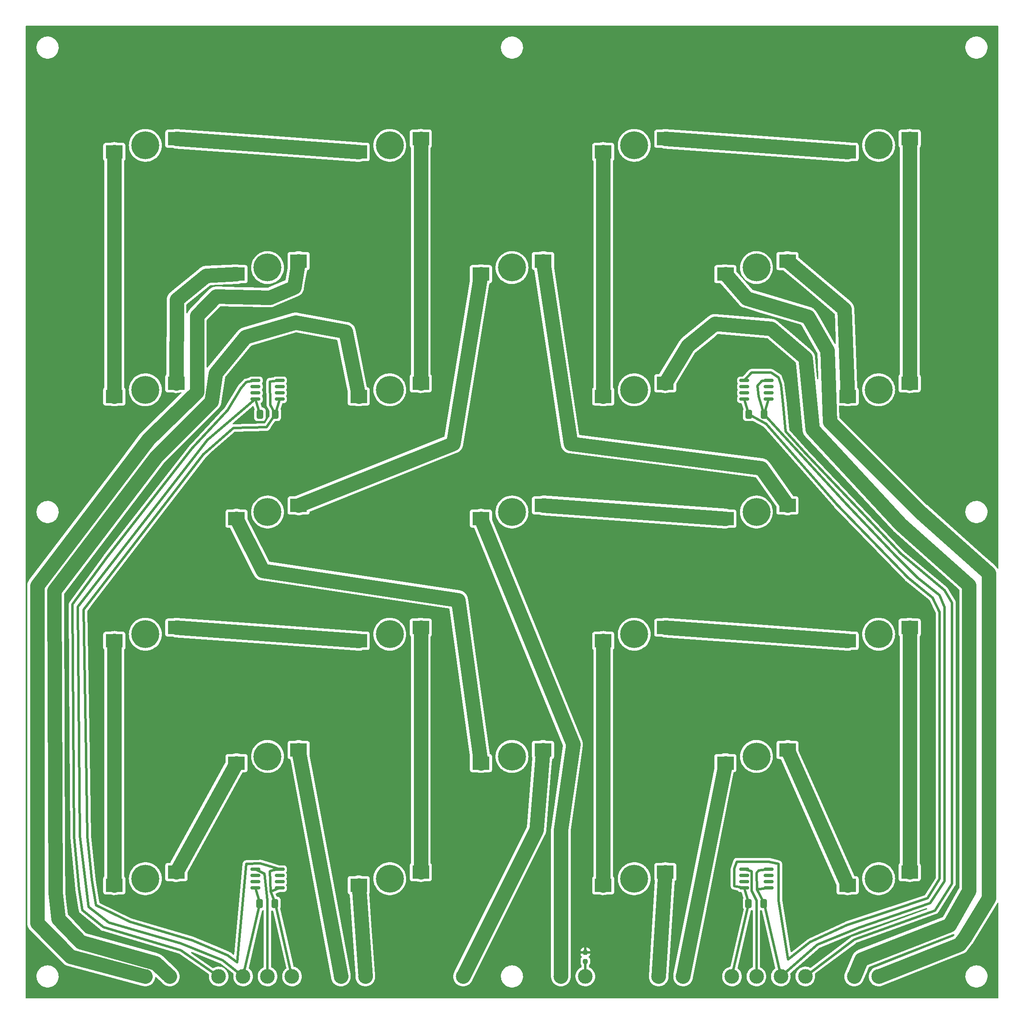
<source format=gbr>
%TF.GenerationSoftware,KiCad,Pcbnew,(5.99.0-7597-g9f5b12c7f7)*%
%TF.CreationDate,2021-12-15T12:42:06+01:00*%
%TF.ProjectId,reflector,7265666c-6563-4746-9f72-2e6b69636164,rev?*%
%TF.SameCoordinates,Original*%
%TF.FileFunction,Copper,L1,Top*%
%TF.FilePolarity,Positive*%
%FSLAX46Y46*%
G04 Gerber Fmt 4.6, Leading zero omitted, Abs format (unit mm)*
G04 Created by KiCad (PCBNEW (5.99.0-7597-g9f5b12c7f7)) date 2021-12-15 12:42:06*
%MOMM*%
%LPD*%
G01*
G04 APERTURE LIST*
G04 Aperture macros list*
%AMRoundRect*
0 Rectangle with rounded corners*
0 $1 Rounding radius*
0 $2 $3 $4 $5 $6 $7 $8 $9 X,Y pos of 4 corners*
0 Add a 4 corners polygon primitive as box body*
4,1,4,$2,$3,$4,$5,$6,$7,$8,$9,$2,$3,0*
0 Add four circle primitives for the rounded corners*
1,1,$1+$1,$2,$3,0*
1,1,$1+$1,$4,$5,0*
1,1,$1+$1,$6,$7,0*
1,1,$1+$1,$8,$9,0*
0 Add four rect primitives between the rounded corners*
20,1,$1+$1,$2,$3,$4,$5,0*
20,1,$1+$1,$4,$5,$6,$7,0*
20,1,$1+$1,$6,$7,$8,$9,0*
20,1,$1+$1,$8,$9,$2,$3,0*%
G04 Aperture macros list end*
%TA.AperFunction,SMDPad,CuDef*%
%ADD10R,3.500000X2.700000*%
%TD*%
%TA.AperFunction,SMDPad,CuDef*%
%ADD11C,5.700000*%
%TD*%
%TA.AperFunction,SMDPad,CuDef*%
%ADD12C,3.000000*%
%TD*%
%TA.AperFunction,SMDPad,CuDef*%
%ADD13RoundRect,0.150000X-0.825000X-0.150000X0.825000X-0.150000X0.825000X0.150000X-0.825000X0.150000X0*%
%TD*%
%TA.AperFunction,SMDPad,CuDef*%
%ADD14RoundRect,0.250000X0.412500X0.650000X-0.412500X0.650000X-0.412500X-0.650000X0.412500X-0.650000X0*%
%TD*%
%TA.AperFunction,SMDPad,CuDef*%
%ADD15RoundRect,0.237500X0.237500X-0.250000X0.237500X0.250000X-0.237500X0.250000X-0.237500X-0.250000X0*%
%TD*%
%TA.AperFunction,Conductor*%
%ADD16C,3.000000*%
%TD*%
%TA.AperFunction,Conductor*%
%ADD17C,0.500000*%
%TD*%
G04 APERTURE END LIST*
D10*
%TO.P,D22,1,K*%
%TO.N,Net-(D22-Pad1)*%
X106350000Y-78650000D03*
%TO.P,D22,2,A*%
%TO.N,Net-(D17-Pad1)*%
X93650000Y-81350000D03*
D11*
%TO.P,D22,3,PAD*%
%TO.N,no_connect_55*%
X100000000Y-80000000D03*
%TD*%
D12*
%TO.P,J2,1,Pin_1*%
%TO.N,Net-(D21-Pad1)*%
X115000000Y-225000000D03*
%TD*%
D13*
%TO.P,U2,1,Vout*%
%TO.N,/TCHANNEL_2*%
X197525000Y-203095000D03*
%TO.P,U2,2*%
%TO.N,N/C*%
X197525000Y-204365000D03*
%TO.P,U2,3*%
X197525000Y-205635000D03*
%TO.P,U2,4,GND*%
%TO.N,GND*%
X197525000Y-206905000D03*
%TO.P,U2,5,~SHUTDOWN*%
%TO.N,VCC*%
X202475000Y-206905000D03*
%TO.P,U2,6*%
%TO.N,N/C*%
X202475000Y-205635000D03*
%TO.P,U2,7*%
X202475000Y-204365000D03*
%TO.P,U2,8,+Vs*%
%TO.N,VCC*%
X202475000Y-203095000D03*
%TD*%
D12*
%TO.P,J4,1,Pin_1*%
%TO.N,Net-(D22-Pad1)*%
X75000000Y-225000000D03*
%TD*%
D13*
%TO.P,U4,1,Vout*%
%TO.N,/TCHANNEL_4*%
X97525000Y-103095000D03*
%TO.P,U4,2*%
%TO.N,N/C*%
X97525000Y-104365000D03*
%TO.P,U4,3*%
X97525000Y-105635000D03*
%TO.P,U4,4,GND*%
%TO.N,GNDA*%
X97525000Y-106905000D03*
%TO.P,U4,5,~SHUTDOWN*%
%TO.N,VCCQ*%
X102475000Y-106905000D03*
%TO.P,U4,6*%
%TO.N,N/C*%
X102475000Y-105635000D03*
%TO.P,U4,7*%
X102475000Y-104365000D03*
%TO.P,U4,8,+Vs*%
%TO.N,VCCQ*%
X102475000Y-103095000D03*
%TD*%
D12*
%TO.P,J8,1,Pin_1*%
%TO.N,Net-(D24-Pad1)*%
X185000000Y-225000000D03*
%TD*%
D10*
%TO.P,D23,1,K*%
%TO.N,Net-(D23-Pad1)*%
X193650000Y-81350000D03*
%TO.P,D23,2,A*%
%TO.N,Net-(D18-Pad1)*%
X206350000Y-78650000D03*
D11*
%TO.P,D23,3,PAD*%
%TO.N,no_connect_56*%
X200000000Y-80000000D03*
%TD*%
D10*
%TO.P,D13,1,K*%
%TO.N,Net-(D13-Pad1)*%
X231350000Y-53650000D03*
%TO.P,D13,2,A*%
%TO.N,Net-(D13-Pad2)*%
X218650000Y-56350000D03*
D11*
%TO.P,D13,3,PAD*%
%TO.N,no_connect_45*%
X225000000Y-55000000D03*
%TD*%
D12*
%TO.P,J5,1,Pin_1*%
%TO.N,/CH3_VSUP*%
X220000000Y-225000000D03*
%TD*%
D10*
%TO.P,D17,1,K*%
%TO.N,Net-(D17-Pad1)*%
X81350000Y-103650000D03*
%TO.P,D17,2,A*%
%TO.N,Net-(D12-Pad1)*%
X68650000Y-106350000D03*
D11*
%TO.P,D17,3,PAD*%
%TO.N,no_connect_49*%
X75000000Y-105000000D03*
%TD*%
D10*
%TO.P,D20,1,K*%
%TO.N,Net-(D20-Pad1)*%
X193650000Y-131350000D03*
%TO.P,D20,2,A*%
%TO.N,Net-(D15-Pad1)*%
X206350000Y-128650000D03*
D11*
%TO.P,D20,3,PAD*%
%TO.N,no_connect_53*%
X200000000Y-130000000D03*
%TD*%
D12*
%TO.P,J17,1,Pin_1*%
%TO.N,/TCHANNEL_4*%
X90000000Y-225000000D03*
%TD*%
D10*
%TO.P,D4,1,K*%
%TO.N,Net-(D4-Pad1)*%
X168650000Y-206350000D03*
%TO.P,D4,2,A*%
%TO.N,/CH4_VSUP*%
X181350000Y-203650000D03*
D11*
%TO.P,D4,3,PAD*%
%TO.N,no_connect_60*%
X175000000Y-205000000D03*
%TD*%
D14*
%TO.P,C1,1*%
%TO.N,VCC*%
X201562500Y-110000000D03*
%TO.P,C1,2*%
%TO.N,GND*%
X198437500Y-110000000D03*
%TD*%
%TO.P,C3,1*%
%TO.N,VCCQ*%
X101562500Y-110000000D03*
%TO.P,C3,2*%
%TO.N,GNDA*%
X98437500Y-110000000D03*
%TD*%
D12*
%TO.P,J16,1,Pin_1*%
%TO.N,/TCHANNEL_3*%
X100000000Y-225000000D03*
%TD*%
D10*
%TO.P,D10,1,K*%
%TO.N,Net-(D10-Pad1)*%
X106350000Y-128650000D03*
%TO.P,D10,2,A*%
%TO.N,Net-(D10-Pad2)*%
X93650000Y-131350000D03*
D11*
%TO.P,D10,3,PAD*%
%TO.N,no_connect_42*%
X100000000Y-130000000D03*
%TD*%
D10*
%TO.P,D6,1,K*%
%TO.N,Net-(D11-Pad2)*%
X118650000Y-156350000D03*
%TO.P,D6,2,A*%
%TO.N,Net-(D1-Pad1)*%
X131350000Y-153650000D03*
D11*
%TO.P,D6,3,PAD*%
%TO.N,no_connect_62*%
X125000000Y-155000000D03*
%TD*%
D12*
%TO.P,J15,1,Pin_1*%
%TO.N,VCCQ*%
X105000000Y-225000000D03*
%TD*%
D10*
%TO.P,D1,1,K*%
%TO.N,Net-(D1-Pad1)*%
X131350000Y-203650000D03*
%TO.P,D1,2,A*%
%TO.N,/CH1_VSUP*%
X118650000Y-206350000D03*
D11*
%TO.P,D1,3,PAD*%
%TO.N,no_connect_41*%
X125000000Y-205000000D03*
%TD*%
D10*
%TO.P,D8,1,K*%
%TO.N,Net-(D13-Pad2)*%
X181350000Y-53650000D03*
%TO.P,D8,2,A*%
%TO.N,Net-(D3-Pad1)*%
X168650000Y-56350000D03*
D11*
%TO.P,D8,3,PAD*%
%TO.N,no_connect_64*%
X175000000Y-55000000D03*
%TD*%
D10*
%TO.P,D14,1,K*%
%TO.N,Net-(D14-Pad1)*%
X231350000Y-153650000D03*
%TO.P,D14,2,A*%
%TO.N,Net-(D14-Pad2)*%
X218650000Y-156350000D03*
D11*
%TO.P,D14,3,PAD*%
%TO.N,no_connect_46*%
X225000000Y-155000000D03*
%TD*%
D12*
%TO.P,J14,1,Pin_1*%
%TO.N,GND*%
X195000000Y-225000000D03*
%TD*%
D10*
%TO.P,D25,1,K*%
%TO.N,Net-(D25-Pad1)*%
X143650000Y-131350000D03*
%TO.P,D25,2,A*%
%TO.N,Net-(D20-Pad1)*%
X156350000Y-128650000D03*
D11*
%TO.P,D25,3,PAD*%
%TO.N,no_connect_58*%
X150000000Y-130000000D03*
%TD*%
D12*
%TO.P,J3,1,Pin_1*%
%TO.N,/CH2_VSUP*%
X80000000Y-225000000D03*
%TD*%
D14*
%TO.P,C4,1*%
%TO.N,VCCQ*%
X101512500Y-210100000D03*
%TO.P,C4,2*%
%TO.N,GNDA*%
X98387500Y-210100000D03*
%TD*%
D13*
%TO.P,U1,1,Vout*%
%TO.N,/TCHANNEL_1*%
X197525000Y-103095000D03*
%TO.P,U1,2*%
%TO.N,N/C*%
X197525000Y-104365000D03*
%TO.P,U1,3*%
X197525000Y-105635000D03*
%TO.P,U1,4,GND*%
%TO.N,GND*%
X197525000Y-106905000D03*
%TO.P,U1,5,~SHUTDOWN*%
%TO.N,VCC*%
X202475000Y-106905000D03*
%TO.P,U1,6*%
%TO.N,N/C*%
X202475000Y-105635000D03*
%TO.P,U1,7*%
X202475000Y-104365000D03*
%TO.P,U1,8,+Vs*%
%TO.N,VCC*%
X202475000Y-103095000D03*
%TD*%
D12*
%TO.P,J13,1,Pin_1*%
%TO.N,/TCHANNEL_2*%
X200000000Y-225000000D03*
%TD*%
D10*
%TO.P,D21,1,K*%
%TO.N,Net-(D21-Pad1)*%
X106350000Y-178650000D03*
%TO.P,D21,2,A*%
%TO.N,Net-(D16-Pad1)*%
X93650000Y-181350000D03*
D11*
%TO.P,D21,3,PAD*%
%TO.N,no_connect_54*%
X100000000Y-180000000D03*
%TD*%
D12*
%TO.P,J12,1,Pin_1*%
%TO.N,/TCHANNEL_1*%
X210000000Y-225000000D03*
%TD*%
D10*
%TO.P,D24,1,K*%
%TO.N,Net-(D24-Pad1)*%
X193650000Y-181350000D03*
%TO.P,D24,2,A*%
%TO.N,Net-(D19-Pad1)*%
X206350000Y-178650000D03*
D11*
%TO.P,D24,3,PAD*%
%TO.N,no_connect_57*%
X200000000Y-180000000D03*
%TD*%
D10*
%TO.P,D3,1,K*%
%TO.N,Net-(D3-Pad1)*%
X168650000Y-106350000D03*
%TO.P,D3,2,A*%
%TO.N,/CH3_VSUP*%
X181350000Y-103650000D03*
D11*
%TO.P,D3,3,PAD*%
%TO.N,no_connect_59*%
X175000000Y-105000000D03*
%TD*%
D10*
%TO.P,D15,1,K*%
%TO.N,Net-(D15-Pad1)*%
X156350000Y-78650000D03*
%TO.P,D15,2,A*%
%TO.N,Net-(D10-Pad1)*%
X143650000Y-81350000D03*
D11*
%TO.P,D15,3,PAD*%
%TO.N,no_connect_47*%
X150000000Y-80000000D03*
%TD*%
D10*
%TO.P,D11,1,K*%
%TO.N,Net-(D11-Pad1)*%
X68650000Y-156350000D03*
%TO.P,D11,2,A*%
%TO.N,Net-(D11-Pad2)*%
X81350000Y-153650000D03*
D11*
%TO.P,D11,3,PAD*%
%TO.N,no_connect_43*%
X75000000Y-155000000D03*
%TD*%
D10*
%TO.P,D19,1,K*%
%TO.N,Net-(D19-Pad1)*%
X218650000Y-206350000D03*
%TO.P,D19,2,A*%
%TO.N,Net-(D14-Pad1)*%
X231350000Y-203650000D03*
D11*
%TO.P,D19,3,PAD*%
%TO.N,no_connect_51*%
X225000000Y-205000000D03*
%TD*%
D12*
%TO.P,J18,1,Pin_1*%
%TO.N,GNDA*%
X95000000Y-225000000D03*
%TD*%
D14*
%TO.P,C2,1*%
%TO.N,VCC*%
X201512500Y-210050000D03*
%TO.P,C2,2*%
%TO.N,GND*%
X198387500Y-210050000D03*
%TD*%
D10*
%TO.P,D18,1,K*%
%TO.N,Net-(D18-Pad1)*%
X218650000Y-106350000D03*
%TO.P,D18,2,A*%
%TO.N,Net-(D13-Pad1)*%
X231350000Y-103650000D03*
D11*
%TO.P,D18,3,PAD*%
%TO.N,no_connect_50*%
X225000000Y-105000000D03*
%TD*%
D12*
%TO.P,J7,1,Pin_1*%
%TO.N,/CH4_VSUP*%
X180000000Y-225000000D03*
%TD*%
D10*
%TO.P,D7,1,K*%
%TO.N,Net-(D12-Pad2)*%
X118650000Y-56350000D03*
%TO.P,D7,2,A*%
%TO.N,Net-(D2-Pad1)*%
X131350000Y-53650000D03*
D11*
%TO.P,D7,3,PAD*%
%TO.N,no_connect_63*%
X125000000Y-55000000D03*
%TD*%
D12*
%TO.P,J9,1,Pin_1*%
%TO.N,/CH5_VSUP*%
X140000000Y-225000000D03*
%TD*%
D13*
%TO.P,U3,1,Vout*%
%TO.N,/TCHANNEL_3*%
X97525000Y-203095000D03*
%TO.P,U3,2*%
%TO.N,N/C*%
X97525000Y-204365000D03*
%TO.P,U3,3*%
X97525000Y-205635000D03*
%TO.P,U3,4,GND*%
%TO.N,GNDA*%
X97525000Y-206905000D03*
%TO.P,U3,5,~SHUTDOWN*%
%TO.N,VCCQ*%
X102475000Y-206905000D03*
%TO.P,U3,6*%
%TO.N,N/C*%
X102475000Y-205635000D03*
%TO.P,U3,7*%
X102475000Y-204365000D03*
%TO.P,U3,8,+Vs*%
%TO.N,VCCQ*%
X102475000Y-203095000D03*
%TD*%
D12*
%TO.P,J19,1,Pin_1*%
%TO.N,Net-(J19-Pad1)*%
X165000000Y-225000000D03*
%TD*%
D10*
%TO.P,D9,1,K*%
%TO.N,Net-(D14-Pad2)*%
X181350000Y-153650000D03*
%TO.P,D9,2,A*%
%TO.N,Net-(D4-Pad1)*%
X168650000Y-156350000D03*
D11*
%TO.P,D9,3,PAD*%
%TO.N,no_connect_65*%
X175000000Y-155000000D03*
%TD*%
D10*
%TO.P,D5,1,K*%
%TO.N,Net-(D10-Pad2)*%
X143650000Y-181350000D03*
%TO.P,D5,2,A*%
%TO.N,/CH5_VSUP*%
X156350000Y-178650000D03*
D11*
%TO.P,D5,3,PAD*%
%TO.N,no_connect_61*%
X150000000Y-180000000D03*
%TD*%
D10*
%TO.P,D2,1,K*%
%TO.N,Net-(D2-Pad1)*%
X131350000Y-103650000D03*
%TO.P,D2,2,A*%
%TO.N,/CH2_VSUP*%
X118650000Y-106350000D03*
D11*
%TO.P,D2,3,PAD*%
%TO.N,no_connect_52*%
X125000000Y-105000000D03*
%TD*%
D12*
%TO.P,J6,1,Pin_1*%
%TO.N,Net-(D23-Pad1)*%
X225000000Y-225000000D03*
%TD*%
%TO.P,J1,1,Pin_1*%
%TO.N,/CH1_VSUP*%
X120000000Y-225000000D03*
%TD*%
%TO.P,J10,1,Pin_1*%
%TO.N,Net-(D25-Pad1)*%
X160000000Y-225000000D03*
%TD*%
D15*
%TO.P,R1,1*%
%TO.N,Net-(J19-Pad1)*%
X165000000Y-221912500D03*
%TO.P,R1,2*%
%TO.N,/PLANE*%
X165000000Y-220087500D03*
%TD*%
D10*
%TO.P,D16,1,K*%
%TO.N,Net-(D16-Pad1)*%
X81350000Y-203650000D03*
%TO.P,D16,2,A*%
%TO.N,Net-(D11-Pad1)*%
X68650000Y-206350000D03*
D11*
%TO.P,D16,3,PAD*%
%TO.N,no_connect_48*%
X75000000Y-205000000D03*
%TD*%
D12*
%TO.P,J11,1,Pin_1*%
%TO.N,VCC*%
X205000000Y-225000000D03*
%TD*%
D10*
%TO.P,D12,1,K*%
%TO.N,Net-(D12-Pad1)*%
X68650000Y-56350000D03*
%TO.P,D12,2,A*%
%TO.N,Net-(D12-Pad2)*%
X81350000Y-53650000D03*
D11*
%TO.P,D12,3,PAD*%
%TO.N,no_connect_44*%
X75000000Y-55000000D03*
%TD*%
D16*
%TO.N,Net-(D1-Pad1)*%
X131350000Y-203650000D02*
X131350000Y-153650000D01*
D17*
%TO.N,GND*%
X198437500Y-210000000D02*
X197525000Y-206905000D01*
X195500000Y-206500000D02*
X195500000Y-203000000D01*
X197525000Y-206905000D02*
X195500000Y-206500000D01*
X216500000Y-128500000D02*
X202000000Y-112000000D01*
X204500000Y-209500000D02*
X206500000Y-221500000D01*
X195000000Y-225000000D02*
X198437500Y-210000000D01*
X206500000Y-221500000D02*
X211000000Y-218000000D01*
X202000000Y-112000000D02*
X198437500Y-110000000D01*
X195500000Y-203000000D02*
X196000000Y-201500000D01*
X198437500Y-110000000D02*
X197525000Y-106905000D01*
X202500000Y-201500000D02*
X204500000Y-202000000D01*
X236000000Y-147500000D02*
X231000000Y-143500000D01*
X218500000Y-214500000D02*
X227500000Y-211500000D01*
X235000000Y-209000000D02*
X237500000Y-205000000D01*
X237500000Y-205000000D02*
X237500000Y-150500000D01*
X196000000Y-201500000D02*
X202500000Y-201500000D01*
X227500000Y-211500000D02*
X235000000Y-209000000D01*
X237500000Y-150500000D02*
X236000000Y-147500000D01*
X211000000Y-218000000D02*
X218500000Y-214500000D01*
X204500000Y-202000000D02*
X204500000Y-209500000D01*
X231000000Y-143500000D02*
X216500000Y-128500000D01*
D16*
%TO.N,Net-(D2-Pad1)*%
X131350000Y-53650000D02*
X131350000Y-103650000D01*
D17*
%TO.N,VCC*%
X200250000Y-104200000D02*
X201100000Y-103150000D01*
X201562500Y-210000000D02*
X200100000Y-207250000D01*
X233000000Y-143500000D02*
X228500000Y-139000000D01*
X201100000Y-103150000D02*
X202475000Y-103095000D01*
X200000000Y-203850000D02*
X200450000Y-203350000D01*
X200100000Y-207250000D02*
X200000000Y-203850000D01*
X228500000Y-139000000D02*
X218500000Y-128500000D01*
X205000000Y-225000000D02*
X201562500Y-210000000D01*
X205000000Y-225000000D02*
X212500000Y-218500000D01*
X201562500Y-110000000D02*
X202475000Y-106905000D01*
X202475000Y-206905000D02*
X200100000Y-207250000D01*
X200450000Y-203350000D02*
X202475000Y-203095000D01*
X235500000Y-210000000D02*
X238500000Y-205500000D01*
X238500000Y-191500000D02*
X238500000Y-149500000D01*
X218500000Y-128500000D02*
X201562500Y-110000000D01*
X201562500Y-110000000D02*
X200500000Y-106350000D01*
X238500000Y-149500000D02*
X237500000Y-147000000D01*
X237500000Y-147000000D02*
X233000000Y-143500000D01*
X212500000Y-218500000D02*
X221000000Y-215000000D01*
X221000000Y-215000000D02*
X235500000Y-210000000D01*
X200500000Y-106350000D02*
X200250000Y-104200000D01*
X238500000Y-205500000D02*
X238500000Y-191500000D01*
D16*
%TO.N,Net-(D3-Pad1)*%
X168650000Y-106350000D02*
X168650000Y-56350000D01*
%TO.N,Net-(D4-Pad1)*%
X168650000Y-206350000D02*
X168650000Y-156350000D01*
%TO.N,Net-(D10-Pad2)*%
X143650000Y-181350000D02*
X139000000Y-148000000D01*
X139000000Y-148000000D02*
X99000000Y-142000000D01*
X99000000Y-142000000D02*
X93650000Y-131350000D01*
%TO.N,Net-(D11-Pad2)*%
X118650000Y-156350000D02*
X81350000Y-153650000D01*
%TO.N,Net-(D12-Pad2)*%
X81350000Y-53650000D02*
X118650000Y-56350000D01*
%TO.N,Net-(D13-Pad2)*%
X181350000Y-53650000D02*
X218650000Y-56350000D01*
%TO.N,Net-(D14-Pad2)*%
X181350000Y-153650000D02*
X218650000Y-156350000D01*
D17*
%TO.N,/TCHANNEL_1*%
X199000000Y-101500000D02*
X203000000Y-101500000D01*
X236500000Y-211500000D02*
X240000000Y-206000000D01*
X204500000Y-102500000D02*
X205000000Y-104000000D01*
X210000000Y-118000000D02*
X206000000Y-113500000D01*
X203000000Y-101500000D02*
X204500000Y-102500000D01*
X229500000Y-138500000D02*
X210000000Y-118000000D01*
X205500000Y-108000000D02*
X205000000Y-104000000D01*
X206000000Y-113500000D02*
X205500000Y-108000000D01*
X240000000Y-206000000D02*
X240000000Y-148500000D01*
X240000000Y-148500000D02*
X238500000Y-146000000D01*
X210000000Y-225000000D02*
X220000000Y-217500000D01*
X197525000Y-103095000D02*
X199000000Y-101500000D01*
X238500000Y-146000000D02*
X229500000Y-138500000D01*
X220000000Y-217500000D02*
X236500000Y-211500000D01*
D16*
%TO.N,Net-(D10-Pad1)*%
X138000000Y-116000000D02*
X143650000Y-81350000D01*
X106350000Y-128650000D02*
X138000000Y-116000000D01*
%TO.N,Net-(D11-Pad1)*%
X68650000Y-156350000D02*
X68650000Y-206350000D01*
%TO.N,Net-(D12-Pad1)*%
X68650000Y-106350000D02*
X68650000Y-56350000D01*
D17*
%TO.N,/TCHANNEL_2*%
X200000000Y-209500000D02*
X199000000Y-207500000D01*
X200000000Y-225000000D02*
X200000000Y-209500000D01*
X199000000Y-203500000D02*
X197525000Y-203095000D01*
X199000000Y-207500000D02*
X199000000Y-203500000D01*
D16*
%TO.N,Net-(D13-Pad1)*%
X231350000Y-53650000D02*
X231350000Y-103650000D01*
D17*
%TO.N,/TCHANNEL_3*%
X100000000Y-209400000D02*
X99400000Y-204000000D01*
X99400000Y-204000000D02*
X97525000Y-203095000D01*
X100000000Y-225000000D02*
X100000000Y-209400000D01*
D16*
%TO.N,Net-(D14-Pad1)*%
X231350000Y-153650000D02*
X231350000Y-203650000D01*
D17*
%TO.N,GNDA*%
X95000000Y-225000000D02*
X98437500Y-210000000D01*
X90800000Y-221700000D02*
X82200000Y-218250000D01*
X63350000Y-210800000D02*
X61650000Y-196250000D01*
X87650000Y-115300000D02*
X97525000Y-106905000D01*
X95000000Y-225000000D02*
X90800000Y-221700000D01*
X97525000Y-206905000D02*
X98437500Y-210000000D01*
X98437500Y-110000000D02*
X97525000Y-106905000D01*
X67550000Y-213950000D02*
X63350000Y-210800000D01*
X61650000Y-196250000D02*
X61200000Y-149400000D01*
X82200000Y-218250000D02*
X67550000Y-213950000D01*
X61200000Y-149400000D02*
X87650000Y-115300000D01*
D16*
%TO.N,Net-(D15-Pad1)*%
X156350000Y-78650000D02*
X162000000Y-116000000D01*
X201000000Y-121000000D02*
X206350000Y-128650000D01*
X162000000Y-116000000D02*
X201000000Y-121000000D01*
D17*
%TO.N,VCCQ*%
X100500000Y-103300000D02*
X100550000Y-108050000D01*
X99800000Y-112650000D02*
X101562500Y-110000000D01*
X100600000Y-207650000D02*
X100500000Y-203500000D01*
X102475000Y-103095000D02*
X100500000Y-103300000D01*
X101250000Y-203200000D02*
X102475000Y-203095000D01*
X64050000Y-205250000D02*
X63100000Y-196350000D01*
X86850000Y-118200000D02*
X93050000Y-112800000D01*
X62900000Y-179600000D02*
X62400000Y-149950000D01*
X105000000Y-225000000D02*
X101562500Y-210000000D01*
X101562500Y-210000000D02*
X100600000Y-207650000D01*
X93750000Y-222150000D02*
X91850000Y-220650000D01*
X101562500Y-110000000D02*
X102475000Y-106905000D01*
X91850000Y-220650000D02*
X84600000Y-217600000D01*
X93050000Y-112800000D02*
X99800000Y-112650000D01*
X102475000Y-206905000D02*
X100600000Y-207650000D01*
X64950000Y-210450000D02*
X64050000Y-205250000D01*
X63100000Y-196350000D02*
X62900000Y-179600000D01*
X95650000Y-202000000D02*
X93750000Y-222150000D01*
X71850000Y-213850000D02*
X64950000Y-210450000D01*
X84600000Y-217600000D02*
X71850000Y-213850000D01*
X98550000Y-201900000D02*
X95650000Y-202000000D01*
X100500000Y-203500000D02*
X101250000Y-203200000D01*
X100550000Y-108050000D02*
X101562500Y-110000000D01*
X102475000Y-203095000D02*
X98550000Y-201900000D01*
X62400000Y-149950000D02*
X86850000Y-118200000D01*
D16*
%TO.N,Net-(D16-Pad1)*%
X81350000Y-203650000D02*
X93650000Y-181350000D01*
%TO.N,Net-(D17-Pad1)*%
X81350000Y-103650000D02*
X81400000Y-86600000D01*
X87450000Y-81650000D02*
X93650000Y-81350000D01*
X81400000Y-86600000D02*
X87450000Y-81650000D01*
%TO.N,Net-(D18-Pad1)*%
X218000000Y-88500000D02*
X206350000Y-78650000D01*
X218650000Y-106350000D02*
X218000000Y-88500000D01*
%TO.N,Net-(D19-Pad1)*%
X218650000Y-206350000D02*
X206350000Y-178650000D01*
%TO.N,Net-(D20-Pad1)*%
X156350000Y-128650000D02*
X193650000Y-131350000D01*
%TO.N,Net-(D21-Pad1)*%
X106350000Y-178650000D02*
X115000000Y-225000000D01*
%TO.N,Net-(D22-Pad1)*%
X100500000Y-86100000D02*
X105450000Y-84000000D01*
X85550000Y-105450000D02*
X85550000Y-89900000D01*
X85550000Y-89900000D02*
X89450000Y-85900000D01*
X75000000Y-225000000D02*
X59650000Y-220900000D01*
X52850000Y-145050000D02*
X75650000Y-115100000D01*
X52850000Y-214100000D02*
X52850000Y-145050000D01*
X59650000Y-220900000D02*
X52850000Y-214100000D01*
X105450000Y-84000000D02*
X106350000Y-78650000D01*
X89450000Y-85900000D02*
X100500000Y-86100000D01*
X75650000Y-115100000D02*
X85550000Y-105450000D01*
%TO.N,Net-(D23-Pad1)*%
X233500000Y-130000000D02*
X215000000Y-111500000D01*
X241500000Y-218500000D02*
X242601146Y-217056867D01*
X197977210Y-86266912D02*
X210500000Y-90000000D01*
X247500000Y-209000000D02*
X247500000Y-142500000D01*
X214500000Y-97000000D02*
X215000000Y-111500000D01*
X242601146Y-217056867D02*
X247500000Y-209000000D01*
X225000000Y-225000000D02*
X241500000Y-218500000D01*
X197977210Y-86266912D02*
X193650000Y-81350000D01*
X247500000Y-142500000D02*
X233500000Y-130000000D01*
X210500000Y-90000000D02*
X214500000Y-97000000D01*
%TO.N,Net-(D24-Pad1)*%
X185000000Y-225000000D02*
X193650000Y-181350000D01*
%TO.N,Net-(D25-Pad1)*%
X162500000Y-177500000D02*
X143650000Y-131350000D01*
X160000000Y-195000000D02*
X162500000Y-177500000D01*
X160000000Y-225000000D02*
X160000000Y-195000000D01*
%TO.N,/CH1_VSUP*%
X120000000Y-225000000D02*
X118650000Y-206350000D01*
%TO.N,/CH2_VSUP*%
X95500000Y-94200000D02*
X105750000Y-91200000D01*
X80000000Y-225000000D02*
X77100000Y-222250000D01*
X61750000Y-218000000D02*
X57200000Y-213200000D01*
X88550000Y-107350000D02*
X89400000Y-101600000D01*
X89400000Y-101600000D02*
X95500000Y-94200000D01*
X77100000Y-222250000D02*
X61750000Y-218000000D01*
X57200000Y-213200000D02*
X56600000Y-207850000D01*
X56373897Y-146117034D02*
X77200000Y-118750000D01*
X105750000Y-91200000D02*
X116000000Y-93100000D01*
X77200000Y-118750000D02*
X88550000Y-107350000D01*
X56600000Y-207850000D02*
X56373897Y-146117034D01*
X116000000Y-93100000D02*
X118650000Y-106350000D01*
%TO.N,/CH3_VSUP*%
X243500000Y-207500000D02*
X243500000Y-189000000D01*
X210000000Y-98500000D02*
X211439312Y-113096078D01*
X239500000Y-214500000D02*
X243500000Y-207500000D01*
X186000000Y-96000000D02*
X191500000Y-91500000D01*
X191500000Y-91500000D02*
X203000000Y-92500000D01*
X243500000Y-145000000D02*
X229500000Y-132500000D01*
X203000000Y-92500000D02*
X210000000Y-98500000D01*
X229500000Y-132500000D02*
X211439312Y-113096078D01*
X186000000Y-96000000D02*
X181350000Y-103650000D01*
X243500000Y-189000000D02*
X243500000Y-145000000D01*
X220000000Y-225000000D02*
X221500000Y-221500000D01*
X221500000Y-221500000D02*
X239500000Y-214500000D01*
%TO.N,/CH4_VSUP*%
X180000000Y-225000000D02*
X181350000Y-203650000D01*
%TO.N,/CH5_VSUP*%
X155000000Y-195000000D02*
X156350000Y-178650000D01*
X140000000Y-225000000D02*
X155000000Y-195000000D01*
D17*
%TO.N,/TCHANNEL_4*%
X61450000Y-207150000D02*
X60400000Y-196450000D01*
X66450000Y-214950000D02*
X62150000Y-211450000D01*
X82250000Y-219650000D02*
X66450000Y-214950000D01*
X60100000Y-148900000D02*
X67100000Y-139350000D01*
X67100000Y-139350000D02*
X84550000Y-117000000D01*
X94550000Y-104650000D02*
X95650000Y-103450000D01*
X60400000Y-196450000D02*
X60100000Y-148900000D01*
X84550000Y-117000000D02*
X91850000Y-109150000D01*
X90000000Y-225000000D02*
X82250000Y-219650000D01*
X62150000Y-211450000D02*
X61450000Y-207150000D01*
X91850000Y-109150000D02*
X94550000Y-104650000D01*
X97525000Y-103095000D02*
X95650000Y-103450000D01*
%TO.N,Net-(J19-Pad1)*%
X165000000Y-225000000D02*
X165000000Y-221912500D01*
%TD*%
%TA.AperFunction,Conductor*%
%TO.N,/PLANE*%
G36*
X249434121Y-30528002D02*
G01*
X249480614Y-30581658D01*
X249492000Y-30634000D01*
X249492000Y-141457212D01*
X249471998Y-141525333D01*
X249418342Y-141571826D01*
X249348068Y-141581930D01*
X249283488Y-141552436D01*
X249259426Y-141524428D01*
X249241069Y-141495322D01*
X249236392Y-141487261D01*
X249207545Y-141433008D01*
X249166157Y-141376042D01*
X249161535Y-141369220D01*
X249126336Y-141313411D01*
X249123989Y-141309689D01*
X249084296Y-141262784D01*
X249078560Y-141255474D01*
X249042430Y-141205747D01*
X248993515Y-141155094D01*
X248988010Y-141149004D01*
X248942967Y-141095779D01*
X248939690Y-141092854D01*
X248939686Y-141092849D01*
X248897587Y-141055262D01*
X248890866Y-141048799D01*
X248850351Y-141006843D01*
X248850346Y-141006839D01*
X248847294Y-141003678D01*
X248790687Y-140959451D01*
X248784345Y-140954152D01*
X246476796Y-138893840D01*
X236621855Y-130094786D01*
X242738485Y-130094786D01*
X242738937Y-130098945D01*
X242738937Y-130098949D01*
X242769608Y-130381267D01*
X242770888Y-130393053D01*
X242771884Y-130397110D01*
X242771885Y-130397113D01*
X242837246Y-130663213D01*
X242842453Y-130684414D01*
X242951924Y-130963751D01*
X243097377Y-131226157D01*
X243099860Y-131229500D01*
X243099863Y-131229505D01*
X243212734Y-131381485D01*
X243276258Y-131467019D01*
X243485423Y-131682108D01*
X243488701Y-131684688D01*
X243488706Y-131684692D01*
X243717904Y-131865053D01*
X243721197Y-131867644D01*
X243979439Y-132020368D01*
X244255610Y-132137596D01*
X244544860Y-132217269D01*
X244549005Y-132217837D01*
X244549006Y-132217837D01*
X244559774Y-132219312D01*
X244842106Y-132257986D01*
X244846282Y-132258001D01*
X244846288Y-132258001D01*
X244994666Y-132258518D01*
X245142126Y-132259033D01*
X245439649Y-132220392D01*
X245729448Y-132142741D01*
X245733290Y-132141142D01*
X245733298Y-132141139D01*
X246002581Y-132029047D01*
X246006432Y-132027444D01*
X246010029Y-132025350D01*
X246010036Y-132025347D01*
X246159155Y-131938557D01*
X246265733Y-131876527D01*
X246280526Y-131865053D01*
X246499480Y-131695214D01*
X246499481Y-131695213D01*
X246502797Y-131692641D01*
X246613935Y-131579940D01*
X246710519Y-131481999D01*
X246710524Y-131481994D01*
X246713458Y-131479018D01*
X246746537Y-131435121D01*
X246891504Y-131242743D01*
X246891506Y-131242740D01*
X246894016Y-131239409D01*
X246975359Y-131095048D01*
X247039248Y-130981665D01*
X247039251Y-130981659D01*
X247041298Y-130978026D01*
X247152716Y-130699460D01*
X247161985Y-130662832D01*
X247220398Y-130431984D01*
X247226314Y-130408605D01*
X247228114Y-130393053D01*
X247255904Y-130152864D01*
X247260798Y-130110571D01*
X247263500Y-130000000D01*
X247243616Y-129700638D01*
X247184315Y-129406535D01*
X247086637Y-129122858D01*
X247010415Y-128970645D01*
X246954172Y-128858331D01*
X246954171Y-128858329D01*
X246952300Y-128854593D01*
X246783662Y-128606450D01*
X246758693Y-128578523D01*
X246586475Y-128385908D01*
X246586474Y-128385907D01*
X246583688Y-128382791D01*
X246355890Y-128187545D01*
X246266952Y-128129788D01*
X246107780Y-128026420D01*
X246107775Y-128026417D01*
X246104270Y-128024141D01*
X245833250Y-127895451D01*
X245547590Y-127803736D01*
X245252310Y-127750606D01*
X245086140Y-127743060D01*
X244956767Y-127737185D01*
X244956762Y-127737185D01*
X244952597Y-127736996D01*
X244948449Y-127737359D01*
X244948445Y-127737359D01*
X244756744Y-127754131D01*
X244653717Y-127763145D01*
X244649645Y-127764055D01*
X244649640Y-127764056D01*
X244364999Y-127827681D01*
X244364996Y-127827682D01*
X244360920Y-127828593D01*
X244079352Y-127932190D01*
X244075664Y-127934134D01*
X244075656Y-127934138D01*
X243908355Y-128022346D01*
X243813958Y-128072116D01*
X243569402Y-128245913D01*
X243566353Y-128248757D01*
X243566346Y-128248762D01*
X243430041Y-128375869D01*
X243349980Y-128450528D01*
X243347327Y-128453757D01*
X243347323Y-128453762D01*
X243187032Y-128648904D01*
X243159546Y-128682365D01*
X243001448Y-128937351D01*
X242878462Y-129211007D01*
X242877268Y-129215013D01*
X242793940Y-129494528D01*
X242793938Y-129494536D01*
X242792749Y-129498525D01*
X242792097Y-129502642D01*
X242792096Y-129502646D01*
X242765383Y-129671309D01*
X242745816Y-129794853D01*
X242745714Y-129799038D01*
X242739016Y-130073079D01*
X242738485Y-130094786D01*
X236621855Y-130094786D01*
X234882718Y-128541986D01*
X234877542Y-128537094D01*
X217015141Y-110674694D01*
X216981115Y-110612382D01*
X216978311Y-110589941D01*
X216971452Y-110391009D01*
X216923944Y-109013281D01*
X216900860Y-108343842D01*
X216918502Y-108275073D01*
X216970524Y-108226758D01*
X217026785Y-108213500D01*
X217874754Y-108213500D01*
X217917671Y-108221035D01*
X217986121Y-108245833D01*
X218083194Y-108281001D01*
X218097892Y-108286326D01*
X218372749Y-108344320D01*
X218653004Y-108363497D01*
X218657386Y-108363184D01*
X218657393Y-108363184D01*
X218793101Y-108353491D01*
X218933199Y-108343484D01*
X218937503Y-108342562D01*
X218937506Y-108342562D01*
X219115493Y-108304452D01*
X219207883Y-108284670D01*
X219381561Y-108221163D01*
X219424831Y-108213500D01*
X220400000Y-108213500D01*
X220473079Y-108208273D01*
X220551165Y-108185345D01*
X220604670Y-108169635D01*
X220604672Y-108169634D01*
X220613316Y-108167096D01*
X220668539Y-108131606D01*
X220728691Y-108092949D01*
X220728694Y-108092947D01*
X220736271Y-108088077D01*
X220750705Y-108071419D01*
X220826082Y-107984431D01*
X220826084Y-107984428D01*
X220831984Y-107977619D01*
X220838892Y-107962492D01*
X220888958Y-107852864D01*
X220888958Y-107852863D01*
X220892700Y-107844670D01*
X220893982Y-107835754D01*
X220912861Y-107704448D01*
X220912862Y-107704441D01*
X220913500Y-107700000D01*
X220913500Y-105000000D01*
X220912661Y-104988259D01*
X221636520Y-104988259D01*
X221636692Y-104991654D01*
X221636692Y-104991655D01*
X221652953Y-105312626D01*
X221654926Y-105351581D01*
X221655463Y-105354936D01*
X221655464Y-105354942D01*
X221677735Y-105493982D01*
X221712462Y-105710791D01*
X221808456Y-106061686D01*
X221941784Y-106400160D01*
X221950489Y-106416740D01*
X222109304Y-106719240D01*
X222109309Y-106719248D01*
X222110888Y-106722256D01*
X222112782Y-106725074D01*
X222112787Y-106725083D01*
X222133042Y-106755225D01*
X222313789Y-107024205D01*
X222548114Y-107302474D01*
X222811121Y-107553809D01*
X223099733Y-107775269D01*
X223135076Y-107796758D01*
X223407661Y-107962492D01*
X223407666Y-107962495D01*
X223410576Y-107964264D01*
X223413664Y-107965710D01*
X223413663Y-107965710D01*
X223736927Y-108117139D01*
X223736937Y-108117143D01*
X223740011Y-108118583D01*
X223743229Y-108119685D01*
X223743232Y-108119686D01*
X224080962Y-108235317D01*
X224080970Y-108235319D01*
X224084185Y-108236420D01*
X224439073Y-108316398D01*
X224490804Y-108322292D01*
X224797140Y-108357195D01*
X224797148Y-108357195D01*
X224800523Y-108357580D01*
X224803927Y-108357598D01*
X224803930Y-108357598D01*
X225000796Y-108358628D01*
X225164306Y-108359484D01*
X225167691Y-108359134D01*
X225167695Y-108359134D01*
X225522775Y-108322441D01*
X225522784Y-108322440D01*
X225526167Y-108322090D01*
X225529500Y-108321376D01*
X225529503Y-108321375D01*
X225752072Y-108273660D01*
X225881873Y-108245833D01*
X226227263Y-108131606D01*
X226558296Y-107980746D01*
X226561233Y-107979002D01*
X226561239Y-107978999D01*
X226816551Y-107827405D01*
X226871100Y-107795016D01*
X227162016Y-107576590D01*
X227427641Y-107328024D01*
X227429853Y-107325452D01*
X227429860Y-107325445D01*
X227662640Y-107054811D01*
X227664866Y-107052223D01*
X227773048Y-106894818D01*
X227868988Y-106755225D01*
X227868993Y-106755218D01*
X227870918Y-106752416D01*
X227872530Y-106749422D01*
X227872535Y-106749414D01*
X228019419Y-106476621D01*
X228043386Y-106432109D01*
X228180252Y-106095048D01*
X228188853Y-106064856D01*
X228278981Y-105748456D01*
X228279915Y-105745178D01*
X228294000Y-105662779D01*
X228340637Y-105389938D01*
X228340637Y-105389936D01*
X228341209Y-105386591D01*
X228343351Y-105351581D01*
X228359988Y-105079562D01*
X228363418Y-105023481D01*
X228363476Y-105006929D01*
X228363494Y-105001820D01*
X228363494Y-105001808D01*
X228363500Y-105000000D01*
X228343827Y-104636744D01*
X228285037Y-104277738D01*
X228187819Y-103927180D01*
X228184699Y-103919338D01*
X228072298Y-103636888D01*
X228053310Y-103589173D01*
X227958446Y-103410006D01*
X227884677Y-103270681D01*
X227884675Y-103270678D01*
X227883082Y-103267669D01*
X227679128Y-102966431D01*
X227443834Y-102688981D01*
X227437592Y-102683057D01*
X227182418Y-102440907D01*
X227182417Y-102440906D01*
X227179951Y-102438566D01*
X226890567Y-102218114D01*
X226887655Y-102216357D01*
X226887650Y-102216354D01*
X226581990Y-102031968D01*
X226581981Y-102031963D01*
X226579068Y-102030206D01*
X226571018Y-102026469D01*
X226252177Y-101878468D01*
X226252175Y-101878467D01*
X226249096Y-101877038D01*
X226245884Y-101875951D01*
X226245877Y-101875948D01*
X225907748Y-101761498D01*
X225907743Y-101761496D01*
X225904512Y-101760403D01*
X225890358Y-101757265D01*
X225749086Y-101725946D01*
X225549347Y-101681665D01*
X225419705Y-101667352D01*
X225191137Y-101642117D01*
X225191132Y-101642117D01*
X225187756Y-101641744D01*
X225184358Y-101641738D01*
X225184357Y-101641738D01*
X225009846Y-101641434D01*
X224823968Y-101641110D01*
X224708674Y-101653431D01*
X224465623Y-101679405D01*
X224465615Y-101679406D01*
X224462240Y-101679767D01*
X224106802Y-101757265D01*
X223761813Y-101872697D01*
X223758720Y-101874119D01*
X223758719Y-101874120D01*
X223704322Y-101899140D01*
X223431309Y-102024712D01*
X223428375Y-102026468D01*
X223428373Y-102026469D01*
X223359361Y-102067772D01*
X223119155Y-102211532D01*
X222829003Y-102430972D01*
X222826521Y-102433311D01*
X222826515Y-102433316D01*
X222629533Y-102618943D01*
X222564248Y-102680465D01*
X222562036Y-102683055D01*
X222562034Y-102683057D01*
X222504487Y-102750436D01*
X222327986Y-102957091D01*
X222326067Y-102959903D01*
X222326064Y-102959908D01*
X222132885Y-103243099D01*
X222122982Y-103257616D01*
X222121375Y-103260626D01*
X222121373Y-103260629D01*
X222094023Y-103311852D01*
X221951634Y-103578523D01*
X221815945Y-103916059D01*
X221815025Y-103919333D01*
X221815023Y-103919338D01*
X221728065Y-104228704D01*
X221717504Y-104266275D01*
X221716943Y-104269628D01*
X221716942Y-104269632D01*
X221666022Y-104573919D01*
X221657462Y-104625074D01*
X221636520Y-104988259D01*
X220912661Y-104988259D01*
X220908273Y-104926921D01*
X220867096Y-104786684D01*
X220821393Y-104715569D01*
X220792949Y-104671309D01*
X220792947Y-104671306D01*
X220788077Y-104663729D01*
X220677619Y-104568016D01*
X220664286Y-104561927D01*
X220610631Y-104515435D01*
X220590712Y-104451899D01*
X220239662Y-94811517D01*
X220008034Y-88450650D01*
X220008013Y-88450032D01*
X220005846Y-88380502D01*
X220003243Y-88297022D01*
X219991085Y-88226532D01*
X219989965Y-88218491D01*
X219987401Y-88194437D01*
X219982386Y-88147402D01*
X219967708Y-88088902D01*
X219965753Y-88079655D01*
X219956246Y-88024535D01*
X219956245Y-88024531D01*
X219955498Y-88020200D01*
X219950336Y-88004107D01*
X219933657Y-87952113D01*
X219931424Y-87944291D01*
X219915094Y-87879211D01*
X219915090Y-87879200D01*
X219914021Y-87874938D01*
X219912367Y-87870861D01*
X219891342Y-87819043D01*
X219888119Y-87810159D01*
X219871035Y-87756905D01*
X219869692Y-87752717D01*
X219844508Y-87700588D01*
X219838594Y-87688346D01*
X219835293Y-87680911D01*
X219810056Y-87618715D01*
X219808403Y-87614641D01*
X219806201Y-87610840D01*
X219806196Y-87610830D01*
X219778162Y-87562443D01*
X219773738Y-87554100D01*
X219747495Y-87499779D01*
X219745048Y-87496122D01*
X219745043Y-87496113D01*
X219707726Y-87440340D01*
X219703422Y-87433436D01*
X219667585Y-87371577D01*
X219664878Y-87368123D01*
X219664872Y-87368114D01*
X219630377Y-87324099D01*
X219624843Y-87316465D01*
X219591284Y-87266308D01*
X219543628Y-87212982D01*
X219538414Y-87206753D01*
X219497027Y-87153943D01*
X219497026Y-87153942D01*
X219494309Y-87150475D01*
X219450856Y-87108638D01*
X219444304Y-87101838D01*
X219404556Y-87057360D01*
X219350551Y-87011699D01*
X219344512Y-87006248D01*
X219295133Y-86958705D01*
X219295120Y-86958695D01*
X219291949Y-86955641D01*
X219242072Y-86919516D01*
X219234637Y-86913694D01*
X214075238Y-82551456D01*
X208658147Y-77971341D01*
X208619043Y-77912086D01*
X208613500Y-77875124D01*
X208613500Y-77300000D01*
X208608273Y-77226921D01*
X208567096Y-77086684D01*
X208527269Y-77024712D01*
X208492949Y-76971309D01*
X208492947Y-76971306D01*
X208488077Y-76963729D01*
X208481267Y-76957828D01*
X208384431Y-76873918D01*
X208384428Y-76873916D01*
X208377619Y-76868016D01*
X208244670Y-76807300D01*
X208235755Y-76806018D01*
X208235754Y-76806018D01*
X208104448Y-76787139D01*
X208104441Y-76787138D01*
X208100000Y-76786500D01*
X207124556Y-76786500D01*
X207081019Y-76778739D01*
X206916367Y-76718112D01*
X206916368Y-76718112D01*
X206912231Y-76716589D01*
X206907927Y-76715657D01*
X206907926Y-76715657D01*
X206641984Y-76658089D01*
X206641978Y-76658088D01*
X206637681Y-76657158D01*
X206633290Y-76656834D01*
X206633287Y-76656834D01*
X206361920Y-76636838D01*
X206361913Y-76636838D01*
X206357530Y-76636515D01*
X206206595Y-76646502D01*
X206081627Y-76654771D01*
X206081622Y-76654772D01*
X206077235Y-76655062D01*
X206072935Y-76655959D01*
X206072929Y-76655960D01*
X205949734Y-76681665D01*
X205802248Y-76712438D01*
X205798112Y-76713926D01*
X205798108Y-76713927D01*
X205617048Y-76779062D01*
X205574397Y-76786500D01*
X204600000Y-76786500D01*
X204526921Y-76791727D01*
X204473884Y-76807300D01*
X204395330Y-76830365D01*
X204395328Y-76830366D01*
X204386684Y-76832904D01*
X204379105Y-76837775D01*
X204271309Y-76907051D01*
X204271306Y-76907053D01*
X204263729Y-76911923D01*
X204257828Y-76918733D01*
X204173918Y-77015569D01*
X204173916Y-77015572D01*
X204168016Y-77022381D01*
X204107300Y-77155330D01*
X204106018Y-77164245D01*
X204106018Y-77164246D01*
X204087139Y-77295552D01*
X204087138Y-77295559D01*
X204086500Y-77300000D01*
X204086500Y-80000000D01*
X204091727Y-80073079D01*
X204098068Y-80094675D01*
X204120751Y-80171925D01*
X204132904Y-80213316D01*
X204137775Y-80220895D01*
X204207051Y-80328691D01*
X204207053Y-80328694D01*
X204211923Y-80336271D01*
X204218733Y-80342172D01*
X204315569Y-80426082D01*
X204315572Y-80426084D01*
X204322381Y-80431984D01*
X204455330Y-80492700D01*
X204464245Y-80493982D01*
X204464246Y-80493982D01*
X204595552Y-80512861D01*
X204595559Y-80512862D01*
X204600000Y-80513500D01*
X205397085Y-80513500D01*
X205465206Y-80533502D01*
X205478437Y-80543282D01*
X209909787Y-84289960D01*
X215877883Y-89335947D01*
X215982606Y-89424490D01*
X216021711Y-89483746D01*
X216027171Y-89516123D01*
X216089920Y-91239304D01*
X216221271Y-94846399D01*
X216246110Y-95528528D01*
X216228600Y-95597331D01*
X216176671Y-95645746D01*
X216106812Y-95658400D01*
X216041200Y-95631277D01*
X216010794Y-95595627D01*
X213122498Y-90541111D01*
X212284659Y-89074894D01*
X212280240Y-89066430D01*
X212254180Y-89011549D01*
X212213529Y-88949900D01*
X212210639Y-88945198D01*
X212210636Y-88945200D01*
X212209484Y-88943337D01*
X212208390Y-88941423D01*
X212207171Y-88939598D01*
X212207164Y-88939587D01*
X212173833Y-88889695D01*
X212173414Y-88889063D01*
X212101971Y-88780716D01*
X212101970Y-88780715D01*
X212099543Y-88777034D01*
X212096728Y-88773841D01*
X212095983Y-88772879D01*
X212095514Y-88772269D01*
X212094512Y-88770960D01*
X212092163Y-88767443D01*
X212089236Y-88764163D01*
X212089229Y-88764154D01*
X212002929Y-88667447D01*
X212002554Y-88667025D01*
X211913772Y-88566323D01*
X211910539Y-88563551D01*
X211909588Y-88562625D01*
X211909000Y-88562049D01*
X211907951Y-88561013D01*
X211905129Y-88557852D01*
X211802968Y-88471350D01*
X211802436Y-88470897D01*
X211703835Y-88386386D01*
X211703824Y-88386378D01*
X211700485Y-88383516D01*
X211696910Y-88381230D01*
X211695918Y-88380502D01*
X211695317Y-88380059D01*
X211693997Y-88379079D01*
X211693976Y-88379065D01*
X211690747Y-88376331D01*
X211577479Y-88304850D01*
X211576840Y-88304444D01*
X211467539Y-88234545D01*
X211467540Y-88234545D01*
X211463830Y-88232173D01*
X211459970Y-88230406D01*
X211458721Y-88229735D01*
X211458071Y-88229383D01*
X211456778Y-88228678D01*
X211453187Y-88226412D01*
X211331076Y-88171393D01*
X211330390Y-88171080D01*
X211213040Y-88117354D01*
X211213032Y-88117351D01*
X211209037Y-88115522D01*
X211204999Y-88114318D01*
X211203801Y-88113824D01*
X211201080Y-88112820D01*
X211197074Y-88111015D01*
X211121233Y-88088902D01*
X211053439Y-88069135D01*
X211052713Y-88068921D01*
X201466245Y-85211162D01*
X199138525Y-84517261D01*
X199079935Y-84479755D01*
X199073438Y-84472372D01*
X195944913Y-80917500D01*
X195914924Y-80853148D01*
X195913500Y-80834257D01*
X195913500Y-80000000D01*
X195912661Y-79988259D01*
X196636520Y-79988259D01*
X196654926Y-80351581D01*
X196655463Y-80354936D01*
X196655464Y-80354942D01*
X196677735Y-80493982D01*
X196712462Y-80710791D01*
X196808456Y-81061686D01*
X196941784Y-81400160D01*
X196943367Y-81403175D01*
X197109304Y-81719240D01*
X197109309Y-81719248D01*
X197110888Y-81722256D01*
X197112782Y-81725074D01*
X197112787Y-81725083D01*
X197133042Y-81755225D01*
X197313789Y-82024205D01*
X197548114Y-82302474D01*
X197811121Y-82553809D01*
X198099733Y-82775269D01*
X198102651Y-82777043D01*
X198407661Y-82962492D01*
X198407666Y-82962495D01*
X198410576Y-82964264D01*
X198413664Y-82965710D01*
X198413663Y-82965710D01*
X198736927Y-83117139D01*
X198736937Y-83117143D01*
X198740011Y-83118583D01*
X198743229Y-83119685D01*
X198743232Y-83119686D01*
X199080962Y-83235317D01*
X199080970Y-83235319D01*
X199084185Y-83236420D01*
X199439073Y-83316398D01*
X199492112Y-83322441D01*
X199797140Y-83357195D01*
X199797148Y-83357195D01*
X199800523Y-83357580D01*
X199803927Y-83357598D01*
X199803930Y-83357598D01*
X200000796Y-83358628D01*
X200164306Y-83359484D01*
X200167691Y-83359134D01*
X200167695Y-83359134D01*
X200522775Y-83322441D01*
X200522784Y-83322440D01*
X200526167Y-83322090D01*
X200529500Y-83321376D01*
X200529503Y-83321375D01*
X200704688Y-83283818D01*
X200881873Y-83245833D01*
X201227263Y-83131606D01*
X201558296Y-82980746D01*
X201561233Y-82979002D01*
X201561239Y-82978999D01*
X201868166Y-82796758D01*
X201871100Y-82795016D01*
X202162016Y-82576590D01*
X202427641Y-82328024D01*
X202429853Y-82325452D01*
X202429860Y-82325445D01*
X202662640Y-82054811D01*
X202664866Y-82052223D01*
X202773048Y-81894818D01*
X202868988Y-81755225D01*
X202868993Y-81755218D01*
X202870918Y-81752416D01*
X202872530Y-81749422D01*
X202872535Y-81749414D01*
X203041764Y-81435121D01*
X203043386Y-81432109D01*
X203180252Y-81095048D01*
X203188853Y-81064856D01*
X203230828Y-80917500D01*
X203279915Y-80745178D01*
X203313399Y-80549287D01*
X203340637Y-80389938D01*
X203340637Y-80389936D01*
X203341209Y-80386591D01*
X203343351Y-80351581D01*
X203363308Y-80025278D01*
X203363418Y-80023481D01*
X203363469Y-80008928D01*
X203363494Y-80001820D01*
X203363494Y-80001808D01*
X203363500Y-80000000D01*
X203343827Y-79636744D01*
X203285037Y-79277738D01*
X203187819Y-78927180D01*
X203184699Y-78919338D01*
X203054569Y-78592337D01*
X203053310Y-78589173D01*
X202883082Y-78267669D01*
X202679128Y-77966431D01*
X202443834Y-77688981D01*
X202437592Y-77683057D01*
X202182418Y-77440907D01*
X202182417Y-77440906D01*
X202179951Y-77438566D01*
X201890567Y-77218114D01*
X201887655Y-77216357D01*
X201887650Y-77216354D01*
X201581990Y-77031968D01*
X201581981Y-77031963D01*
X201579068Y-77030206D01*
X201571018Y-77026469D01*
X201252177Y-76878468D01*
X201252175Y-76878467D01*
X201249096Y-76877038D01*
X201245884Y-76875951D01*
X201245877Y-76875948D01*
X200907748Y-76761498D01*
X200907743Y-76761496D01*
X200904512Y-76760403D01*
X200890358Y-76757265D01*
X200768356Y-76730218D01*
X200549347Y-76681665D01*
X200385050Y-76663526D01*
X200191137Y-76642117D01*
X200191132Y-76642117D01*
X200187756Y-76641744D01*
X200184358Y-76641738D01*
X200184357Y-76641738D01*
X200009846Y-76641434D01*
X199823968Y-76641110D01*
X199734596Y-76650661D01*
X199465623Y-76679405D01*
X199465615Y-76679406D01*
X199462240Y-76679767D01*
X199106802Y-76757265D01*
X198761813Y-76872697D01*
X198431309Y-77024712D01*
X198119155Y-77211532D01*
X197829003Y-77430972D01*
X197826521Y-77433311D01*
X197826515Y-77433316D01*
X197823128Y-77436508D01*
X197564248Y-77680465D01*
X197562036Y-77683055D01*
X197562034Y-77683057D01*
X197554751Y-77691584D01*
X197327986Y-77957091D01*
X197326067Y-77959903D01*
X197326064Y-77959908D01*
X197318265Y-77971342D01*
X197122982Y-78257616D01*
X196951634Y-78578523D01*
X196815945Y-78916059D01*
X196717504Y-79266275D01*
X196716943Y-79269628D01*
X196716942Y-79269632D01*
X196660478Y-79607051D01*
X196657462Y-79625074D01*
X196636520Y-79988259D01*
X195912661Y-79988259D01*
X195908273Y-79926921D01*
X195871510Y-79801716D01*
X195869635Y-79795330D01*
X195869634Y-79795328D01*
X195867096Y-79786684D01*
X195817885Y-79710111D01*
X195792949Y-79671309D01*
X195792947Y-79671306D01*
X195788077Y-79663729D01*
X195779717Y-79656485D01*
X195684431Y-79573918D01*
X195684428Y-79573916D01*
X195677619Y-79568016D01*
X195544670Y-79507300D01*
X195535755Y-79506018D01*
X195535754Y-79506018D01*
X195404448Y-79487139D01*
X195404441Y-79487138D01*
X195400000Y-79486500D01*
X194423882Y-79486500D01*
X194379447Y-79478405D01*
X194231041Y-79422475D01*
X194231040Y-79422475D01*
X194226920Y-79420922D01*
X194222624Y-79419958D01*
X194222618Y-79419956D01*
X193957120Y-79360367D01*
X193957116Y-79360366D01*
X193952828Y-79359404D01*
X193672844Y-79336630D01*
X193668453Y-79336887D01*
X193668452Y-79336887D01*
X193619355Y-79339761D01*
X193392416Y-79353045D01*
X193117000Y-79408328D01*
X192962869Y-79462455D01*
X192914663Y-79479383D01*
X192872915Y-79486500D01*
X191900000Y-79486500D01*
X191826921Y-79491727D01*
X191773884Y-79507300D01*
X191695330Y-79530365D01*
X191695328Y-79530366D01*
X191686684Y-79532904D01*
X191679105Y-79537775D01*
X191571309Y-79607051D01*
X191571306Y-79607053D01*
X191563729Y-79611923D01*
X191557828Y-79618733D01*
X191473918Y-79715569D01*
X191473916Y-79715572D01*
X191468016Y-79722381D01*
X191464272Y-79730579D01*
X191456718Y-79747121D01*
X191407300Y-79855330D01*
X191406018Y-79864245D01*
X191406018Y-79864246D01*
X191387139Y-79995552D01*
X191387138Y-79995559D01*
X191386500Y-80000000D01*
X191386500Y-82700000D01*
X191391727Y-82773079D01*
X191432904Y-82913316D01*
X191437775Y-82920895D01*
X191507051Y-83028691D01*
X191507053Y-83028694D01*
X191511923Y-83036271D01*
X191518733Y-83042172D01*
X191615569Y-83126082D01*
X191615572Y-83126084D01*
X191622381Y-83131984D01*
X191755330Y-83192700D01*
X191764245Y-83193982D01*
X191764246Y-83193982D01*
X191895552Y-83212861D01*
X191895559Y-83212862D01*
X191900000Y-83213500D01*
X192557504Y-83213500D01*
X192625625Y-83233502D01*
X192652091Y-83256257D01*
X196375824Y-87487454D01*
X196377070Y-87488971D01*
X196377667Y-87489877D01*
X196379785Y-87492279D01*
X196549406Y-87684672D01*
X196563438Y-87700588D01*
X196612763Y-87742864D01*
X196619299Y-87748880D01*
X196665540Y-87794559D01*
X196669064Y-87797181D01*
X196669070Y-87797186D01*
X196719184Y-87834471D01*
X196725969Y-87839893D01*
X196773377Y-87880527D01*
X196773391Y-87880537D01*
X196776725Y-87883395D01*
X196780429Y-87885764D01*
X196780432Y-87885766D01*
X196831453Y-87918395D01*
X196838779Y-87923454D01*
X196887378Y-87959612D01*
X196887388Y-87959619D01*
X196890913Y-87962241D01*
X196949609Y-87994310D01*
X196957047Y-87998713D01*
X197013380Y-88034738D01*
X197017380Y-88036569D01*
X197017383Y-88036571D01*
X197072436Y-88061777D01*
X197080394Y-88065766D01*
X197133560Y-88094812D01*
X197137428Y-88096925D01*
X197161094Y-88105844D01*
X197200001Y-88120507D01*
X197208016Y-88123848D01*
X197264170Y-88149557D01*
X197264178Y-88149560D01*
X197268173Y-88151389D01*
X197329797Y-88169759D01*
X197338229Y-88172601D01*
X197396168Y-88194437D01*
X197396174Y-88194439D01*
X197400290Y-88195990D01*
X197404581Y-88196953D01*
X197404584Y-88196954D01*
X197435869Y-88203976D01*
X197466869Y-88210934D01*
X197475259Y-88213122D01*
X200895552Y-89232724D01*
X209106901Y-91680557D01*
X209166468Y-91719186D01*
X209180304Y-91738793D01*
X212494351Y-97538377D01*
X212510877Y-97596548D01*
X212578249Y-99550312D01*
X212687461Y-102717446D01*
X212687662Y-102723283D01*
X212670020Y-102792052D01*
X212617998Y-102840367D01*
X212548114Y-102852886D01*
X212482555Y-102825636D01*
X212442136Y-102767269D01*
X212436345Y-102739990D01*
X212006672Y-98382679D01*
X212006102Y-98373389D01*
X212004676Y-98314964D01*
X212004675Y-98314958D01*
X212004568Y-98310557D01*
X212003849Y-98306211D01*
X211992827Y-98239620D01*
X211992253Y-98235783D01*
X211992003Y-98233919D01*
X211991788Y-98231740D01*
X211980967Y-98167976D01*
X211958694Y-98033419D01*
X211957468Y-98029506D01*
X211956781Y-98025459D01*
X211915542Y-97895706D01*
X211915388Y-97895218D01*
X211913932Y-97890572D01*
X211874697Y-97765362D01*
X211872935Y-97761652D01*
X211871694Y-97757746D01*
X211812778Y-97634953D01*
X211754211Y-97511604D01*
X211751949Y-97508174D01*
X211750177Y-97504480D01*
X211674697Y-97391010D01*
X211599580Y-97277084D01*
X211596867Y-97274007D01*
X211594595Y-97270591D01*
X211591671Y-97267301D01*
X211504219Y-97168911D01*
X211503879Y-97168527D01*
X211417183Y-97070185D01*
X211417179Y-97070181D01*
X211414268Y-97066879D01*
X211411494Y-97064501D01*
X211410896Y-97063916D01*
X211407975Y-97060630D01*
X211404623Y-97057780D01*
X211286580Y-96957430D01*
X211286190Y-96957097D01*
X206486146Y-92842775D01*
X204369871Y-91028825D01*
X204362828Y-91022306D01*
X204323293Y-90982812D01*
X204323287Y-90982807D01*
X204320172Y-90979695D01*
X204260821Y-90935020D01*
X204254605Y-90930026D01*
X204252824Y-90928499D01*
X204203073Y-90891548D01*
X204202427Y-90891065D01*
X204099253Y-90813403D01*
X204099245Y-90813398D01*
X204095738Y-90810758D01*
X204091893Y-90808630D01*
X204091573Y-90808422D01*
X204091338Y-90808259D01*
X204090447Y-90807689D01*
X204089766Y-90807250D01*
X204088953Y-90806723D01*
X204088707Y-90806576D01*
X204088382Y-90806368D01*
X204084853Y-90803747D01*
X204080997Y-90801645D01*
X204080993Y-90801642D01*
X204019937Y-90768352D01*
X203967478Y-90739749D01*
X203966931Y-90739449D01*
X203849978Y-90674701D01*
X203845866Y-90673125D01*
X203845524Y-90672966D01*
X203845264Y-90672835D01*
X203844356Y-90672419D01*
X203843643Y-90672090D01*
X203842702Y-90671652D01*
X203842425Y-90671536D01*
X203842094Y-90671384D01*
X203838222Y-90669273D01*
X203713156Y-90622260D01*
X203712531Y-90622023D01*
X203587672Y-90574170D01*
X203583400Y-90573186D01*
X203583007Y-90573066D01*
X203582744Y-90572977D01*
X203581782Y-90572690D01*
X203581014Y-90572459D01*
X203580028Y-90572158D01*
X203579766Y-90572089D01*
X203579389Y-90571977D01*
X203575277Y-90570431D01*
X203570995Y-90569474D01*
X203570989Y-90569472D01*
X203444924Y-90541290D01*
X203444134Y-90541111D01*
X203354853Y-90520549D01*
X203314595Y-90511277D01*
X203310200Y-90510895D01*
X203309922Y-90510851D01*
X203308261Y-90510534D01*
X203305423Y-90510105D01*
X203301134Y-90509146D01*
X203296751Y-90508793D01*
X203296749Y-90508793D01*
X203153240Y-90497244D01*
X203152432Y-90497176D01*
X191744897Y-89505217D01*
X191736752Y-89504241D01*
X191665354Y-89493301D01*
X191660959Y-89493247D01*
X191660953Y-89493246D01*
X191595787Y-89492438D01*
X191529474Y-89491616D01*
X191529324Y-89491614D01*
X191393560Y-89489316D01*
X191389200Y-89489854D01*
X191388857Y-89489873D01*
X191384466Y-89489818D01*
X191380106Y-89490376D01*
X191380101Y-89490376D01*
X191249844Y-89507038D01*
X191249279Y-89507109D01*
X191176187Y-89516123D01*
X191114763Y-89523698D01*
X191110549Y-89524829D01*
X191110306Y-89524878D01*
X191110178Y-89524903D01*
X191105827Y-89525460D01*
X190974595Y-89561335D01*
X190926305Y-89574301D01*
X190847700Y-89595407D01*
X190847692Y-89595410D01*
X190843464Y-89596545D01*
X190839433Y-89598258D01*
X190839396Y-89598271D01*
X190839091Y-89598377D01*
X190834860Y-89599534D01*
X190744935Y-89638243D01*
X190710210Y-89653190D01*
X190709685Y-89653415D01*
X190588985Y-89704724D01*
X190584944Y-89706442D01*
X190581188Y-89708701D01*
X190581117Y-89708738D01*
X190580879Y-89708860D01*
X190576839Y-89710599D01*
X190573081Y-89712883D01*
X190573077Y-89712885D01*
X190460829Y-89781104D01*
X190460342Y-89781399D01*
X190389030Y-89824299D01*
X190344233Y-89851248D01*
X190340811Y-89854023D01*
X190340542Y-89854211D01*
X190337371Y-89856138D01*
X190333973Y-89858919D01*
X190333962Y-89858926D01*
X190247983Y-89929272D01*
X190247594Y-89929589D01*
X190126019Y-90028146D01*
X190123528Y-90030820D01*
X190118540Y-90035181D01*
X186554971Y-92950829D01*
X184795169Y-94390667D01*
X184787122Y-94396730D01*
X184744501Y-94426249D01*
X184744491Y-94426257D01*
X184740883Y-94428756D01*
X184737651Y-94431739D01*
X184737650Y-94431740D01*
X184683291Y-94481914D01*
X184677626Y-94486839D01*
X184672801Y-94490786D01*
X184630590Y-94530549D01*
X184629770Y-94531313D01*
X184537698Y-94616295D01*
X184537689Y-94616305D01*
X184534461Y-94619284D01*
X184531676Y-94622688D01*
X184528660Y-94625889D01*
X184528567Y-94625802D01*
X184526599Y-94627912D01*
X184526692Y-94627998D01*
X184523699Y-94631241D01*
X184520502Y-94634252D01*
X184517754Y-94637681D01*
X184517752Y-94637683D01*
X184439475Y-94735353D01*
X184438715Y-94736292D01*
X184356998Y-94836155D01*
X184354712Y-94839916D01*
X184352168Y-94843510D01*
X184352062Y-94843435D01*
X184350018Y-94846354D01*
X184350084Y-94846399D01*
X184347575Y-94850021D01*
X184344826Y-94853451D01*
X184342580Y-94857232D01*
X184342578Y-94857235D01*
X184273917Y-94972824D01*
X184273258Y-94973921D01*
X180169087Y-101725946D01*
X180116612Y-101773768D01*
X180061417Y-101786500D01*
X179600000Y-101786500D01*
X179526921Y-101791727D01*
X179448835Y-101814655D01*
X179395330Y-101830365D01*
X179395328Y-101830366D01*
X179386684Y-101832904D01*
X179364649Y-101847065D01*
X179271309Y-101907051D01*
X179271306Y-101907053D01*
X179263729Y-101911923D01*
X179257831Y-101918730D01*
X179257828Y-101918733D01*
X179173918Y-102015569D01*
X179173916Y-102015572D01*
X179168016Y-102022381D01*
X179164272Y-102030579D01*
X179147287Y-102067772D01*
X179107300Y-102155330D01*
X179106018Y-102164245D01*
X179106018Y-102164246D01*
X179087139Y-102295552D01*
X179087138Y-102295559D01*
X179086500Y-102300000D01*
X179086500Y-105000000D01*
X179091727Y-105073079D01*
X179132904Y-105213316D01*
X179137775Y-105220895D01*
X179207051Y-105328691D01*
X179207053Y-105328694D01*
X179211923Y-105336271D01*
X179218733Y-105342172D01*
X179315569Y-105426082D01*
X179315572Y-105426084D01*
X179322381Y-105431984D01*
X179455330Y-105492700D01*
X179464245Y-105493982D01*
X179464246Y-105493982D01*
X179595552Y-105512861D01*
X179595559Y-105512862D01*
X179600000Y-105513500D01*
X180576445Y-105513500D01*
X180622200Y-105522101D01*
X180651453Y-105533502D01*
X180751470Y-105572483D01*
X180813583Y-105587158D01*
X181020567Y-105636061D01*
X181020572Y-105636062D01*
X181024852Y-105637073D01*
X181029231Y-105637479D01*
X181029233Y-105637479D01*
X181105954Y-105644587D01*
X181304564Y-105662987D01*
X181585158Y-105649720D01*
X181747346Y-105619055D01*
X181856847Y-105598351D01*
X181856849Y-105598351D01*
X181861178Y-105597532D01*
X181865341Y-105596122D01*
X181865346Y-105596121D01*
X182089683Y-105520156D01*
X182130095Y-105513500D01*
X183100000Y-105513500D01*
X183173079Y-105508273D01*
X183251165Y-105485345D01*
X183304670Y-105469635D01*
X183304672Y-105469634D01*
X183313316Y-105467096D01*
X183377135Y-105426082D01*
X183428691Y-105392949D01*
X183428694Y-105392947D01*
X183436271Y-105388077D01*
X183476048Y-105342172D01*
X183526082Y-105284431D01*
X183526084Y-105284428D01*
X183531984Y-105277619D01*
X183592700Y-105144670D01*
X183604554Y-105062223D01*
X183612861Y-105004448D01*
X183612862Y-105004441D01*
X183613500Y-105000000D01*
X183613500Y-103828314D01*
X183631830Y-103762868D01*
X183651001Y-103731329D01*
X187526621Y-97355309D01*
X187554501Y-97323239D01*
X191131346Y-94396730D01*
X192100053Y-93604152D01*
X192165442Y-93576496D01*
X192190756Y-93576145D01*
X198155959Y-94094858D01*
X202142621Y-94441524D01*
X202213706Y-94471384D01*
X208041937Y-99467011D01*
X208080641Y-99526530D01*
X208085329Y-99550312D01*
X209435398Y-113241375D01*
X209435839Y-113247262D01*
X209438020Y-113289620D01*
X209440593Y-113339600D01*
X209441430Y-113343926D01*
X209462611Y-113453441D01*
X209463128Y-113456285D01*
X209482531Y-113570619D01*
X209483863Y-113574810D01*
X209483864Y-113574814D01*
X209487313Y-113585665D01*
X209490939Y-113599903D01*
X209493936Y-113615398D01*
X209529603Y-113719293D01*
X209531581Y-113725055D01*
X209532486Y-113727792D01*
X209567618Y-113838332D01*
X209569519Y-113842294D01*
X209574448Y-113852569D01*
X209580018Y-113866158D01*
X209581836Y-113871452D01*
X209585144Y-113881087D01*
X209587138Y-113885009D01*
X209587139Y-113885012D01*
X209637679Y-113984430D01*
X209638960Y-113987023D01*
X209687231Y-114087631D01*
X209687235Y-114087638D01*
X209689135Y-114091598D01*
X209691564Y-114095250D01*
X209691570Y-114095260D01*
X209697878Y-114104742D01*
X209705288Y-114117429D01*
X209709164Y-114125053D01*
X209712441Y-114131499D01*
X209714968Y-114135115D01*
X209778866Y-114226552D01*
X209780495Y-114228941D01*
X209842275Y-114321817D01*
X209842280Y-114321824D01*
X209844717Y-114325487D01*
X209847644Y-114328780D01*
X209855201Y-114337282D01*
X209864306Y-114348816D01*
X209872958Y-114361196D01*
X209875953Y-114364414D01*
X209875954Y-114364415D01*
X209949616Y-114443556D01*
X209951561Y-114445695D01*
X210031336Y-114535447D01*
X210034691Y-114538300D01*
X210034696Y-114538304D01*
X210043985Y-114546201D01*
X210054606Y-114556354D01*
X227994101Y-133830069D01*
X227998022Y-133834488D01*
X228057033Y-133904220D01*
X228060315Y-133907150D01*
X228141165Y-133979338D01*
X228143265Y-133981256D01*
X228231405Y-134063602D01*
X228235004Y-134066127D01*
X228244670Y-134072909D01*
X228256220Y-134082066D01*
X241449419Y-145861709D01*
X241486911Y-145921999D01*
X241491501Y-145955697D01*
X241491500Y-189071475D01*
X241491501Y-189071531D01*
X241491500Y-206933152D01*
X241474899Y-206995666D01*
X239937833Y-209685532D01*
X238131196Y-212847146D01*
X238080032Y-212896367D01*
X238067465Y-212902065D01*
X220816636Y-219610720D01*
X220811583Y-219612562D01*
X220719691Y-219643847D01*
X220715765Y-219645830D01*
X220715761Y-219645832D01*
X220620106Y-219694154D01*
X220617042Y-219695651D01*
X220520123Y-219741362D01*
X220520120Y-219741364D01*
X220516146Y-219743238D01*
X220512467Y-219745650D01*
X220499260Y-219754309D01*
X220487005Y-219761392D01*
X220468959Y-219770509D01*
X220378330Y-219833501D01*
X220377323Y-219834201D01*
X220374497Y-219836109D01*
X220284906Y-219894849D01*
X220284898Y-219894855D01*
X220281227Y-219897262D01*
X220277925Y-219900158D01*
X220266056Y-219910567D01*
X220254887Y-219919301D01*
X220241904Y-219928324D01*
X220241896Y-219928330D01*
X220238294Y-219930834D01*
X220235070Y-219933819D01*
X220235062Y-219933826D01*
X220156391Y-220006679D01*
X220153876Y-220008947D01*
X220070030Y-220082479D01*
X220056845Y-220097781D01*
X220047019Y-220107966D01*
X220032188Y-220121700D01*
X220013683Y-220144391D01*
X219961669Y-220208170D01*
X219959490Y-220210769D01*
X219886666Y-220295288D01*
X219884285Y-220298990D01*
X219884284Y-220298991D01*
X219875741Y-220312272D01*
X219867417Y-220323740D01*
X219854651Y-220339394D01*
X219831967Y-220376852D01*
X219796851Y-220434838D01*
X219795074Y-220437687D01*
X219734703Y-220531546D01*
X219732860Y-220535544D01*
X219726254Y-220549874D01*
X219719602Y-220562398D01*
X219714484Y-220570850D01*
X219709492Y-220579093D01*
X219687780Y-220629753D01*
X219666657Y-220679040D01*
X219665272Y-220682156D01*
X219617100Y-220786653D01*
X219615836Y-220790853D01*
X219615831Y-220790866D01*
X219611035Y-220806801D01*
X219606194Y-220820120D01*
X218162495Y-224188753D01*
X218161790Y-224190368D01*
X218117033Y-224290894D01*
X218107929Y-224311342D01*
X218094281Y-224358940D01*
X218085641Y-224389070D01*
X218083515Y-224395773D01*
X218064877Y-224449300D01*
X218056927Y-224472130D01*
X218056074Y-224476440D01*
X218047030Y-224522119D01*
X218044551Y-224532368D01*
X218030500Y-224581370D01*
X218022722Y-224636717D01*
X218019244Y-224661462D01*
X218018072Y-224668389D01*
X218002372Y-224747692D01*
X218002126Y-224752087D01*
X218002126Y-224752090D01*
X217999529Y-224798564D01*
X217998500Y-224809063D01*
X217991405Y-224859545D01*
X217991405Y-224940399D01*
X217991209Y-224947430D01*
X217986697Y-225028162D01*
X217987065Y-225032542D01*
X217987065Y-225032549D01*
X217990963Y-225078949D01*
X217991405Y-225089496D01*
X217991405Y-225140455D01*
X218002659Y-225220527D01*
X218003442Y-225227509D01*
X218010210Y-225308085D01*
X218011186Y-225312380D01*
X218021500Y-225357775D01*
X218023406Y-225368155D01*
X218030500Y-225418630D01*
X218031711Y-225422854D01*
X218031712Y-225422857D01*
X218032425Y-225425342D01*
X218045039Y-225469332D01*
X218052789Y-225496361D01*
X218054536Y-225503167D01*
X218072452Y-225582013D01*
X218078829Y-225598799D01*
X218090549Y-225629650D01*
X218093881Y-225639667D01*
X218100999Y-225664491D01*
X218107929Y-225688658D01*
X218109714Y-225692668D01*
X218109718Y-225692678D01*
X218140824Y-225762544D01*
X218143503Y-225769044D01*
X218170647Y-225840494D01*
X218170652Y-225840506D01*
X218172212Y-225844611D01*
X218196761Y-225889264D01*
X218201447Y-225898703D01*
X218220393Y-225941255D01*
X218222185Y-225945281D01*
X218265053Y-226013884D01*
X218268598Y-226019927D01*
X218296431Y-226070553D01*
X218307546Y-226090770D01*
X218310182Y-226094294D01*
X218310185Y-226094298D01*
X218338065Y-226131563D01*
X218344029Y-226140274D01*
X218368708Y-226179769D01*
X218368711Y-226179773D01*
X218371044Y-226183506D01*
X218423042Y-226245475D01*
X218427401Y-226250976D01*
X218472715Y-226311544D01*
X218475824Y-226315700D01*
X218478915Y-226318813D01*
X218478918Y-226318816D01*
X218511725Y-226351851D01*
X218518842Y-226359646D01*
X218548780Y-226395325D01*
X218548787Y-226395332D01*
X218551609Y-226398695D01*
X218554871Y-226401632D01*
X218554872Y-226401633D01*
X218611721Y-226452821D01*
X218616808Y-226457665D01*
X218673766Y-226515019D01*
X218677267Y-226517676D01*
X218677269Y-226517678D01*
X218714359Y-226545830D01*
X218722490Y-226552557D01*
X218757093Y-226583713D01*
X218760366Y-226586660D01*
X218827418Y-226631887D01*
X218833127Y-226635975D01*
X218894018Y-226682192D01*
X218894030Y-226682200D01*
X218897523Y-226684851D01*
X218901350Y-226686989D01*
X218901358Y-226686995D01*
X218942005Y-226709710D01*
X218950997Y-226715242D01*
X218989602Y-226741282D01*
X218989608Y-226741286D01*
X218993250Y-226743742D01*
X219027681Y-226760535D01*
X219065929Y-226779190D01*
X219072162Y-226782448D01*
X219076301Y-226784761D01*
X219142739Y-226821890D01*
X219179277Y-226836061D01*
X219190250Y-226840317D01*
X219199910Y-226844537D01*
X219245730Y-226866885D01*
X219249923Y-226868247D01*
X219249927Y-226868249D01*
X219322636Y-226891873D01*
X219329257Y-226894230D01*
X219404640Y-226923467D01*
X219454251Y-226935101D01*
X219464400Y-226937934D01*
X219512890Y-226953690D01*
X219565683Y-226962999D01*
X219592530Y-226967733D01*
X219599419Y-226969147D01*
X219673847Y-226986602D01*
X219673850Y-226986602D01*
X219678129Y-226987606D01*
X219682504Y-226988004D01*
X219682510Y-226988005D01*
X219719414Y-226991362D01*
X219728870Y-226992222D01*
X219739330Y-226993618D01*
X219789532Y-227002470D01*
X219855395Y-227004770D01*
X219870340Y-227005292D01*
X219877358Y-227005733D01*
X219953494Y-227012660D01*
X219953497Y-227012660D01*
X219957882Y-227013059D01*
X220008788Y-227010568D01*
X220019329Y-227010494D01*
X220039612Y-227011202D01*
X220065877Y-227012120D01*
X220065883Y-227012120D01*
X220070270Y-227012273D01*
X220074635Y-227011814D01*
X220074641Y-227011814D01*
X220150694Y-227003821D01*
X220157704Y-227003282D01*
X220209162Y-227000763D01*
X220238455Y-226999330D01*
X220242767Y-226998507D01*
X220242778Y-226998506D01*
X220288519Y-226989779D01*
X220298960Y-226988237D01*
X220321411Y-226985877D01*
X220349641Y-226982910D01*
X220353905Y-226981847D01*
X220353910Y-226981846D01*
X220428085Y-226963352D01*
X220434949Y-226961842D01*
X220461260Y-226956822D01*
X220510070Y-226947510D01*
X220510075Y-226947509D01*
X220514387Y-226946686D01*
X220557636Y-226931962D01*
X220562627Y-226930263D01*
X220572751Y-226927283D01*
X220600143Y-226920453D01*
X220622206Y-226914952D01*
X220697196Y-226884654D01*
X220703754Y-226882215D01*
X220747152Y-226867440D01*
X220776141Y-226857571D01*
X220776145Y-226857569D01*
X220780308Y-226856152D01*
X220784232Y-226854170D01*
X220784241Y-226854166D01*
X220825796Y-226833174D01*
X220835401Y-226828816D01*
X220882660Y-226809722D01*
X220918901Y-226788798D01*
X220952699Y-226769285D01*
X220958878Y-226765944D01*
X221031040Y-226729490D01*
X221034642Y-226726986D01*
X221034656Y-226726978D01*
X221072881Y-226700409D01*
X221081793Y-226694753D01*
X221122121Y-226671470D01*
X221122131Y-226671463D01*
X221125935Y-226669267D01*
X221131239Y-226665123D01*
X221189668Y-226619474D01*
X221195316Y-226615309D01*
X221261705Y-226569165D01*
X221264935Y-226566174D01*
X221299092Y-226534543D01*
X221307129Y-226527703D01*
X221329093Y-226510542D01*
X221347294Y-226496322D01*
X221350348Y-226493160D01*
X221350351Y-226493157D01*
X221403472Y-226438148D01*
X221408497Y-226433227D01*
X221441450Y-226402711D01*
X221467811Y-226378299D01*
X221500010Y-226338817D01*
X221507018Y-226330923D01*
X221519415Y-226318085D01*
X221542430Y-226294253D01*
X221589968Y-226228823D01*
X221594259Y-226223251D01*
X221642564Y-226164020D01*
X221645349Y-226160605D01*
X221671752Y-226117007D01*
X221677577Y-226108240D01*
X221707545Y-226066992D01*
X221709615Y-226063100D01*
X221734206Y-226016849D01*
X221745523Y-225995565D01*
X221748979Y-225989481D01*
X221790508Y-225920906D01*
X221802089Y-225893885D01*
X221810399Y-225874495D01*
X221814959Y-225864978D01*
X221837358Y-225822850D01*
X221837362Y-225822842D01*
X221839424Y-225818964D01*
X221867680Y-225741331D01*
X221870254Y-225734831D01*
X221880150Y-225711742D01*
X222524958Y-224207190D01*
X222993078Y-223114911D01*
X223038297Y-223060177D01*
X223063222Y-223047112D01*
X230641997Y-220099811D01*
X240205620Y-216380625D01*
X240207622Y-216379866D01*
X240327146Y-216335759D01*
X240328192Y-216335197D01*
X240397728Y-216325559D01*
X240462158Y-216355379D01*
X240500239Y-216415299D01*
X240499879Y-216486295D01*
X240479337Y-216526612D01*
X240264194Y-216808573D01*
X240210206Y-216849371D01*
X234359376Y-219154244D01*
X224325986Y-223106792D01*
X224318752Y-223109389D01*
X224249923Y-223131752D01*
X224249915Y-223131755D01*
X224245730Y-223133115D01*
X224127535Y-223190763D01*
X224127049Y-223190997D01*
X224008462Y-223247564D01*
X224004793Y-223249993D01*
X224000960Y-223252161D01*
X223997206Y-223254328D01*
X223993250Y-223256258D01*
X223989606Y-223258716D01*
X223989596Y-223258722D01*
X223884391Y-223329684D01*
X223883478Y-223330294D01*
X223777891Y-223400184D01*
X223777887Y-223400187D01*
X223774219Y-223402615D01*
X223770926Y-223405529D01*
X223767434Y-223408208D01*
X223764019Y-223410876D01*
X223760366Y-223413340D01*
X223691035Y-223475766D01*
X223662793Y-223501195D01*
X223661983Y-223501918D01*
X223563836Y-223588755D01*
X223560980Y-223592099D01*
X223557892Y-223595241D01*
X223554883Y-223598357D01*
X223551609Y-223601305D01*
X223548783Y-223604673D01*
X223548780Y-223604676D01*
X223467183Y-223701920D01*
X223466474Y-223702757D01*
X223399328Y-223781379D01*
X223381405Y-223802365D01*
X223379045Y-223806070D01*
X223376421Y-223809616D01*
X223373872Y-223813123D01*
X223371044Y-223816494D01*
X223368716Y-223820219D01*
X223368712Y-223820225D01*
X223301503Y-223927784D01*
X223300936Y-223928683D01*
X223292983Y-223941168D01*
X223242507Y-224020404D01*
X223230478Y-224039286D01*
X223228656Y-224043284D01*
X223226555Y-224047154D01*
X223224519Y-224050984D01*
X223222185Y-224054719D01*
X223220393Y-224058744D01*
X223168779Y-224174671D01*
X223168328Y-224175672D01*
X223153858Y-224207427D01*
X223113994Y-224294906D01*
X223112742Y-224299132D01*
X223111206Y-224303241D01*
X223111204Y-224303240D01*
X223109718Y-224307323D01*
X223107929Y-224311342D01*
X223072109Y-224436260D01*
X223071738Y-224437555D01*
X223071431Y-224438607D01*
X223056381Y-224489419D01*
X223034218Y-224564248D01*
X223033568Y-224568599D01*
X223032615Y-224572896D01*
X223031713Y-224577138D01*
X223030500Y-224581370D01*
X223029888Y-224585723D01*
X223029888Y-224585725D01*
X223012234Y-224711342D01*
X223012076Y-224712429D01*
X222998417Y-224803838D01*
X222992703Y-224842074D01*
X222992665Y-224846479D01*
X222992320Y-224850864D01*
X222992018Y-224855187D01*
X222991405Y-224859545D01*
X222991405Y-224990736D01*
X222991400Y-224991832D01*
X222990392Y-225107716D01*
X222990259Y-225122971D01*
X222990833Y-225127326D01*
X222991098Y-225131667D01*
X222991405Y-225136055D01*
X222991405Y-225140455D01*
X223007895Y-225257787D01*
X223009663Y-225270366D01*
X223009800Y-225271371D01*
X223018066Y-225334143D01*
X223021178Y-225357775D01*
X223026932Y-225401476D01*
X223028108Y-225405716D01*
X223028976Y-225409980D01*
X223029887Y-225414265D01*
X223030500Y-225418630D01*
X223031713Y-225422860D01*
X223031714Y-225422864D01*
X223066661Y-225544740D01*
X223066958Y-225545794D01*
X223095333Y-225648098D01*
X223102009Y-225672167D01*
X223103763Y-225676201D01*
X223105216Y-225680304D01*
X223106715Y-225684423D01*
X223107929Y-225688658D01*
X223109715Y-225692669D01*
X223109718Y-225692677D01*
X223119530Y-225714714D01*
X223161403Y-225808763D01*
X223161650Y-225809325D01*
X223214027Y-225929775D01*
X223216331Y-225933535D01*
X223218360Y-225937432D01*
X223218359Y-225937432D01*
X223220393Y-225941257D01*
X223222185Y-225945281D01*
X223291747Y-226056604D01*
X223292318Y-226057526D01*
X223360809Y-226169286D01*
X223363617Y-226172692D01*
X223366160Y-226176257D01*
X223366158Y-226176259D01*
X223368711Y-226179773D01*
X223371044Y-226183506D01*
X223373868Y-226186872D01*
X223373872Y-226186877D01*
X223455444Y-226284091D01*
X223456145Y-226284934D01*
X223532952Y-226378103D01*
X223539493Y-226386038D01*
X223542736Y-226389010D01*
X223545768Y-226392204D01*
X223545767Y-226392205D01*
X223548787Y-226395332D01*
X223551609Y-226398695D01*
X223640738Y-226478947D01*
X223649131Y-226486504D01*
X223649940Y-226487239D01*
X223746607Y-226575812D01*
X223750232Y-226578303D01*
X223753678Y-226581044D01*
X223757088Y-226583708D01*
X223760366Y-226586660D01*
X223764018Y-226589123D01*
X223764022Y-226589126D01*
X223869156Y-226660040D01*
X223870063Y-226660657D01*
X223973104Y-226731471D01*
X223978115Y-226734915D01*
X223982043Y-226736873D01*
X223985840Y-226739110D01*
X223985840Y-226739111D01*
X223989611Y-226741288D01*
X223993250Y-226743742D01*
X223997192Y-226745664D01*
X223997196Y-226745667D01*
X224047568Y-226770235D01*
X224111253Y-226801296D01*
X224112055Y-226801691D01*
X224229514Y-226860251D01*
X224233691Y-226861648D01*
X224237696Y-226863307D01*
X224241765Y-226864951D01*
X224245730Y-226866885D01*
X224262427Y-226872310D01*
X224370405Y-226907394D01*
X224371446Y-226907737D01*
X224491742Y-226947984D01*
X224495909Y-226949378D01*
X224500230Y-226950179D01*
X224504435Y-226951266D01*
X224508708Y-226952331D01*
X224512890Y-226953690D01*
X224642187Y-226976489D01*
X224643025Y-226976640D01*
X224772116Y-227000562D01*
X224776514Y-227000754D01*
X224780882Y-227001251D01*
X224780882Y-227001252D01*
X224785199Y-227001706D01*
X224789532Y-227002470D01*
X224793932Y-227002624D01*
X224793935Y-227002624D01*
X224920679Y-227007050D01*
X224921773Y-227007093D01*
X225048356Y-227012616D01*
X225052757Y-227012808D01*
X225057141Y-227012386D01*
X225061532Y-227012271D01*
X225065873Y-227012120D01*
X225070270Y-227012273D01*
X225074636Y-227011814D01*
X225074640Y-227011814D01*
X225195257Y-226999137D01*
X225200736Y-226998561D01*
X225201823Y-226998451D01*
X225327995Y-226986299D01*
X225328000Y-226986298D01*
X225332373Y-226985877D01*
X225336652Y-226984850D01*
X225340986Y-226984124D01*
X225340986Y-226984125D01*
X225345269Y-226983370D01*
X225349641Y-226982910D01*
X225425408Y-226964019D01*
X225476903Y-226951180D01*
X225477968Y-226950919D01*
X225561361Y-226930896D01*
X225604855Y-226920453D01*
X225608952Y-226918839D01*
X225613144Y-226917517D01*
X225613215Y-226917743D01*
X225613808Y-226917553D01*
X225613750Y-226917376D01*
X225617930Y-226916018D01*
X225622206Y-226914952D01*
X225626290Y-226913302D01*
X225626293Y-226913301D01*
X225717312Y-226876527D01*
X225754035Y-226861690D01*
X225755018Y-226861298D01*
X225758311Y-226860001D01*
X230239241Y-225094786D01*
X242738485Y-225094786D01*
X242738937Y-225098945D01*
X242738937Y-225098949D01*
X242769161Y-225377153D01*
X242770888Y-225393053D01*
X242771884Y-225397110D01*
X242771885Y-225397113D01*
X242841421Y-225680211D01*
X242842453Y-225684414D01*
X242951924Y-225963751D01*
X243097377Y-226226157D01*
X243099860Y-226229500D01*
X243099863Y-226229505D01*
X243272615Y-226462114D01*
X243276258Y-226467019D01*
X243485423Y-226682108D01*
X243488701Y-226684688D01*
X243488706Y-226684692D01*
X243717786Y-226864960D01*
X243721197Y-226867644D01*
X243724802Y-226869776D01*
X243724805Y-226869778D01*
X243807266Y-226918545D01*
X243979439Y-227020368D01*
X244255610Y-227137596D01*
X244544860Y-227217269D01*
X244549005Y-227217837D01*
X244549006Y-227217837D01*
X244559774Y-227219312D01*
X244842106Y-227257986D01*
X244846282Y-227258001D01*
X244846288Y-227258001D01*
X244994666Y-227258518D01*
X245142126Y-227259033D01*
X245439649Y-227220392D01*
X245729448Y-227142741D01*
X245733290Y-227141142D01*
X245733298Y-227141139D01*
X246002581Y-227029047D01*
X246006432Y-227027444D01*
X246010029Y-227025350D01*
X246010036Y-227025347D01*
X246168153Y-226933320D01*
X246265733Y-226876527D01*
X246271941Y-226871712D01*
X246499480Y-226695214D01*
X246499481Y-226695213D01*
X246502797Y-226692641D01*
X246603992Y-226590023D01*
X246710519Y-226481999D01*
X246710524Y-226481994D01*
X246713458Y-226479018D01*
X246729545Y-226457670D01*
X246891504Y-226242743D01*
X246891506Y-226242740D01*
X246894016Y-226239409D01*
X246983006Y-226081478D01*
X247039248Y-225981665D01*
X247039251Y-225981659D01*
X247041298Y-225978026D01*
X247152716Y-225699460D01*
X247153895Y-225694803D01*
X247205587Y-225490516D01*
X247226314Y-225408605D01*
X247228114Y-225393053D01*
X247252034Y-225186313D01*
X247260798Y-225110571D01*
X247261154Y-225096028D01*
X247262919Y-225023768D01*
X247263500Y-225000000D01*
X247243616Y-224700638D01*
X247184315Y-224406535D01*
X247086637Y-224122858D01*
X247073755Y-224097132D01*
X246954172Y-223858331D01*
X246954171Y-223858329D01*
X246952300Y-223854593D01*
X246783662Y-223606450D01*
X246694601Y-223506840D01*
X246586475Y-223385908D01*
X246586474Y-223385907D01*
X246583688Y-223382791D01*
X246355890Y-223187545D01*
X246255229Y-223122175D01*
X246107780Y-223026420D01*
X246107775Y-223026417D01*
X246104270Y-223024141D01*
X246090329Y-223017521D01*
X245870627Y-222913199D01*
X245833250Y-222895451D01*
X245547590Y-222803736D01*
X245252310Y-222750606D01*
X245086140Y-222743060D01*
X244956767Y-222737185D01*
X244956762Y-222737185D01*
X244952597Y-222736996D01*
X244948449Y-222737359D01*
X244948445Y-222737359D01*
X244756744Y-222754131D01*
X244653717Y-222763145D01*
X244649645Y-222764055D01*
X244649640Y-222764056D01*
X244364999Y-222827681D01*
X244364996Y-222827682D01*
X244360920Y-222828593D01*
X244356997Y-222830037D01*
X244356995Y-222830037D01*
X244324432Y-222842018D01*
X244079352Y-222932190D01*
X244075664Y-222934134D01*
X244075656Y-222934138D01*
X243861382Y-223047112D01*
X243813958Y-223072116D01*
X243569402Y-223245913D01*
X243566353Y-223248757D01*
X243566346Y-223248762D01*
X243462712Y-223345403D01*
X243349980Y-223450528D01*
X243347327Y-223453757D01*
X243347323Y-223453762D01*
X243197082Y-223636668D01*
X243159546Y-223682365D01*
X243157340Y-223685922D01*
X243157337Y-223685927D01*
X243074069Y-223820225D01*
X243001448Y-223937351D01*
X242878462Y-224211007D01*
X242877268Y-224215013D01*
X242793940Y-224494528D01*
X242793938Y-224494536D01*
X242792749Y-224498525D01*
X242792097Y-224502642D01*
X242792096Y-224502646D01*
X242755563Y-224733311D01*
X242745816Y-224794853D01*
X242743557Y-224887291D01*
X242738947Y-225075902D01*
X242738485Y-225094786D01*
X230239241Y-225094786D01*
X242215544Y-220376849D01*
X242217272Y-220376183D01*
X242335834Y-220331487D01*
X242335836Y-220331486D01*
X242339953Y-220329934D01*
X242396576Y-220298991D01*
X242411635Y-220290762D01*
X242417801Y-220287610D01*
X242491538Y-220252437D01*
X242495217Y-220250002D01*
X242533345Y-220224765D01*
X242542468Y-220219266D01*
X242582593Y-220197339D01*
X242582603Y-220197332D01*
X242586456Y-220195227D01*
X242589992Y-220192596D01*
X242652002Y-220146451D01*
X242657650Y-220142484D01*
X242725781Y-220097386D01*
X242763337Y-220064158D01*
X242771591Y-220057455D01*
X242811813Y-220027523D01*
X242814942Y-220024432D01*
X242814946Y-220024428D01*
X242869908Y-219970123D01*
X242874964Y-219965394D01*
X242936165Y-219911246D01*
X242939013Y-219907911D01*
X242939024Y-219907900D01*
X242968733Y-219873112D01*
X242975990Y-219865309D01*
X243008014Y-219833668D01*
X243008018Y-219833664D01*
X243011151Y-219830568D01*
X243060061Y-219766468D01*
X243064412Y-219761080D01*
X243115738Y-219700981D01*
X243118595Y-219697636D01*
X243146147Y-219654384D01*
X243152232Y-219645670D01*
X244174117Y-218306416D01*
X244176784Y-218303041D01*
X244241194Y-218224349D01*
X244243984Y-218220941D01*
X244265487Y-218185577D01*
X244296116Y-218135204D01*
X244298518Y-218131408D01*
X244353871Y-218047284D01*
X244353879Y-218047269D01*
X244356291Y-218043604D01*
X244369275Y-218016192D01*
X244375486Y-218004668D01*
X248024006Y-212004155D01*
X249205359Y-210061251D01*
X249206154Y-210059962D01*
X249259146Y-209975158D01*
X249312208Y-209927988D01*
X249382348Y-209916993D01*
X249447298Y-209945664D01*
X249486436Y-210004899D01*
X249492000Y-210041928D01*
X249492000Y-229366000D01*
X249471998Y-229434121D01*
X249418342Y-229480614D01*
X249366000Y-229492000D01*
X50634000Y-229492000D01*
X50565879Y-229471998D01*
X50519386Y-229418342D01*
X50508000Y-229366000D01*
X50508000Y-225094786D01*
X52738485Y-225094786D01*
X52738937Y-225098945D01*
X52738937Y-225098949D01*
X52769161Y-225377153D01*
X52770888Y-225393053D01*
X52771884Y-225397110D01*
X52771885Y-225397113D01*
X52841421Y-225680211D01*
X52842453Y-225684414D01*
X52951924Y-225963751D01*
X53097377Y-226226157D01*
X53099860Y-226229500D01*
X53099863Y-226229505D01*
X53272615Y-226462114D01*
X53276258Y-226467019D01*
X53485423Y-226682108D01*
X53488701Y-226684688D01*
X53488706Y-226684692D01*
X53717786Y-226864960D01*
X53721197Y-226867644D01*
X53724802Y-226869776D01*
X53724805Y-226869778D01*
X53807266Y-226918545D01*
X53979439Y-227020368D01*
X54255610Y-227137596D01*
X54544860Y-227217269D01*
X54549005Y-227217837D01*
X54549006Y-227217837D01*
X54559774Y-227219312D01*
X54842106Y-227257986D01*
X54846282Y-227258001D01*
X54846288Y-227258001D01*
X54994666Y-227258518D01*
X55142126Y-227259033D01*
X55439649Y-227220392D01*
X55729448Y-227142741D01*
X55733290Y-227141142D01*
X55733298Y-227141139D01*
X56002581Y-227029047D01*
X56006432Y-227027444D01*
X56010029Y-227025350D01*
X56010036Y-227025347D01*
X56168153Y-226933320D01*
X56265733Y-226876527D01*
X56271941Y-226871712D01*
X56499480Y-226695214D01*
X56499481Y-226695213D01*
X56502797Y-226692641D01*
X56603992Y-226590023D01*
X56710519Y-226481999D01*
X56710524Y-226481994D01*
X56713458Y-226479018D01*
X56729545Y-226457670D01*
X56891504Y-226242743D01*
X56891506Y-226242740D01*
X56894016Y-226239409D01*
X56983006Y-226081478D01*
X57039248Y-225981665D01*
X57039251Y-225981659D01*
X57041298Y-225978026D01*
X57152716Y-225699460D01*
X57153895Y-225694803D01*
X57205587Y-225490516D01*
X57226314Y-225408605D01*
X57228114Y-225393053D01*
X57252034Y-225186313D01*
X57260798Y-225110571D01*
X57261154Y-225096028D01*
X57262919Y-225023768D01*
X57263500Y-225000000D01*
X57243616Y-224700638D01*
X57184315Y-224406535D01*
X57086637Y-224122858D01*
X57073755Y-224097132D01*
X56954172Y-223858331D01*
X56954171Y-223858329D01*
X56952300Y-223854593D01*
X56783662Y-223606450D01*
X56694601Y-223506840D01*
X56586475Y-223385908D01*
X56586474Y-223385907D01*
X56583688Y-223382791D01*
X56355890Y-223187545D01*
X56255229Y-223122175D01*
X56107780Y-223026420D01*
X56107775Y-223026417D01*
X56104270Y-223024141D01*
X56090329Y-223017521D01*
X55870627Y-222913199D01*
X55833250Y-222895451D01*
X55547590Y-222803736D01*
X55252310Y-222750606D01*
X55086140Y-222743060D01*
X54956767Y-222737185D01*
X54956762Y-222737185D01*
X54952597Y-222736996D01*
X54948449Y-222737359D01*
X54948445Y-222737359D01*
X54756744Y-222754131D01*
X54653717Y-222763145D01*
X54649645Y-222764055D01*
X54649640Y-222764056D01*
X54364999Y-222827681D01*
X54364996Y-222827682D01*
X54360920Y-222828593D01*
X54356997Y-222830037D01*
X54356995Y-222830037D01*
X54324432Y-222842018D01*
X54079352Y-222932190D01*
X54075664Y-222934134D01*
X54075656Y-222934138D01*
X53861382Y-223047112D01*
X53813958Y-223072116D01*
X53569402Y-223245913D01*
X53566353Y-223248757D01*
X53566346Y-223248762D01*
X53462712Y-223345403D01*
X53349980Y-223450528D01*
X53347327Y-223453757D01*
X53347323Y-223453762D01*
X53197082Y-223636668D01*
X53159546Y-223682365D01*
X53157340Y-223685922D01*
X53157337Y-223685927D01*
X53074069Y-223820225D01*
X53001448Y-223937351D01*
X52878462Y-224211007D01*
X52877268Y-224215013D01*
X52793940Y-224494528D01*
X52793938Y-224494536D01*
X52792749Y-224498525D01*
X52792097Y-224502642D01*
X52792096Y-224502646D01*
X52755563Y-224733311D01*
X52745816Y-224794853D01*
X52743557Y-224887291D01*
X52738947Y-225075902D01*
X52738485Y-225094786D01*
X50508000Y-225094786D01*
X50508000Y-214135140D01*
X50836807Y-214135140D01*
X50837190Y-214139517D01*
X50837190Y-214139521D01*
X50847424Y-214256500D01*
X50847596Y-214258691D01*
X50856095Y-214380224D01*
X50857009Y-214384522D01*
X50857009Y-214384525D01*
X50858155Y-214389916D01*
X50860428Y-214405128D01*
X50861290Y-214414980D01*
X50862280Y-214419267D01*
X50862281Y-214419275D01*
X50888690Y-214533665D01*
X50889165Y-214535810D01*
X50913584Y-214650691D01*
X50913588Y-214650707D01*
X50914500Y-214654995D01*
X50915998Y-214659112D01*
X50916001Y-214659121D01*
X50917887Y-214664301D01*
X50922254Y-214679043D01*
X50924481Y-214688690D01*
X50926058Y-214692798D01*
X50968142Y-214802430D01*
X50968908Y-214804480D01*
X51010576Y-214918963D01*
X51015232Y-214927720D01*
X51021600Y-214941695D01*
X51025150Y-214950941D01*
X51027282Y-214954787D01*
X51084185Y-215057443D01*
X51085234Y-215059376D01*
X51140387Y-215163104D01*
X51140392Y-215163112D01*
X51142455Y-215166992D01*
X51145038Y-215170547D01*
X51148277Y-215175005D01*
X51156545Y-215187983D01*
X51161338Y-215196630D01*
X51163984Y-215200141D01*
X51234630Y-215293892D01*
X51235938Y-215295660D01*
X51307570Y-215394253D01*
X51310626Y-215397417D01*
X51310634Y-215397427D01*
X51314447Y-215401375D01*
X51324441Y-215413076D01*
X51329982Y-215420429D01*
X51412702Y-215503149D01*
X51414244Y-215504717D01*
X51499649Y-215593157D01*
X51499654Y-215593161D01*
X51502706Y-215596322D01*
X51506172Y-215599030D01*
X51506181Y-215599038D01*
X51511128Y-215602903D01*
X51522650Y-215613097D01*
X58202052Y-222292500D01*
X58205038Y-222295589D01*
X58277963Y-222373667D01*
X58357561Y-222438020D01*
X58360976Y-222440883D01*
X58438245Y-222508052D01*
X58441930Y-222510445D01*
X58462930Y-222524083D01*
X58473518Y-222531769D01*
X58496410Y-222550276D01*
X58582125Y-222601686D01*
X58584196Y-222602928D01*
X58588003Y-222605305D01*
X58673836Y-222661046D01*
X58700521Y-222673490D01*
X58712068Y-222679624D01*
X58737311Y-222694764D01*
X58831554Y-222734680D01*
X58835652Y-222736503D01*
X58892005Y-222762781D01*
X58928425Y-222779764D01*
X58932636Y-222781051D01*
X58932635Y-222781051D01*
X58956575Y-222788370D01*
X58968881Y-222792843D01*
X58991290Y-222802335D01*
X58991295Y-222802337D01*
X58995347Y-222804053D01*
X58999605Y-222805190D01*
X58999604Y-222805190D01*
X59092289Y-222829947D01*
X59096610Y-222831184D01*
X59192858Y-222860609D01*
X59192867Y-222860611D01*
X59197060Y-222861893D01*
X59227038Y-222866641D01*
X59239836Y-222869356D01*
X74425151Y-226925369D01*
X74431548Y-226927261D01*
X74494836Y-226947824D01*
X74505430Y-226951266D01*
X74512890Y-226953690D01*
X74517216Y-226954453D01*
X74517221Y-226954454D01*
X74633717Y-226974995D01*
X74635782Y-226975377D01*
X74654580Y-226979016D01*
X74756197Y-226998685D01*
X74760591Y-226998912D01*
X74760593Y-226998912D01*
X74763945Y-226999085D01*
X74765229Y-226999151D01*
X74780620Y-227000899D01*
X74782051Y-227001151D01*
X74785202Y-227001707D01*
X74785209Y-227001708D01*
X74789532Y-227002470D01*
X74793924Y-227002623D01*
X74793930Y-227002624D01*
X74912117Y-227006751D01*
X74914213Y-227006841D01*
X75032345Y-227012938D01*
X75032352Y-227012938D01*
X75036733Y-227013164D01*
X75041113Y-227012777D01*
X75041123Y-227012777D01*
X75045745Y-227012369D01*
X75061229Y-227011957D01*
X75070270Y-227012273D01*
X75074636Y-227011814D01*
X75074639Y-227011814D01*
X75192300Y-226999447D01*
X75194390Y-226999245D01*
X75312170Y-226988847D01*
X75316554Y-226988460D01*
X75325372Y-226986417D01*
X75340642Y-226983856D01*
X75345262Y-226983371D01*
X75345273Y-226983369D01*
X75349641Y-226982910D01*
X75353905Y-226981847D01*
X75353910Y-226981846D01*
X75425409Y-226964019D01*
X75468727Y-226953219D01*
X75470734Y-226952736D01*
X75472474Y-226952333D01*
X75500703Y-226945792D01*
X75585929Y-226926045D01*
X75585934Y-226926043D01*
X75590213Y-226925052D01*
X75595008Y-226923207D01*
X75598650Y-226921806D01*
X75613414Y-226917144D01*
X75615705Y-226916573D01*
X75617947Y-226916014D01*
X75617949Y-226916013D01*
X75622206Y-226914952D01*
X75736029Y-226868965D01*
X75737969Y-226868200D01*
X75746400Y-226864956D01*
X75852385Y-226824176D01*
X75856502Y-226821890D01*
X75857876Y-226821127D01*
X75860290Y-226819786D01*
X75874255Y-226813119D01*
X75878572Y-226811375D01*
X75878587Y-226811368D01*
X75882660Y-226809722D01*
X75886473Y-226807521D01*
X75982624Y-226752008D01*
X75988984Y-226748336D01*
X75990803Y-226747306D01*
X76097966Y-226687793D01*
X76105174Y-226682353D01*
X76118080Y-226673802D01*
X76122128Y-226671465D01*
X76122129Y-226671464D01*
X76125935Y-226669267D01*
X76129407Y-226666555D01*
X76222651Y-226593704D01*
X76224316Y-226592425D01*
X76227942Y-226589688D01*
X76322176Y-226518561D01*
X76328568Y-226512159D01*
X76340159Y-226501896D01*
X76347294Y-226496322D01*
X76350351Y-226493157D01*
X76432546Y-226408041D01*
X76434017Y-226406543D01*
X76517542Y-226322886D01*
X76517543Y-226322885D01*
X76520652Y-226319771D01*
X76526089Y-226312544D01*
X76536135Y-226300772D01*
X76539371Y-226297421D01*
X76539374Y-226297418D01*
X76542430Y-226294253D01*
X76614587Y-226194938D01*
X76615825Y-226193264D01*
X76665223Y-226127602D01*
X76689529Y-226095293D01*
X76693907Y-226087381D01*
X76702214Y-226074331D01*
X76704958Y-226070554D01*
X76704963Y-226070547D01*
X76707545Y-226066992D01*
X76762148Y-225964299D01*
X76765188Y-225958582D01*
X76766189Y-225956737D01*
X76823391Y-225853349D01*
X76823392Y-225853347D01*
X76825522Y-225849497D01*
X76828751Y-225841064D01*
X76835171Y-225826963D01*
X76837352Y-225822861D01*
X76837353Y-225822858D01*
X76839424Y-225818964D01*
X76881440Y-225703525D01*
X76882124Y-225701693D01*
X76882241Y-225701389D01*
X76925984Y-225587165D01*
X76928015Y-225578339D01*
X76932401Y-225563511D01*
X76933991Y-225559142D01*
X76935500Y-225554996D01*
X76936414Y-225550695D01*
X76961018Y-225434948D01*
X76961471Y-225432900D01*
X76987971Y-225317699D01*
X76987972Y-225317692D01*
X76988958Y-225313406D01*
X76989738Y-225304404D01*
X76992020Y-225289093D01*
X76992989Y-225284533D01*
X76992990Y-225284527D01*
X76993905Y-225280225D01*
X76999074Y-225206302D01*
X77023779Y-225139743D01*
X77080547Y-225097106D01*
X77151355Y-225091929D01*
X77211466Y-225123663D01*
X78521136Y-226365591D01*
X78529126Y-226373168D01*
X78538945Y-226383602D01*
X78551609Y-226398695D01*
X78637378Y-226475920D01*
X78638285Y-226476737D01*
X78640662Y-226478934D01*
X78669853Y-226506616D01*
X78671546Y-226508010D01*
X78671551Y-226508015D01*
X78686694Y-226520489D01*
X78690866Y-226524082D01*
X78760366Y-226586660D01*
X78764010Y-226589118D01*
X78764016Y-226589122D01*
X78792133Y-226608087D01*
X78801777Y-226615287D01*
X78805230Y-226618131D01*
X78831348Y-226639645D01*
X78835099Y-226641942D01*
X78835112Y-226641951D01*
X78911089Y-226688472D01*
X78915751Y-226691469D01*
X78938619Y-226706893D01*
X78993250Y-226743742D01*
X78997206Y-226745672D01*
X78997207Y-226745672D01*
X79027680Y-226760535D01*
X79038242Y-226766327D01*
X79067157Y-226784032D01*
X79067171Y-226784039D01*
X79070917Y-226786333D01*
X79074949Y-226788084D01*
X79074952Y-226788086D01*
X79156662Y-226823579D01*
X79161697Y-226825899D01*
X79215866Y-226852319D01*
X79245730Y-226866885D01*
X79249909Y-226868243D01*
X79249912Y-226868244D01*
X79282168Y-226878724D01*
X79293425Y-226882986D01*
X79328567Y-226898252D01*
X79418695Y-226923211D01*
X79423972Y-226924799D01*
X79450197Y-226933320D01*
X79508712Y-226952333D01*
X79508719Y-226952335D01*
X79512890Y-226953690D01*
X79539919Y-226958456D01*
X79550620Y-226960343D01*
X79562368Y-226962999D01*
X79595054Y-226972051D01*
X79595057Y-226972052D01*
X79599287Y-226973223D01*
X79603644Y-226973795D01*
X79691959Y-226985389D01*
X79697438Y-226986231D01*
X79719137Y-226990057D01*
X79789532Y-227002470D01*
X79793924Y-227002623D01*
X79793930Y-227002624D01*
X79827830Y-227003808D01*
X79839829Y-227004803D01*
X79865575Y-227008182D01*
X79877807Y-227009788D01*
X79882210Y-227009748D01*
X79900745Y-227009579D01*
X79971296Y-227008938D01*
X79976828Y-227009010D01*
X79999110Y-227009788D01*
X80065877Y-227012120D01*
X80065883Y-227012120D01*
X80070270Y-227012273D01*
X80074637Y-227011814D01*
X80074638Y-227011814D01*
X80087196Y-227010494D01*
X80108379Y-227008268D01*
X80120395Y-227007583D01*
X80158705Y-227007235D01*
X80251159Y-226993383D01*
X80256637Y-226992685D01*
X80322610Y-226985751D01*
X80345265Y-226983370D01*
X80345266Y-226983370D01*
X80349641Y-226982910D01*
X80386826Y-226973639D01*
X80398626Y-226971290D01*
X80436513Y-226965613D01*
X80526160Y-226939023D01*
X80531460Y-226937578D01*
X80622206Y-226914952D01*
X80626288Y-226913303D01*
X80626291Y-226913302D01*
X80657741Y-226900596D01*
X80669107Y-226896624D01*
X80690564Y-226890260D01*
X80701606Y-226886985D01*
X80701610Y-226886984D01*
X80705826Y-226885733D01*
X80730032Y-226874691D01*
X80790872Y-226846938D01*
X80795965Y-226844749D01*
X80878570Y-226811375D01*
X80878577Y-226811372D01*
X80882660Y-226809722D01*
X80886476Y-226807519D01*
X80886480Y-226807517D01*
X80915846Y-226790562D01*
X80926553Y-226785045D01*
X80957393Y-226770977D01*
X80957395Y-226770976D01*
X80961400Y-226769149D01*
X80974911Y-226760535D01*
X81040215Y-226718898D01*
X81044938Y-226716031D01*
X81125935Y-226669267D01*
X81129399Y-226666561D01*
X81129402Y-226666559D01*
X81156130Y-226645676D01*
X81165966Y-226638722D01*
X81194557Y-226620493D01*
X81194561Y-226620490D01*
X81198261Y-226618131D01*
X81206073Y-226611454D01*
X81269319Y-226557399D01*
X81273609Y-226553892D01*
X81343819Y-226499037D01*
X81347294Y-226496322D01*
X81373910Y-226468760D01*
X81382683Y-226460504D01*
X81408449Y-226438482D01*
X81408450Y-226438481D01*
X81411801Y-226435617D01*
X81441847Y-226401632D01*
X81473710Y-226365591D01*
X81477471Y-226361520D01*
X81514779Y-226322886D01*
X81542430Y-226294253D01*
X81545175Y-226290475D01*
X81564948Y-226263260D01*
X81572486Y-226253865D01*
X81594942Y-226228465D01*
X81594950Y-226228455D01*
X81597861Y-226225162D01*
X81649425Y-226147195D01*
X81652584Y-226142640D01*
X81704957Y-226070555D01*
X81704961Y-226070548D01*
X81707545Y-226066992D01*
X81709614Y-226063101D01*
X81725536Y-226033156D01*
X81731694Y-226022801D01*
X81750390Y-225994533D01*
X81750393Y-225994528D01*
X81752820Y-225990858D01*
X81793036Y-225906466D01*
X81795512Y-225901551D01*
X81839424Y-225818964D01*
X81840926Y-225814836D01*
X81840930Y-225814828D01*
X81852529Y-225782958D01*
X81857186Y-225771847D01*
X81871768Y-225741248D01*
X81871769Y-225741246D01*
X81873663Y-225737271D01*
X81875437Y-225731639D01*
X81887705Y-225692678D01*
X81901747Y-225648086D01*
X81903515Y-225642876D01*
X81935500Y-225554996D01*
X81937423Y-225545952D01*
X81943466Y-225517521D01*
X81946529Y-225505877D01*
X81956713Y-225473534D01*
X81956713Y-225473532D01*
X81958036Y-225469332D01*
X81961266Y-225449988D01*
X81973428Y-225377153D01*
X81974460Y-225371709D01*
X81992992Y-225284524D01*
X81992994Y-225284513D01*
X81993905Y-225280225D01*
X81994213Y-225275830D01*
X81996578Y-225242001D01*
X81997991Y-225230040D01*
X81998998Y-225224009D01*
X82004300Y-225192259D01*
X82004806Y-225172690D01*
X82005751Y-225136055D01*
X82006714Y-225098777D01*
X82006977Y-225093285D01*
X82013500Y-225000000D01*
X82013023Y-224993183D01*
X82010828Y-224961786D01*
X82010563Y-224949744D01*
X82011037Y-224931386D01*
X82011552Y-224911443D01*
X82009294Y-224891684D01*
X82000933Y-224818546D01*
X82000425Y-224813024D01*
X81994212Y-224724163D01*
X81994212Y-224724160D01*
X81993905Y-224719775D01*
X81992219Y-224711840D01*
X81985941Y-224682306D01*
X81984002Y-224670416D01*
X81980150Y-224636717D01*
X81979651Y-224632351D01*
X81956207Y-224541840D01*
X81954938Y-224536454D01*
X81936415Y-224449308D01*
X81936413Y-224449300D01*
X81935500Y-224445004D01*
X81922396Y-224409000D01*
X81918822Y-224397498D01*
X81910322Y-224364679D01*
X81910320Y-224364674D01*
X81909217Y-224360414D01*
X81873403Y-224274040D01*
X81871406Y-224268905D01*
X81840931Y-224185176D01*
X81840930Y-224185174D01*
X81839424Y-224181036D01*
X81821430Y-224147194D01*
X81816297Y-224136314D01*
X81803311Y-224104995D01*
X81803310Y-224104993D01*
X81801624Y-224100927D01*
X81776752Y-224058737D01*
X81754153Y-224020404D01*
X81751444Y-224015568D01*
X81709618Y-223936904D01*
X81709608Y-223936888D01*
X81707545Y-223933008D01*
X81704956Y-223929444D01*
X81704955Y-223929442D01*
X81685025Y-223902011D01*
X81678419Y-223891939D01*
X81661201Y-223862734D01*
X81658964Y-223858939D01*
X81600732Y-223785785D01*
X81597380Y-223781379D01*
X81545013Y-223709302D01*
X81545012Y-223709301D01*
X81542430Y-223705747D01*
X81539111Y-223702310D01*
X81515814Y-223678184D01*
X81507871Y-223669131D01*
X81484439Y-223639695D01*
X81481247Y-223636668D01*
X81417683Y-223576391D01*
X81413747Y-223572491D01*
X81350351Y-223506844D01*
X81347294Y-223503678D01*
X81343828Y-223500970D01*
X81343819Y-223500962D01*
X81316322Y-223479479D01*
X81307195Y-223471619D01*
X78537071Y-220844778D01*
X78530910Y-220838513D01*
X78517545Y-220823940D01*
X78485389Y-220788877D01*
X78481994Y-220786081D01*
X78481989Y-220786076D01*
X78362516Y-220687675D01*
X78362510Y-220687670D01*
X78271584Y-220612771D01*
X78268651Y-220610355D01*
X78268606Y-220610327D01*
X78268558Y-220610288D01*
X78204140Y-220570850D01*
X78139947Y-220531549D01*
X78139941Y-220531546D01*
X78032578Y-220465807D01*
X78032572Y-220465804D01*
X78029082Y-220463667D01*
X78029032Y-220463645D01*
X78028981Y-220463614D01*
X77891921Y-220404086D01*
X77771432Y-220351748D01*
X77580927Y-220298991D01*
X77502122Y-220277167D01*
X77502109Y-220277164D01*
X77500712Y-220276777D01*
X77500228Y-220276714D01*
X77499290Y-220276489D01*
X62857499Y-216222574D01*
X62799675Y-216187824D01*
X59374474Y-212574427D01*
X59149999Y-212337618D01*
X59117652Y-212274419D01*
X59116229Y-212264979D01*
X58753149Y-209027518D01*
X58608847Y-207740830D01*
X58608063Y-207727249D01*
X58607980Y-207704448D01*
X58584301Y-201239479D01*
X58392782Y-148948727D01*
X59338057Y-148948727D01*
X59339367Y-148955928D01*
X59339367Y-148955930D01*
X59339965Y-148959219D01*
X59341996Y-148980972D01*
X59516479Y-176636601D01*
X59638245Y-195936388D01*
X59641106Y-196389930D01*
X59639838Y-196408573D01*
X59636761Y-196430075D01*
X59637256Y-196443873D01*
X59637445Y-196445796D01*
X59637445Y-196445800D01*
X59641171Y-196483765D01*
X59641515Y-196490360D01*
X59641527Y-196490359D01*
X59641763Y-196494025D01*
X59641786Y-196497670D01*
X59642231Y-196501286D01*
X59645305Y-196526279D01*
X59645643Y-196529341D01*
X60687365Y-207144981D01*
X60687563Y-207147001D01*
X60687775Y-207169206D01*
X60687036Y-207178591D01*
X60688407Y-207192330D01*
X60695655Y-207236850D01*
X60696835Y-207244100D01*
X60697870Y-207252038D01*
X60699314Y-207266757D01*
X60700087Y-207270315D01*
X60703438Y-207285743D01*
X60704671Y-207292240D01*
X61387562Y-211487141D01*
X61388516Y-211495449D01*
X61388228Y-211501344D01*
X61389563Y-211508543D01*
X61401446Y-211572623D01*
X61401921Y-211575350D01*
X61406596Y-211604066D01*
X61408246Y-211614201D01*
X61409246Y-211617713D01*
X61409287Y-211617896D01*
X61411939Y-211629200D01*
X61420472Y-211675212D01*
X61423429Y-211681914D01*
X61431480Y-211700163D01*
X61437382Y-211716508D01*
X61444854Y-211742746D01*
X61448422Y-211749131D01*
X61467680Y-211783596D01*
X61472965Y-211794197D01*
X61491849Y-211837000D01*
X61496261Y-211842833D01*
X61496262Y-211842834D01*
X61508305Y-211858754D01*
X61517806Y-211873301D01*
X61531112Y-211897113D01*
X61557494Y-211925908D01*
X61562730Y-211931623D01*
X61570314Y-211940726D01*
X61598531Y-211978027D01*
X61604392Y-211983435D01*
X61607252Y-211986074D01*
X61607263Y-211986084D01*
X61608679Y-211987390D01*
X61610167Y-211988601D01*
X61610183Y-211988615D01*
X61621771Y-211998046D01*
X61635135Y-212010650D01*
X61650569Y-212027496D01*
X61656625Y-212031612D01*
X61656627Y-212031614D01*
X61690836Y-212054866D01*
X61699546Y-212061352D01*
X65945762Y-215517574D01*
X65953140Y-215524074D01*
X65990876Y-215560030D01*
X66047530Y-215593157D01*
X66052691Y-215596175D01*
X66056750Y-215598653D01*
X66117173Y-215637138D01*
X66124086Y-215639545D01*
X66130676Y-215642737D01*
X66130525Y-215643048D01*
X66133453Y-215644398D01*
X66133609Y-215644068D01*
X66138689Y-215646460D01*
X66143527Y-215649289D01*
X66148788Y-215651216D01*
X66148790Y-215651217D01*
X66154656Y-215653366D01*
X66154671Y-215653371D01*
X66156492Y-215654038D01*
X66217136Y-215672077D01*
X66222629Y-215673849D01*
X66284176Y-215695275D01*
X66291460Y-215696027D01*
X66298602Y-215697616D01*
X66298593Y-215697656D01*
X66312215Y-215700361D01*
X81899067Y-220336956D01*
X81934723Y-220354034D01*
X87968951Y-224519598D01*
X88013648Y-224574758D01*
X88022144Y-224640826D01*
X87991405Y-224859545D01*
X87991405Y-225140455D01*
X88011653Y-225284524D01*
X88029888Y-225414277D01*
X88029889Y-225414280D01*
X88030500Y-225418630D01*
X88031711Y-225422854D01*
X88031712Y-225422857D01*
X88045809Y-225472018D01*
X88107929Y-225688658D01*
X88109715Y-225692669D01*
X88109716Y-225692672D01*
X88128928Y-225735822D01*
X88222185Y-225945281D01*
X88224508Y-225948998D01*
X88224512Y-225949005D01*
X88224520Y-225949018D01*
X88371044Y-226183506D01*
X88373868Y-226186872D01*
X88373872Y-226186877D01*
X88466628Y-226297419D01*
X88551609Y-226398695D01*
X88554880Y-226401640D01*
X88554883Y-226401643D01*
X88561967Y-226408021D01*
X88760366Y-226586660D01*
X88805810Y-226617312D01*
X88989605Y-226741284D01*
X88989611Y-226741287D01*
X88993250Y-226743742D01*
X89116383Y-226803798D01*
X89241772Y-226864955D01*
X89241777Y-226864957D01*
X89245730Y-226866885D01*
X89512890Y-226953690D01*
X89626541Y-226973730D01*
X89785203Y-227001707D01*
X89785208Y-227001707D01*
X89789532Y-227002470D01*
X89793922Y-227002623D01*
X89793929Y-227002624D01*
X90065876Y-227012120D01*
X90065882Y-227012120D01*
X90070270Y-227012273D01*
X90074636Y-227011814D01*
X90074639Y-227011814D01*
X90345268Y-226983370D01*
X90345273Y-226983369D01*
X90349641Y-226982910D01*
X90500619Y-226945267D01*
X90617935Y-226916017D01*
X90617937Y-226916016D01*
X90622206Y-226914952D01*
X90700441Y-226883343D01*
X90878570Y-226811375D01*
X90878576Y-226811372D01*
X90882660Y-226809722D01*
X90886476Y-226807519D01*
X90886480Y-226807517D01*
X91012229Y-226734915D01*
X91125935Y-226669267D01*
X91192434Y-226617312D01*
X91343826Y-226499032D01*
X91343834Y-226499025D01*
X91347294Y-226496322D01*
X91350351Y-226493157D01*
X91539372Y-226297420D01*
X91539378Y-226297413D01*
X91542430Y-226294253D01*
X91546068Y-226289246D01*
X91704956Y-226070556D01*
X91704958Y-226070552D01*
X91707545Y-226066992D01*
X91709614Y-226063101D01*
X91709615Y-226063100D01*
X91837353Y-225822860D01*
X91837357Y-225822852D01*
X91839424Y-225818964D01*
X91841726Y-225812641D01*
X91933996Y-225559129D01*
X91933997Y-225559125D01*
X91935500Y-225554996D01*
X91993905Y-225280225D01*
X91994213Y-225275830D01*
X92013193Y-225004390D01*
X92013193Y-225004389D01*
X92013500Y-225000000D01*
X92004939Y-224877575D01*
X91994212Y-224724160D01*
X91994211Y-224724155D01*
X91993905Y-224719775D01*
X91935500Y-224445004D01*
X91932789Y-224437555D01*
X91840933Y-224185181D01*
X91840931Y-224185176D01*
X91839424Y-224181036D01*
X91837356Y-224177146D01*
X91837353Y-224177140D01*
X91709615Y-223936900D01*
X91709611Y-223936894D01*
X91707545Y-223933008D01*
X91704955Y-223929442D01*
X91545019Y-223709310D01*
X91545017Y-223709307D01*
X91542430Y-223705747D01*
X91539111Y-223702310D01*
X91350348Y-223506840D01*
X91350344Y-223506837D01*
X91347294Y-223503678D01*
X91343830Y-223500972D01*
X91343826Y-223500968D01*
X91129401Y-223333441D01*
X91129402Y-223333441D01*
X91125935Y-223330733D01*
X90993603Y-223254331D01*
X90886480Y-223192483D01*
X90886472Y-223192479D01*
X90882660Y-223190278D01*
X90878574Y-223188627D01*
X90878570Y-223188625D01*
X90626287Y-223086697D01*
X90622206Y-223085048D01*
X90507486Y-223056445D01*
X90397233Y-223028956D01*
X90349641Y-223017090D01*
X90345273Y-223016631D01*
X90345268Y-223016630D01*
X90074639Y-222988186D01*
X90074636Y-222988186D01*
X90070270Y-222987727D01*
X90065882Y-222987880D01*
X90065876Y-222987880D01*
X89793929Y-222997376D01*
X89793922Y-222997377D01*
X89789532Y-222997530D01*
X89785208Y-222998293D01*
X89785203Y-222998293D01*
X89672563Y-223018155D01*
X89512890Y-223046310D01*
X89245730Y-223133115D01*
X89241777Y-223135043D01*
X89241772Y-223135045D01*
X89160985Y-223174448D01*
X88993250Y-223256258D01*
X88989608Y-223258714D01*
X88989602Y-223258718D01*
X88971419Y-223270983D01*
X88903759Y-223292494D01*
X88829380Y-223270217D01*
X84418901Y-220225565D01*
X84374205Y-220170406D01*
X84366425Y-220099837D01*
X84398033Y-220036264D01*
X84458993Y-219999872D01*
X84529951Y-220002215D01*
X84537395Y-220004933D01*
X90400043Y-222356810D01*
X90430977Y-222374675D01*
X93002299Y-224395000D01*
X93043505Y-224452814D01*
X93045572Y-224528805D01*
X93031713Y-224577138D01*
X93031712Y-224577142D01*
X93030500Y-224581370D01*
X92991405Y-224859545D01*
X92991405Y-225140455D01*
X93011653Y-225284524D01*
X93029888Y-225414277D01*
X93029889Y-225414280D01*
X93030500Y-225418630D01*
X93031711Y-225422854D01*
X93031712Y-225422857D01*
X93045809Y-225472018D01*
X93107929Y-225688658D01*
X93109715Y-225692669D01*
X93109716Y-225692672D01*
X93128928Y-225735822D01*
X93222185Y-225945281D01*
X93224508Y-225948998D01*
X93224512Y-225949005D01*
X93224520Y-225949018D01*
X93371044Y-226183506D01*
X93373868Y-226186872D01*
X93373872Y-226186877D01*
X93466628Y-226297419D01*
X93551609Y-226398695D01*
X93554880Y-226401640D01*
X93554883Y-226401643D01*
X93561967Y-226408021D01*
X93760366Y-226586660D01*
X93805810Y-226617312D01*
X93989605Y-226741284D01*
X93989611Y-226741287D01*
X93993250Y-226743742D01*
X94116383Y-226803798D01*
X94241772Y-226864955D01*
X94241777Y-226864957D01*
X94245730Y-226866885D01*
X94512890Y-226953690D01*
X94626541Y-226973730D01*
X94785203Y-227001707D01*
X94785208Y-227001707D01*
X94789532Y-227002470D01*
X94793922Y-227002623D01*
X94793929Y-227002624D01*
X95065876Y-227012120D01*
X95065882Y-227012120D01*
X95070270Y-227012273D01*
X95074636Y-227011814D01*
X95074639Y-227011814D01*
X95345268Y-226983370D01*
X95345273Y-226983369D01*
X95349641Y-226982910D01*
X95500619Y-226945267D01*
X95617935Y-226916017D01*
X95617937Y-226916016D01*
X95622206Y-226914952D01*
X95700441Y-226883343D01*
X95878570Y-226811375D01*
X95878576Y-226811372D01*
X95882660Y-226809722D01*
X95886476Y-226807519D01*
X95886480Y-226807517D01*
X96012229Y-226734915D01*
X96125935Y-226669267D01*
X96192434Y-226617312D01*
X96343826Y-226499032D01*
X96343834Y-226499025D01*
X96347294Y-226496322D01*
X96350351Y-226493157D01*
X96539372Y-226297420D01*
X96539378Y-226297413D01*
X96542430Y-226294253D01*
X96546068Y-226289246D01*
X96704956Y-226070556D01*
X96704958Y-226070552D01*
X96707545Y-226066992D01*
X96709614Y-226063101D01*
X96709615Y-226063100D01*
X96837353Y-225822860D01*
X96837357Y-225822852D01*
X96839424Y-225818964D01*
X96841726Y-225812641D01*
X96933996Y-225559129D01*
X96933997Y-225559125D01*
X96935500Y-225554996D01*
X96993905Y-225280225D01*
X96994213Y-225275830D01*
X97013193Y-225004390D01*
X97013193Y-225004389D01*
X97013500Y-225000000D01*
X97004939Y-224877575D01*
X96994212Y-224724160D01*
X96994211Y-224724155D01*
X96993905Y-224719775D01*
X96935500Y-224445004D01*
X96932789Y-224437555D01*
X96840933Y-224185181D01*
X96840931Y-224185176D01*
X96839424Y-224181036D01*
X96837356Y-224177146D01*
X96837353Y-224177140D01*
X96709615Y-223936900D01*
X96709611Y-223936894D01*
X96707545Y-223933008D01*
X96704955Y-223929442D01*
X96545019Y-223709310D01*
X96545017Y-223709307D01*
X96542430Y-223705747D01*
X96539111Y-223702310D01*
X96350348Y-223506840D01*
X96350344Y-223506837D01*
X96347294Y-223503678D01*
X96218560Y-223403100D01*
X96177197Y-223345403D01*
X96173320Y-223275669D01*
X96174183Y-223271906D01*
X98463999Y-213279985D01*
X98850838Y-211591962D01*
X98885551Y-211530030D01*
X98948236Y-211496697D01*
X98959062Y-211494955D01*
X98968370Y-211493870D01*
X98968371Y-211493870D01*
X98975642Y-211493022D01*
X99037979Y-211470395D01*
X99072510Y-211457861D01*
X99143368Y-211453420D01*
X99205378Y-211487993D01*
X99238853Y-211550602D01*
X99241501Y-211576300D01*
X99241500Y-217341722D01*
X99241500Y-223056445D01*
X99221498Y-223124566D01*
X99170736Y-223169692D01*
X98993250Y-223256258D01*
X98989611Y-223258713D01*
X98989605Y-223258716D01*
X98884391Y-223329684D01*
X98760366Y-223413340D01*
X98656519Y-223506844D01*
X98558141Y-223595424D01*
X98551609Y-223601305D01*
X98494696Y-223669131D01*
X98373872Y-223813123D01*
X98373868Y-223813128D01*
X98371044Y-223816494D01*
X98222185Y-224054719D01*
X98141626Y-224235657D01*
X98124524Y-224274070D01*
X98107929Y-224311342D01*
X98106718Y-224315565D01*
X98106717Y-224315569D01*
X98031714Y-224577138D01*
X98030500Y-224581370D01*
X97991405Y-224859545D01*
X97991405Y-225140455D01*
X98011653Y-225284524D01*
X98029888Y-225414277D01*
X98029889Y-225414280D01*
X98030500Y-225418630D01*
X98031711Y-225422854D01*
X98031712Y-225422857D01*
X98045809Y-225472018D01*
X98107929Y-225688658D01*
X98109715Y-225692669D01*
X98109716Y-225692672D01*
X98128928Y-225735822D01*
X98222185Y-225945281D01*
X98224508Y-225948998D01*
X98224512Y-225949005D01*
X98224520Y-225949018D01*
X98371044Y-226183506D01*
X98373868Y-226186872D01*
X98373872Y-226186877D01*
X98466628Y-226297419D01*
X98551609Y-226398695D01*
X98554880Y-226401640D01*
X98554883Y-226401643D01*
X98561967Y-226408021D01*
X98760366Y-226586660D01*
X98805810Y-226617312D01*
X98989605Y-226741284D01*
X98989611Y-226741287D01*
X98993250Y-226743742D01*
X99116383Y-226803798D01*
X99241772Y-226864955D01*
X99241777Y-226864957D01*
X99245730Y-226866885D01*
X99512890Y-226953690D01*
X99626541Y-226973730D01*
X99785203Y-227001707D01*
X99785208Y-227001707D01*
X99789532Y-227002470D01*
X99793922Y-227002623D01*
X99793929Y-227002624D01*
X100065876Y-227012120D01*
X100065882Y-227012120D01*
X100070270Y-227012273D01*
X100074636Y-227011814D01*
X100074639Y-227011814D01*
X100345268Y-226983370D01*
X100345273Y-226983369D01*
X100349641Y-226982910D01*
X100500619Y-226945267D01*
X100617935Y-226916017D01*
X100617937Y-226916016D01*
X100622206Y-226914952D01*
X100700441Y-226883343D01*
X100878570Y-226811375D01*
X100878576Y-226811372D01*
X100882660Y-226809722D01*
X100886476Y-226807519D01*
X100886480Y-226807517D01*
X101012229Y-226734915D01*
X101125935Y-226669267D01*
X101192434Y-226617312D01*
X101343826Y-226499032D01*
X101343834Y-226499025D01*
X101347294Y-226496322D01*
X101350351Y-226493157D01*
X101539372Y-226297420D01*
X101539378Y-226297413D01*
X101542430Y-226294253D01*
X101546068Y-226289246D01*
X101704956Y-226070556D01*
X101704958Y-226070552D01*
X101707545Y-226066992D01*
X101709614Y-226063101D01*
X101709615Y-226063100D01*
X101837353Y-225822860D01*
X101837357Y-225822852D01*
X101839424Y-225818964D01*
X101841726Y-225812641D01*
X101933996Y-225559129D01*
X101933997Y-225559125D01*
X101935500Y-225554996D01*
X101993905Y-225280225D01*
X101994213Y-225275830D01*
X102013193Y-225004390D01*
X102013193Y-225004389D01*
X102013500Y-225000000D01*
X102004939Y-224877575D01*
X101994212Y-224724160D01*
X101994211Y-224724155D01*
X101993905Y-224719775D01*
X101935500Y-224445004D01*
X101932789Y-224437555D01*
X101840933Y-224185181D01*
X101840931Y-224185176D01*
X101839424Y-224181036D01*
X101837356Y-224177146D01*
X101837353Y-224177140D01*
X101709615Y-223936900D01*
X101709611Y-223936894D01*
X101707545Y-223933008D01*
X101704955Y-223929442D01*
X101545019Y-223709310D01*
X101545017Y-223709307D01*
X101542430Y-223705747D01*
X101539111Y-223702310D01*
X101350348Y-223506840D01*
X101350344Y-223506837D01*
X101347294Y-223503678D01*
X101343830Y-223500972D01*
X101343826Y-223500968D01*
X101129401Y-223333441D01*
X101129402Y-223333441D01*
X101125935Y-223330733D01*
X100882660Y-223190278D01*
X100878587Y-223188633D01*
X100878576Y-223188627D01*
X100837300Y-223171951D01*
X100781632Y-223127887D01*
X100758500Y-223055126D01*
X100758500Y-211608765D01*
X100778502Y-211540644D01*
X100832158Y-211494151D01*
X100902432Y-211484047D01*
X100921014Y-211488173D01*
X100964796Y-211501433D01*
X100971236Y-211502008D01*
X100971237Y-211502008D01*
X100997876Y-211504385D01*
X101040665Y-211508204D01*
X101106737Y-211534182D01*
X101148276Y-211591758D01*
X101152279Y-211605559D01*
X103822795Y-223258722D01*
X103825816Y-223271906D01*
X103821536Y-223342773D01*
X103779622Y-223400077D01*
X103773468Y-223404503D01*
X103760366Y-223413340D01*
X103656519Y-223506844D01*
X103558141Y-223595424D01*
X103551609Y-223601305D01*
X103494696Y-223669131D01*
X103373872Y-223813123D01*
X103373868Y-223813128D01*
X103371044Y-223816494D01*
X103222185Y-224054719D01*
X103141626Y-224235657D01*
X103124524Y-224274070D01*
X103107929Y-224311342D01*
X103106718Y-224315565D01*
X103106717Y-224315569D01*
X103031714Y-224577138D01*
X103030500Y-224581370D01*
X102991405Y-224859545D01*
X102991405Y-225140455D01*
X103011653Y-225284524D01*
X103029888Y-225414277D01*
X103029889Y-225414280D01*
X103030500Y-225418630D01*
X103031711Y-225422854D01*
X103031712Y-225422857D01*
X103045809Y-225472018D01*
X103107929Y-225688658D01*
X103109715Y-225692669D01*
X103109716Y-225692672D01*
X103128928Y-225735822D01*
X103222185Y-225945281D01*
X103224508Y-225948998D01*
X103224512Y-225949005D01*
X103224520Y-225949018D01*
X103371044Y-226183506D01*
X103373868Y-226186872D01*
X103373872Y-226186877D01*
X103466628Y-226297419D01*
X103551609Y-226398695D01*
X103554880Y-226401640D01*
X103554883Y-226401643D01*
X103561967Y-226408021D01*
X103760366Y-226586660D01*
X103805810Y-226617312D01*
X103989605Y-226741284D01*
X103989611Y-226741287D01*
X103993250Y-226743742D01*
X104116383Y-226803798D01*
X104241772Y-226864955D01*
X104241777Y-226864957D01*
X104245730Y-226866885D01*
X104512890Y-226953690D01*
X104626541Y-226973730D01*
X104785203Y-227001707D01*
X104785208Y-227001707D01*
X104789532Y-227002470D01*
X104793922Y-227002623D01*
X104793929Y-227002624D01*
X105065876Y-227012120D01*
X105065882Y-227012120D01*
X105070270Y-227012273D01*
X105074636Y-227011814D01*
X105074639Y-227011814D01*
X105345268Y-226983370D01*
X105345273Y-226983369D01*
X105349641Y-226982910D01*
X105500619Y-226945267D01*
X105617935Y-226916017D01*
X105617937Y-226916016D01*
X105622206Y-226914952D01*
X105700441Y-226883343D01*
X105878570Y-226811375D01*
X105878576Y-226811372D01*
X105882660Y-226809722D01*
X105886476Y-226807519D01*
X105886480Y-226807517D01*
X106012229Y-226734915D01*
X106125935Y-226669267D01*
X106192434Y-226617312D01*
X106343826Y-226499032D01*
X106343834Y-226499025D01*
X106347294Y-226496322D01*
X106350351Y-226493157D01*
X106539372Y-226297420D01*
X106539378Y-226297413D01*
X106542430Y-226294253D01*
X106546068Y-226289246D01*
X106704956Y-226070556D01*
X106704958Y-226070552D01*
X106707545Y-226066992D01*
X106709614Y-226063101D01*
X106709615Y-226063100D01*
X106837353Y-225822860D01*
X106837357Y-225822852D01*
X106839424Y-225818964D01*
X106841726Y-225812641D01*
X106933996Y-225559129D01*
X106933997Y-225559125D01*
X106935500Y-225554996D01*
X106993905Y-225280225D01*
X106994213Y-225275830D01*
X107013193Y-225004390D01*
X107013193Y-225004389D01*
X107013500Y-225000000D01*
X107004939Y-224877575D01*
X106994212Y-224724160D01*
X106994211Y-224724155D01*
X106993905Y-224719775D01*
X106935500Y-224445004D01*
X106932789Y-224437555D01*
X106840933Y-224185181D01*
X106840931Y-224185176D01*
X106839424Y-224181036D01*
X106837356Y-224177146D01*
X106837353Y-224177140D01*
X106709615Y-223936900D01*
X106709611Y-223936894D01*
X106707545Y-223933008D01*
X106704955Y-223929442D01*
X106545019Y-223709310D01*
X106545017Y-223709307D01*
X106542430Y-223705747D01*
X106539111Y-223702310D01*
X106350348Y-223506840D01*
X106350344Y-223506837D01*
X106347294Y-223503678D01*
X106343830Y-223500972D01*
X106343826Y-223500968D01*
X106129401Y-223333441D01*
X106129402Y-223333441D01*
X106125935Y-223330733D01*
X105993603Y-223254331D01*
X105886480Y-223192483D01*
X105886472Y-223192479D01*
X105882660Y-223190278D01*
X105878574Y-223188627D01*
X105878570Y-223188625D01*
X105626287Y-223086697D01*
X105622206Y-223085048D01*
X105397230Y-223028955D01*
X105335973Y-222993069D01*
X105304897Y-222934844D01*
X105295870Y-222895451D01*
X103918322Y-216884334D01*
X102605537Y-211155818D01*
X102609817Y-211084951D01*
X102619399Y-211064387D01*
X102621502Y-211060767D01*
X102625174Y-211054445D01*
X102627293Y-211047448D01*
X102627295Y-211047444D01*
X102674559Y-210891391D01*
X102676433Y-210885204D01*
X102677287Y-210875642D01*
X102683251Y-210808815D01*
X102683251Y-210808809D01*
X102683500Y-210806022D01*
X102683500Y-209407115D01*
X102668022Y-209274358D01*
X102662306Y-209258609D01*
X102610184Y-209115016D01*
X102607687Y-209108137D01*
X102510731Y-208960254D01*
X102382355Y-208838642D01*
X102229445Y-208749825D01*
X102060204Y-208698567D01*
X102053764Y-208697992D01*
X102053763Y-208697992D01*
X101983815Y-208691749D01*
X101983809Y-208691749D01*
X101981022Y-208691500D01*
X101930778Y-208691500D01*
X101862657Y-208671498D01*
X101814179Y-208613256D01*
X101812032Y-208608014D01*
X101640695Y-208189684D01*
X101633386Y-208119067D01*
X101665416Y-208055706D01*
X101710768Y-208024835D01*
X101821731Y-207980746D01*
X102471919Y-207722405D01*
X102518445Y-207713500D01*
X103339579Y-207713500D01*
X103398693Y-207706032D01*
X103457141Y-207698649D01*
X103457144Y-207698648D01*
X103465006Y-207697655D01*
X103472372Y-207694738D01*
X103472374Y-207694738D01*
X103612275Y-207639347D01*
X103612277Y-207639346D01*
X103619644Y-207636429D01*
X103699193Y-207578634D01*
X103747783Y-207543331D01*
X103754197Y-207538671D01*
X103860212Y-207410521D01*
X103864657Y-207401076D01*
X103899032Y-207328024D01*
X103931026Y-207260033D01*
X103932511Y-207252250D01*
X103932512Y-207252246D01*
X103957386Y-207121852D01*
X103957386Y-207121849D01*
X103958500Y-207116011D01*
X103958500Y-206715421D01*
X103951032Y-206656307D01*
X103943649Y-206597859D01*
X103943648Y-206597856D01*
X103942655Y-206589994D01*
X103926807Y-206549967D01*
X103884347Y-206442725D01*
X103884346Y-206442723D01*
X103881429Y-206435356D01*
X103872906Y-206423624D01*
X103814908Y-206343797D01*
X103791049Y-206276929D01*
X103807130Y-206207777D01*
X103819759Y-206189421D01*
X103855159Y-206146629D01*
X103860212Y-206140521D01*
X103931026Y-205990033D01*
X103932511Y-205982250D01*
X103932512Y-205982246D01*
X103957386Y-205851852D01*
X103957386Y-205851849D01*
X103958500Y-205846011D01*
X103958500Y-205445421D01*
X103946677Y-205351830D01*
X103943649Y-205327859D01*
X103943648Y-205327856D01*
X103942655Y-205319994D01*
X103939738Y-205312626D01*
X103884347Y-205172725D01*
X103884346Y-205172723D01*
X103881429Y-205165356D01*
X103850926Y-205123371D01*
X103814908Y-205073797D01*
X103791049Y-205006929D01*
X103807130Y-204937777D01*
X103819759Y-204919421D01*
X103855159Y-204876629D01*
X103860212Y-204870521D01*
X103931026Y-204720033D01*
X103932511Y-204712250D01*
X103932512Y-204712246D01*
X103957386Y-204581852D01*
X103957386Y-204581849D01*
X103958500Y-204576011D01*
X103958500Y-204175421D01*
X103942655Y-204049994D01*
X103892774Y-203924010D01*
X103884347Y-203902725D01*
X103884346Y-203902723D01*
X103881429Y-203895356D01*
X103814908Y-203803797D01*
X103791049Y-203736929D01*
X103807130Y-203667777D01*
X103819759Y-203649421D01*
X103855159Y-203606629D01*
X103860212Y-203600521D01*
X103870564Y-203578523D01*
X103877691Y-203563377D01*
X103931026Y-203450033D01*
X103932511Y-203442250D01*
X103932512Y-203442246D01*
X103957386Y-203311852D01*
X103957386Y-203311849D01*
X103958500Y-203306011D01*
X103958500Y-202905421D01*
X103950405Y-202841340D01*
X103943649Y-202787859D01*
X103943648Y-202787856D01*
X103942655Y-202779994D01*
X103939738Y-202772626D01*
X103884347Y-202632725D01*
X103884346Y-202632723D01*
X103881429Y-202625356D01*
X103860033Y-202595906D01*
X103788331Y-202497217D01*
X103783671Y-202490803D01*
X103655521Y-202384788D01*
X103505033Y-202313974D01*
X103497250Y-202312489D01*
X103497246Y-202312488D01*
X103366852Y-202287614D01*
X103366849Y-202287614D01*
X103361011Y-202286500D01*
X102442438Y-202286500D01*
X102405739Y-202281037D01*
X101388430Y-201971309D01*
X98830215Y-201192439D01*
X98813526Y-201186032D01*
X98791315Y-201175639D01*
X98784148Y-201174145D01*
X98784145Y-201174144D01*
X98745244Y-201166035D01*
X98734270Y-201163228D01*
X98729892Y-201161895D01*
X98726301Y-201161244D01*
X98726299Y-201161243D01*
X98696706Y-201155874D01*
X98693524Y-201155254D01*
X98618204Y-201139553D01*
X98604707Y-201139182D01*
X98604732Y-201138266D01*
X98602045Y-201138699D01*
X98598383Y-201138035D01*
X98591073Y-201138420D01*
X98591070Y-201138420D01*
X98536762Y-201141282D01*
X98525618Y-201141869D01*
X98523345Y-201141969D01*
X97914654Y-201162958D01*
X95707571Y-201239064D01*
X95695018Y-201238301D01*
X95695009Y-201238537D01*
X95687694Y-201238245D01*
X95680463Y-201237108D01*
X95613928Y-201242185D01*
X95608706Y-201242473D01*
X95581000Y-201243429D01*
X95577388Y-201243977D01*
X95577386Y-201243977D01*
X95575834Y-201244212D01*
X95568806Y-201245278D01*
X95559514Y-201246337D01*
X95544949Y-201247448D01*
X95511437Y-201250005D01*
X95511434Y-201250006D01*
X95504142Y-201250562D01*
X95497168Y-201252783D01*
X95497167Y-201252783D01*
X95486496Y-201256181D01*
X95467157Y-201260697D01*
X95456098Y-201262374D01*
X95456094Y-201262375D01*
X95448856Y-201263473D01*
X95442065Y-201266206D01*
X95442059Y-201266208D01*
X95397366Y-201284197D01*
X95388556Y-201287368D01*
X95335646Y-201304217D01*
X95329371Y-201307982D01*
X95329364Y-201307985D01*
X95319762Y-201313746D01*
X95301992Y-201322584D01*
X95291609Y-201326764D01*
X95291605Y-201326766D01*
X95284813Y-201329500D01*
X95242428Y-201359427D01*
X95239474Y-201361513D01*
X95231624Y-201366629D01*
X95218316Y-201374614D01*
X95184013Y-201395195D01*
X95170746Y-201408125D01*
X95155486Y-201420814D01*
X95140359Y-201431495D01*
X95135511Y-201436979D01*
X95135507Y-201436983D01*
X95103597Y-201473082D01*
X95097139Y-201479863D01*
X95057376Y-201518617D01*
X95053453Y-201524790D01*
X95047440Y-201534251D01*
X95035505Y-201550114D01*
X95023244Y-201563986D01*
X95019787Y-201570440D01*
X94997040Y-201612907D01*
X94992314Y-201620993D01*
X94962529Y-201667861D01*
X94960130Y-201674775D01*
X94960128Y-201674779D01*
X94956455Y-201685364D01*
X94948488Y-201703553D01*
X94939750Y-201719866D01*
X94925498Y-201773522D01*
X94922767Y-201782450D01*
X94904559Y-201834922D01*
X94902415Y-201848562D01*
X94902230Y-201850519D01*
X94902230Y-201850523D01*
X94901661Y-201856551D01*
X94897996Y-201877060D01*
X94896234Y-201883694D01*
X94894354Y-201890773D01*
X94893773Y-201911923D01*
X94892790Y-201947665D01*
X94892283Y-201956018D01*
X93149591Y-220437731D01*
X93147473Y-220460195D01*
X93121164Y-220526138D01*
X93063381Y-220567388D01*
X92992468Y-220570850D01*
X92943954Y-220547262D01*
X92727661Y-220376505D01*
X92387824Y-220108212D01*
X92379627Y-220101149D01*
X92377525Y-220099174D01*
X92372807Y-220093578D01*
X92316102Y-220051517D01*
X92313112Y-220049229D01*
X92289213Y-220030362D01*
X92286339Y-220028093D01*
X92280213Y-220024319D01*
X92271249Y-220018249D01*
X92230780Y-219988231D01*
X92218409Y-219982099D01*
X92206208Y-219976966D01*
X92188967Y-219968095D01*
X92178783Y-219961820D01*
X92172550Y-219957979D01*
X92123091Y-219941584D01*
X92113885Y-219938127D01*
X90273604Y-219163940D01*
X84945309Y-216922381D01*
X84930915Y-216915212D01*
X84904317Y-216899769D01*
X84899041Y-216897855D01*
X84899039Y-216897854D01*
X84893193Y-216895733D01*
X84893183Y-216895730D01*
X84891337Y-216895060D01*
X84854868Y-216884334D01*
X84855282Y-216882927D01*
X84854976Y-216882895D01*
X84854593Y-216884218D01*
X84846617Y-216881906D01*
X84846144Y-216881768D01*
X72137093Y-213143813D01*
X72116953Y-213135957D01*
X65689075Y-209968598D01*
X65636811Y-209920546D01*
X65620614Y-209877062D01*
X65619366Y-209869848D01*
X65358401Y-208362054D01*
X64802296Y-205149003D01*
X64801162Y-205140888D01*
X63858650Y-196311046D01*
X63857947Y-196299177D01*
X63659487Y-179678164D01*
X63659605Y-179670999D01*
X63659663Y-179669715D01*
X63659750Y-179667788D01*
X63658429Y-179589420D01*
X63658420Y-179588802D01*
X63657977Y-179551718D01*
X63657977Y-179551713D01*
X63657933Y-179548061D01*
X63657754Y-179546670D01*
X63657678Y-179544912D01*
X63656814Y-179493631D01*
X63243768Y-155000000D01*
X66386500Y-155000000D01*
X66386500Y-157700000D01*
X66391727Y-157773079D01*
X66432904Y-157913316D01*
X66437775Y-157920895D01*
X66507051Y-158028691D01*
X66507053Y-158028694D01*
X66511923Y-158036271D01*
X66518733Y-158042172D01*
X66598013Y-158110869D01*
X66636396Y-158170595D01*
X66641500Y-158206093D01*
X66641501Y-204493141D01*
X66621499Y-204561262D01*
X66583620Y-204599140D01*
X66563729Y-204611923D01*
X66557828Y-204618733D01*
X66473918Y-204715569D01*
X66473916Y-204715572D01*
X66468016Y-204722381D01*
X66407300Y-204855330D01*
X66406018Y-204864245D01*
X66406018Y-204864246D01*
X66387139Y-204995552D01*
X66387138Y-204995559D01*
X66386500Y-205000000D01*
X66386500Y-207700000D01*
X66391727Y-207773079D01*
X66410130Y-207835754D01*
X66419593Y-207867981D01*
X66432904Y-207913316D01*
X66437775Y-207920895D01*
X66507051Y-208028691D01*
X66507053Y-208028694D01*
X66511923Y-208036271D01*
X66518733Y-208042172D01*
X66615569Y-208126082D01*
X66615572Y-208126084D01*
X66622381Y-208131984D01*
X66755330Y-208192700D01*
X66764245Y-208193982D01*
X66764246Y-208193982D01*
X66895552Y-208212861D01*
X66895559Y-208212862D01*
X66900000Y-208213500D01*
X67875956Y-208213500D01*
X67923155Y-208222675D01*
X68027795Y-208264952D01*
X68300360Y-208332910D01*
X68304728Y-208333369D01*
X68304733Y-208333370D01*
X68575362Y-208361814D01*
X68575365Y-208361814D01*
X68579731Y-208362273D01*
X68584119Y-208362120D01*
X68584125Y-208362120D01*
X68856071Y-208352624D01*
X68856078Y-208352623D01*
X68860468Y-208352470D01*
X68864792Y-208351707D01*
X68864797Y-208351707D01*
X69030769Y-208322441D01*
X69137110Y-208303690D01*
X69370197Y-208227956D01*
X69395708Y-208219667D01*
X69434644Y-208213500D01*
X70400000Y-208213500D01*
X70473079Y-208208273D01*
X70551165Y-208185345D01*
X70604670Y-208169635D01*
X70604672Y-208169634D01*
X70613316Y-208167096D01*
X70668539Y-208131606D01*
X70728691Y-208092949D01*
X70728694Y-208092947D01*
X70736271Y-208088077D01*
X70776048Y-208042172D01*
X70826082Y-207984431D01*
X70826084Y-207984428D01*
X70831984Y-207977619D01*
X70857889Y-207920895D01*
X70888958Y-207852864D01*
X70888958Y-207852863D01*
X70892700Y-207844670D01*
X70895375Y-207826063D01*
X70912861Y-207704448D01*
X70912862Y-207704441D01*
X70913500Y-207700000D01*
X70913500Y-205000000D01*
X70912661Y-204988259D01*
X71636520Y-204988259D01*
X71654926Y-205351581D01*
X71655463Y-205354936D01*
X71655464Y-205354942D01*
X71690757Y-205575281D01*
X71712462Y-205710791D01*
X71808456Y-206061686D01*
X71820601Y-206092517D01*
X71932786Y-206377316D01*
X71941784Y-206400160D01*
X71943367Y-206403175D01*
X72109304Y-206719240D01*
X72109309Y-206719248D01*
X72110888Y-206722256D01*
X72112782Y-206725074D01*
X72112787Y-206725083D01*
X72294014Y-206994776D01*
X72313789Y-207024205D01*
X72548114Y-207302474D01*
X72811121Y-207553809D01*
X73099733Y-207775269D01*
X73135076Y-207796758D01*
X73407661Y-207962492D01*
X73407666Y-207962495D01*
X73410576Y-207964264D01*
X73413664Y-207965710D01*
X73413663Y-207965710D01*
X73736927Y-208117139D01*
X73736937Y-208117143D01*
X73740011Y-208118583D01*
X73743229Y-208119685D01*
X73743232Y-208119686D01*
X74080962Y-208235317D01*
X74080970Y-208235319D01*
X74084185Y-208236420D01*
X74439073Y-208316398D01*
X74492112Y-208322441D01*
X74797140Y-208357195D01*
X74797148Y-208357195D01*
X74800523Y-208357580D01*
X74803927Y-208357598D01*
X74803930Y-208357598D01*
X75000796Y-208358628D01*
X75164306Y-208359484D01*
X75167691Y-208359134D01*
X75167695Y-208359134D01*
X75522775Y-208322441D01*
X75522784Y-208322440D01*
X75526167Y-208322090D01*
X75529500Y-208321376D01*
X75529503Y-208321375D01*
X75795569Y-208264335D01*
X75881873Y-208245833D01*
X76227263Y-208131606D01*
X76558296Y-207980746D01*
X76561233Y-207979002D01*
X76561239Y-207978999D01*
X76846159Y-207809825D01*
X76871100Y-207795016D01*
X77162016Y-207576590D01*
X77427641Y-207328024D01*
X77429853Y-207325452D01*
X77429860Y-207325445D01*
X77662640Y-207054811D01*
X77664866Y-207052223D01*
X77844788Y-206790436D01*
X77868988Y-206755225D01*
X77868993Y-206755218D01*
X77870918Y-206752416D01*
X77872530Y-206749422D01*
X77872535Y-206749414D01*
X78029570Y-206457768D01*
X78043386Y-206432109D01*
X78180252Y-206095048D01*
X78182043Y-206088763D01*
X78230083Y-205920113D01*
X78279915Y-205745178D01*
X78296497Y-205648170D01*
X78340637Y-205389938D01*
X78340637Y-205389936D01*
X78341209Y-205386591D01*
X78343336Y-205351830D01*
X78359988Y-205079562D01*
X78363418Y-205023481D01*
X78363476Y-205006929D01*
X78363494Y-205001820D01*
X78363494Y-205001808D01*
X78363500Y-205000000D01*
X78343827Y-204636744D01*
X78285037Y-204277738D01*
X78187819Y-203927180D01*
X78184699Y-203919338D01*
X78077286Y-203649421D01*
X78053310Y-203589173D01*
X77903383Y-203306011D01*
X77884677Y-203270681D01*
X77884675Y-203270678D01*
X77883082Y-203267669D01*
X77679128Y-202966431D01*
X77443834Y-202688981D01*
X77437592Y-202683057D01*
X77182418Y-202440907D01*
X77182417Y-202440906D01*
X77179951Y-202438566D01*
X76998058Y-202300000D01*
X79086500Y-202300000D01*
X79086500Y-205000000D01*
X79091727Y-205073079D01*
X79132904Y-205213316D01*
X79147838Y-205236554D01*
X79207051Y-205328691D01*
X79207053Y-205328694D01*
X79211923Y-205336271D01*
X79218733Y-205342172D01*
X79315569Y-205426082D01*
X79315572Y-205426084D01*
X79322381Y-205431984D01*
X79455330Y-205492700D01*
X79464245Y-205493982D01*
X79464246Y-205493982D01*
X79595552Y-205512861D01*
X79595559Y-205512862D01*
X79600000Y-205513500D01*
X80570819Y-205513500D01*
X80611589Y-205520279D01*
X80832950Y-205595980D01*
X81108810Y-205649002D01*
X81314230Y-205659335D01*
X81384968Y-205662894D01*
X81384970Y-205662894D01*
X81389364Y-205663115D01*
X81669152Y-205638045D01*
X81865799Y-205592211D01*
X81938435Y-205575281D01*
X81938437Y-205575280D01*
X81942729Y-205574280D01*
X82078166Y-205521964D01*
X82123567Y-205513500D01*
X83100000Y-205513500D01*
X83173079Y-205508273D01*
X83251165Y-205485345D01*
X83304670Y-205469635D01*
X83304672Y-205469634D01*
X83313316Y-205467096D01*
X83377135Y-205426082D01*
X83428691Y-205392949D01*
X83428694Y-205392947D01*
X83436271Y-205388077D01*
X83464983Y-205354942D01*
X83526082Y-205284431D01*
X83526084Y-205284428D01*
X83531984Y-205277619D01*
X83592700Y-205144670D01*
X83604554Y-205062223D01*
X83612861Y-205004448D01*
X83612862Y-205004441D01*
X83613500Y-205000000D01*
X83613500Y-203737313D01*
X83629170Y-203676458D01*
X83675012Y-203593347D01*
X94879982Y-183278645D01*
X94930397Y-183228657D01*
X94990312Y-183213500D01*
X95400000Y-183213500D01*
X95473079Y-183208273D01*
X95551165Y-183185345D01*
X95604670Y-183169635D01*
X95604672Y-183169634D01*
X95613316Y-183167096D01*
X95668539Y-183131606D01*
X95728691Y-183092949D01*
X95728694Y-183092947D01*
X95736271Y-183088077D01*
X95776048Y-183042172D01*
X95826082Y-182984431D01*
X95826084Y-182984428D01*
X95831984Y-182977619D01*
X95892700Y-182844670D01*
X95902678Y-182775269D01*
X95912861Y-182704448D01*
X95912862Y-182704441D01*
X95913500Y-182700000D01*
X95913500Y-180000000D01*
X95912661Y-179988259D01*
X96636520Y-179988259D01*
X96654926Y-180351581D01*
X96655463Y-180354936D01*
X96655464Y-180354942D01*
X96677735Y-180493982D01*
X96712462Y-180710791D01*
X96808456Y-181061686D01*
X96941784Y-181400160D01*
X96943367Y-181403175D01*
X97109304Y-181719240D01*
X97109309Y-181719248D01*
X97110888Y-181722256D01*
X97112782Y-181725074D01*
X97112787Y-181725083D01*
X97133042Y-181755225D01*
X97313789Y-182024205D01*
X97548114Y-182302474D01*
X97811121Y-182553809D01*
X98099733Y-182775269D01*
X98102651Y-182777043D01*
X98407661Y-182962492D01*
X98407666Y-182962495D01*
X98410576Y-182964264D01*
X98413664Y-182965710D01*
X98413663Y-182965710D01*
X98736927Y-183117139D01*
X98736937Y-183117143D01*
X98740011Y-183118583D01*
X98743229Y-183119685D01*
X98743232Y-183119686D01*
X99080962Y-183235317D01*
X99080970Y-183235319D01*
X99084185Y-183236420D01*
X99439073Y-183316398D01*
X99492112Y-183322441D01*
X99797140Y-183357195D01*
X99797148Y-183357195D01*
X99800523Y-183357580D01*
X99803927Y-183357598D01*
X99803930Y-183357598D01*
X100000796Y-183358628D01*
X100164306Y-183359484D01*
X100167691Y-183359134D01*
X100167695Y-183359134D01*
X100522775Y-183322441D01*
X100522784Y-183322440D01*
X100526167Y-183322090D01*
X100529500Y-183321376D01*
X100529503Y-183321375D01*
X100861983Y-183250097D01*
X100881873Y-183245833D01*
X101227263Y-183131606D01*
X101558296Y-182980746D01*
X101561233Y-182979002D01*
X101561239Y-182978999D01*
X101868166Y-182796758D01*
X101871100Y-182795016D01*
X102162016Y-182576590D01*
X102427641Y-182328024D01*
X102429853Y-182325452D01*
X102429860Y-182325445D01*
X102662640Y-182054811D01*
X102664866Y-182052223D01*
X102773048Y-181894818D01*
X102868988Y-181755225D01*
X102868993Y-181755218D01*
X102870918Y-181752416D01*
X102872530Y-181749422D01*
X102872535Y-181749414D01*
X103041764Y-181435121D01*
X103043386Y-181432109D01*
X103180252Y-181095048D01*
X103188853Y-181064856D01*
X103278981Y-180748456D01*
X103279915Y-180745178D01*
X103306719Y-180588365D01*
X103340637Y-180389938D01*
X103340637Y-180389936D01*
X103341209Y-180386591D01*
X103343075Y-180356095D01*
X103363308Y-180025278D01*
X103363418Y-180023481D01*
X103363456Y-180012537D01*
X103363494Y-180001820D01*
X103363494Y-180001808D01*
X103363500Y-180000000D01*
X103343827Y-179636744D01*
X103285037Y-179277738D01*
X103187819Y-178927180D01*
X103184699Y-178919338D01*
X103054569Y-178592337D01*
X103053310Y-178589173D01*
X102883082Y-178267669D01*
X102679128Y-177966431D01*
X102443834Y-177688981D01*
X102437592Y-177683057D01*
X102182418Y-177440907D01*
X102182417Y-177440906D01*
X102179951Y-177438566D01*
X101998058Y-177300000D01*
X104086500Y-177300000D01*
X104086500Y-180000000D01*
X104091727Y-180073079D01*
X104132904Y-180213316D01*
X104137775Y-180220895D01*
X104207051Y-180328691D01*
X104207053Y-180328694D01*
X104211923Y-180336271D01*
X104218733Y-180342172D01*
X104315569Y-180426082D01*
X104315572Y-180426084D01*
X104322381Y-180431984D01*
X104455330Y-180492700D01*
X104464245Y-180493982D01*
X104464246Y-180493982D01*
X104482393Y-180496591D01*
X104566736Y-180508717D01*
X104631316Y-180538210D01*
X104669700Y-180597936D01*
X104672665Y-180610318D01*
X113009922Y-225284524D01*
X113016414Y-225319312D01*
X113017326Y-225324891D01*
X113029888Y-225414278D01*
X113029889Y-225414281D01*
X113030500Y-225418630D01*
X113031711Y-225422854D01*
X113031712Y-225422857D01*
X113031969Y-225423752D01*
X113051114Y-225490519D01*
X113061873Y-225528042D01*
X113062696Y-225531054D01*
X113091344Y-225641263D01*
X113093034Y-225645328D01*
X113093034Y-225645329D01*
X113098222Y-225657810D01*
X113102992Y-225671440D01*
X113107929Y-225688658D01*
X113109715Y-225692669D01*
X113109719Y-225692680D01*
X113154227Y-225792646D01*
X113155464Y-225795519D01*
X113199166Y-225900656D01*
X113201403Y-225904443D01*
X113208280Y-225916086D01*
X113214895Y-225928911D01*
X113218690Y-225937432D01*
X113222185Y-225945281D01*
X113224508Y-225948998D01*
X113224519Y-225949018D01*
X113282501Y-226041809D01*
X113284133Y-226044493D01*
X113288389Y-226051697D01*
X113342038Y-226142518D01*
X113344783Y-226145960D01*
X113353211Y-226156529D01*
X113361552Y-226168316D01*
X113371044Y-226183506D01*
X113373871Y-226186875D01*
X113373875Y-226186880D01*
X113444228Y-226270724D01*
X113446204Y-226273139D01*
X113517181Y-226362142D01*
X113520378Y-226365168D01*
X113530192Y-226374458D01*
X113540085Y-226384962D01*
X113551609Y-226398695D01*
X113636229Y-226474887D01*
X113638501Y-226476985D01*
X113639379Y-226477816D01*
X113721186Y-226555255D01*
X113724770Y-226557805D01*
X113724774Y-226557808D01*
X113735785Y-226565641D01*
X113747058Y-226574678D01*
X113757086Y-226583708D01*
X113757094Y-226583714D01*
X113760366Y-226586660D01*
X113764012Y-226589119D01*
X113764016Y-226589122D01*
X113854723Y-226650304D01*
X113857303Y-226652091D01*
X113873750Y-226663792D01*
X113930868Y-226704427D01*
X113950081Y-226718096D01*
X113953987Y-226720123D01*
X113953990Y-226720125D01*
X113965983Y-226726349D01*
X113978399Y-226733725D01*
X113993250Y-226743742D01*
X114056440Y-226774562D01*
X114095543Y-226793634D01*
X114098349Y-226795046D01*
X114174212Y-226834418D01*
X114199411Y-226847496D01*
X114203557Y-226848958D01*
X114203556Y-226848958D01*
X114216309Y-226853457D01*
X114229626Y-226859032D01*
X114241772Y-226864956D01*
X114241789Y-226864963D01*
X114245730Y-226866885D01*
X114271469Y-226875248D01*
X114354005Y-226902066D01*
X114356980Y-226903074D01*
X114460174Y-226939472D01*
X114464325Y-226940936D01*
X114481893Y-226944488D01*
X114495851Y-226948154D01*
X114496523Y-226948372D01*
X114508709Y-226952332D01*
X114508715Y-226952334D01*
X114512890Y-226953690D01*
X114625028Y-226973463D01*
X114628077Y-226974041D01*
X114735345Y-226995727D01*
X114735358Y-226995729D01*
X114739663Y-226996599D01*
X114757539Y-226997670D01*
X114771880Y-226999357D01*
X114789532Y-227002470D01*
X114793922Y-227002623D01*
X114793929Y-227002624D01*
X114853727Y-227004711D01*
X114903330Y-227006443D01*
X114906401Y-227006589D01*
X115020070Y-227013400D01*
X115024461Y-227013049D01*
X115024463Y-227013049D01*
X115028704Y-227012710D01*
X115037937Y-227011972D01*
X115052364Y-227011648D01*
X115057945Y-227011843D01*
X115065877Y-227012120D01*
X115065882Y-227012120D01*
X115070270Y-227012273D01*
X115074637Y-227011814D01*
X115074638Y-227011814D01*
X115112313Y-227007854D01*
X115183518Y-227000370D01*
X115186610Y-227000084D01*
X115300086Y-226991012D01*
X115304366Y-226990058D01*
X115304370Y-226990057D01*
X115317571Y-226987113D01*
X115331822Y-226984783D01*
X115345266Y-226983370D01*
X115345268Y-226983370D01*
X115349641Y-226982910D01*
X115460154Y-226955356D01*
X115463063Y-226954668D01*
X115574261Y-226929872D01*
X115591041Y-226923575D01*
X115604824Y-226919286D01*
X115617940Y-226916016D01*
X115617945Y-226916015D01*
X115622206Y-226914952D01*
X115667572Y-226896623D01*
X115727750Y-226872310D01*
X115730677Y-226871169D01*
X115833137Y-226832715D01*
X115837259Y-226831168D01*
X115852983Y-226822606D01*
X115866043Y-226816436D01*
X115878579Y-226811372D01*
X115878592Y-226811366D01*
X115882660Y-226809722D01*
X115886469Y-226807523D01*
X115886471Y-226807522D01*
X115951053Y-226770235D01*
X115981280Y-226752783D01*
X115983941Y-226751290D01*
X116083960Y-226696824D01*
X116098341Y-226686154D01*
X116110422Y-226678223D01*
X116122125Y-226671467D01*
X116122129Y-226671465D01*
X116125935Y-226669267D01*
X116131239Y-226665123D01*
X116215661Y-226599166D01*
X116218160Y-226597262D01*
X116309563Y-226529452D01*
X116322326Y-226516879D01*
X116333170Y-226507357D01*
X116343823Y-226499034D01*
X116343825Y-226499032D01*
X116347294Y-226496322D01*
X116350352Y-226493156D01*
X116350358Y-226493150D01*
X116426384Y-226414422D01*
X116428596Y-226412188D01*
X116506538Y-226335406D01*
X116506549Y-226335393D01*
X116509677Y-226332312D01*
X116512354Y-226328815D01*
X116520567Y-226318085D01*
X116529983Y-226307144D01*
X116539372Y-226297421D01*
X116539380Y-226297411D01*
X116542430Y-226294253D01*
X116546383Y-226288813D01*
X116609334Y-226202168D01*
X116611212Y-226199649D01*
X116677737Y-226112729D01*
X116677739Y-226112726D01*
X116680407Y-226109240D01*
X116689209Y-226093636D01*
X116697013Y-226081487D01*
X116707545Y-226066992D01*
X116760991Y-225966475D01*
X116762490Y-225963738D01*
X116816268Y-225868410D01*
X116816270Y-225868406D01*
X116818430Y-225864577D01*
X116824973Y-225847905D01*
X116831011Y-225834787D01*
X116837354Y-225822858D01*
X116837358Y-225822850D01*
X116839424Y-225818964D01*
X116841512Y-225813227D01*
X116878353Y-225712007D01*
X116879464Y-225709068D01*
X116919450Y-225607187D01*
X116919452Y-225607180D01*
X116921059Y-225603086D01*
X116924861Y-225587165D01*
X116925219Y-225585664D01*
X116929370Y-225571838D01*
X116935500Y-225554996D01*
X116959170Y-225443637D01*
X116959862Y-225440572D01*
X116985274Y-225334143D01*
X116985274Y-225334141D01*
X116986297Y-225329858D01*
X116987992Y-225312024D01*
X116990180Y-225297754D01*
X116992990Y-225284532D01*
X116992991Y-225284523D01*
X116993905Y-225280225D01*
X116994212Y-225275838D01*
X117001847Y-225166649D01*
X117002105Y-225163518D01*
X117012457Y-225054590D01*
X117012457Y-225054584D01*
X117012873Y-225050208D01*
X117012676Y-225045817D01*
X117012676Y-225045807D01*
X117012070Y-225032320D01*
X117012250Y-225017881D01*
X117013193Y-225004394D01*
X117013193Y-225004389D01*
X117013500Y-225000000D01*
X117005554Y-224886356D01*
X117005376Y-224883259D01*
X117005362Y-224882933D01*
X117000302Y-224770264D01*
X116997045Y-224752809D01*
X116995213Y-224738481D01*
X116994212Y-224724162D01*
X116994212Y-224724159D01*
X116993905Y-224719775D01*
X116969441Y-224604682D01*
X116968826Y-224601606D01*
X116965050Y-224581370D01*
X113310706Y-205000000D01*
X116386500Y-205000000D01*
X116386500Y-207700000D01*
X116391727Y-207773079D01*
X116410130Y-207835754D01*
X116419593Y-207867981D01*
X116432904Y-207913316D01*
X116437775Y-207920895D01*
X116507051Y-208028691D01*
X116507053Y-208028694D01*
X116511923Y-208036271D01*
X116518733Y-208042172D01*
X116615569Y-208126082D01*
X116615572Y-208126084D01*
X116622381Y-208131984D01*
X116702186Y-208168430D01*
X116755840Y-208214922D01*
X116775513Y-208273945D01*
X117962906Y-224677568D01*
X117991076Y-225066738D01*
X117991405Y-225075835D01*
X117991405Y-225140455D01*
X118001420Y-225211714D01*
X118001781Y-225214632D01*
X118001904Y-225216325D01*
X118011298Y-225282002D01*
X118030500Y-225418630D01*
X118031180Y-225421002D01*
X118031530Y-225423448D01*
X118069829Y-225555788D01*
X118107929Y-225688658D01*
X118108937Y-225690923D01*
X118109621Y-225693285D01*
X118140660Y-225762544D01*
X118163422Y-225813332D01*
X118165877Y-225818811D01*
X118222185Y-225945281D01*
X118223496Y-225947380D01*
X118224504Y-225949628D01*
X118288631Y-226051697D01*
X118297740Y-226066195D01*
X118297903Y-226066456D01*
X118300463Y-226070553D01*
X118371044Y-226183506D01*
X118372635Y-226185403D01*
X118373945Y-226187487D01*
X118458552Y-226287818D01*
X118462379Y-226292356D01*
X118462578Y-226292592D01*
X118540989Y-226386038D01*
X118551609Y-226398695D01*
X118553452Y-226400354D01*
X118555037Y-226402234D01*
X118657545Y-226494080D01*
X118673515Y-226508459D01*
X118754408Y-226581295D01*
X118760366Y-226586660D01*
X118762415Y-226588042D01*
X118764252Y-226589688D01*
X118767896Y-226592133D01*
X118878744Y-226666507D01*
X118878999Y-226666679D01*
X118989599Y-226741280D01*
X118989604Y-226741283D01*
X118993250Y-226743742D01*
X118995468Y-226744824D01*
X118997519Y-226746200D01*
X119121748Y-226806415D01*
X119159205Y-226824684D01*
X119231327Y-226859860D01*
X119245730Y-226866885D01*
X119248078Y-226867648D01*
X119250300Y-226868725D01*
X119254481Y-226870072D01*
X119254483Y-226870073D01*
X119305276Y-226886439D01*
X119381709Y-226911067D01*
X119414982Y-226921878D01*
X119508694Y-226952327D01*
X119508699Y-226952328D01*
X119512890Y-226953690D01*
X119515320Y-226954118D01*
X119517671Y-226954876D01*
X119522008Y-226955630D01*
X119522013Y-226955631D01*
X119587233Y-226966966D01*
X119653504Y-226978484D01*
X119789532Y-227002470D01*
X119792005Y-227002556D01*
X119794431Y-227002978D01*
X119798815Y-227003120D01*
X119798821Y-227003121D01*
X119932161Y-227007450D01*
X119932469Y-227007461D01*
X120016292Y-227010388D01*
X120070270Y-227012273D01*
X120072726Y-227012015D01*
X120075193Y-227012095D01*
X120079551Y-227011626D01*
X120079555Y-227011626D01*
X120205257Y-226998103D01*
X120212452Y-226997329D01*
X120349641Y-226982910D01*
X120352034Y-226982313D01*
X120354491Y-226982049D01*
X120419730Y-226965613D01*
X120488086Y-226948392D01*
X120488386Y-226948317D01*
X120609776Y-226918051D01*
X120622206Y-226914952D01*
X120624502Y-226914024D01*
X120626889Y-226913423D01*
X120754502Y-226861501D01*
X120755005Y-226861298D01*
X120830505Y-226830794D01*
X120882660Y-226809722D01*
X120884799Y-226808487D01*
X120887085Y-226807557D01*
X120890881Y-226805353D01*
X120890887Y-226805350D01*
X121006399Y-226738281D01*
X121006666Y-226738127D01*
X121122128Y-226671465D01*
X121125935Y-226669267D01*
X121127881Y-226667747D01*
X121130016Y-226666507D01*
X121137421Y-226660693D01*
X121238533Y-226581295D01*
X121238777Y-226581104D01*
X121241590Y-226578907D01*
X121347294Y-226496322D01*
X121349010Y-226494545D01*
X121350951Y-226493021D01*
X121356440Y-226487309D01*
X121446416Y-226393680D01*
X121446629Y-226393458D01*
X121539379Y-226297413D01*
X121539383Y-226297409D01*
X121542430Y-226294253D01*
X121543879Y-226292259D01*
X121545593Y-226290475D01*
X121626463Y-226178591D01*
X121707545Y-226066992D01*
X121708705Y-226064810D01*
X121710150Y-226062811D01*
X121774574Y-225940929D01*
X121839424Y-225818964D01*
X121840269Y-225816642D01*
X121841422Y-225814461D01*
X121844231Y-225806686D01*
X121888261Y-225684785D01*
X121888366Y-225684496D01*
X121888392Y-225684426D01*
X121935500Y-225554996D01*
X121936014Y-225552578D01*
X121936852Y-225550258D01*
X121965168Y-225415419D01*
X121985597Y-225319312D01*
X121992988Y-225284540D01*
X121992989Y-225284532D01*
X121993905Y-225280225D01*
X121994078Y-225277756D01*
X121994584Y-225275345D01*
X122003849Y-225138018D01*
X122006581Y-225098949D01*
X122013193Y-225004394D01*
X122013193Y-225004389D01*
X122013500Y-225000000D01*
X122013327Y-224997529D01*
X122013447Y-224995754D01*
X122007232Y-224909889D01*
X137988518Y-224909889D01*
X137988628Y-224914288D01*
X137988628Y-224914292D01*
X137991365Y-225023550D01*
X137991405Y-225026705D01*
X137991405Y-225140455D01*
X137992016Y-225144800D01*
X137992017Y-225144818D01*
X137993913Y-225158305D01*
X137995101Y-225172689D01*
X137995552Y-225190709D01*
X138014197Y-225302905D01*
X138014662Y-225305937D01*
X138018024Y-225329858D01*
X138029887Y-225414272D01*
X138029889Y-225414279D01*
X138030500Y-225418630D01*
X138035474Y-225435978D01*
X138038647Y-225450037D01*
X138041602Y-225467819D01*
X138075681Y-225576331D01*
X138076562Y-225579268D01*
X138088546Y-225621061D01*
X138106716Y-225684426D01*
X138107929Y-225688658D01*
X138115273Y-225705154D01*
X138120366Y-225718621D01*
X138125769Y-225735822D01*
X138127653Y-225739783D01*
X138127659Y-225739799D01*
X138174591Y-225838482D01*
X138175899Y-225841321D01*
X138222185Y-225945281D01*
X138224508Y-225948998D01*
X138224512Y-225949005D01*
X138224520Y-225949018D01*
X138231292Y-225959854D01*
X138231741Y-225960573D01*
X138238678Y-225973235D01*
X138244526Y-225985534D01*
X138244532Y-225985545D01*
X138246415Y-225989504D01*
X138248837Y-225993173D01*
X138248838Y-225993174D01*
X138309066Y-226084395D01*
X138310771Y-226087049D01*
X138368710Y-226179770D01*
X138371044Y-226183506D01*
X138382643Y-226197329D01*
X138391262Y-226208886D01*
X138401193Y-226223927D01*
X138474650Y-226307144D01*
X138476422Y-226309152D01*
X138478465Y-226311525D01*
X138551609Y-226398695D01*
X138565022Y-226410772D01*
X138575162Y-226421013D01*
X138587090Y-226434526D01*
X138673524Y-226508517D01*
X138675768Y-226510488D01*
X138760366Y-226586660D01*
X138764001Y-226589112D01*
X138764014Y-226589122D01*
X138775324Y-226596750D01*
X138786795Y-226605483D01*
X138800488Y-226617204D01*
X138804184Y-226619564D01*
X138804186Y-226619566D01*
X138810393Y-226623530D01*
X138896319Y-226678408D01*
X138898885Y-226680092D01*
X138993250Y-226743742D01*
X138997207Y-226745672D01*
X139009467Y-226751652D01*
X139022053Y-226758710D01*
X139037233Y-226768405D01*
X139041227Y-226770231D01*
X139041235Y-226770235D01*
X139140603Y-226815656D01*
X139143455Y-226817003D01*
X139241774Y-226864956D01*
X139241780Y-226864958D01*
X139245730Y-226866885D01*
X139249906Y-226868242D01*
X139249914Y-226868245D01*
X139262881Y-226872458D01*
X139276327Y-226877695D01*
X139287913Y-226882991D01*
X139292717Y-226885187D01*
X139401726Y-226917612D01*
X139404710Y-226918541D01*
X139467780Y-226939033D01*
X139505430Y-226951266D01*
X139512890Y-226953690D01*
X139517218Y-226954453D01*
X139517225Y-226954455D01*
X139530650Y-226956822D01*
X139544689Y-226960136D01*
X139548906Y-226961390D01*
X139555503Y-226963352D01*
X139561968Y-226965275D01*
X139566316Y-226965930D01*
X139566321Y-226965931D01*
X139636941Y-226976567D01*
X139674410Y-226982210D01*
X139677494Y-226982715D01*
X139789532Y-227002470D01*
X139804648Y-227002998D01*
X139807552Y-227003099D01*
X139821912Y-227004426D01*
X139839744Y-227007112D01*
X139900129Y-227007708D01*
X139953464Y-227008234D01*
X139956617Y-227008305D01*
X140065875Y-227012120D01*
X140065882Y-227012120D01*
X140070270Y-227012273D01*
X140088208Y-227010388D01*
X140102612Y-227009704D01*
X140108384Y-227009761D01*
X140116239Y-227009839D01*
X140116245Y-227009839D01*
X140120639Y-227009882D01*
X140124998Y-227009313D01*
X140125001Y-227009313D01*
X140225123Y-226996247D01*
X140233418Y-226995164D01*
X140236549Y-226994796D01*
X140345268Y-226983370D01*
X140345274Y-226983369D01*
X140349641Y-226982910D01*
X140359945Y-226980341D01*
X140367129Y-226978550D01*
X140381301Y-226975868D01*
X140394820Y-226974104D01*
X140394837Y-226974100D01*
X140399186Y-226973533D01*
X140403425Y-226972363D01*
X140403433Y-226972361D01*
X140508829Y-226943261D01*
X140511881Y-226942459D01*
X140517990Y-226940936D01*
X140548536Y-226933320D01*
X140617931Y-226916018D01*
X140617933Y-226916017D01*
X140622206Y-226914952D01*
X140626295Y-226913300D01*
X140638921Y-226908199D01*
X140652591Y-226903567D01*
X140665718Y-226899943D01*
X140665727Y-226899940D01*
X140669964Y-226898770D01*
X140698412Y-226886439D01*
X140774317Y-226853537D01*
X140777228Y-226852319D01*
X140878577Y-226811372D01*
X140878582Y-226811370D01*
X140882660Y-226809722D01*
X140886469Y-226807523D01*
X140886473Y-226807521D01*
X140898272Y-226800708D01*
X140911163Y-226794219D01*
X140927702Y-226787051D01*
X140932642Y-226784032D01*
X141024761Y-226727725D01*
X141027474Y-226726114D01*
X141122123Y-226671468D01*
X141122124Y-226671467D01*
X141125935Y-226669267D01*
X141129404Y-226666557D01*
X141129407Y-226666555D01*
X141140145Y-226658166D01*
X141152001Y-226649951D01*
X141163629Y-226642843D01*
X141163633Y-226642840D01*
X141167383Y-226640548D01*
X141255255Y-226568279D01*
X141257671Y-226566344D01*
X141343819Y-226499037D01*
X141347294Y-226496322D01*
X141350348Y-226493160D01*
X141350351Y-226493157D01*
X141359819Y-226483352D01*
X141370420Y-226473564D01*
X141376261Y-226468760D01*
X141384342Y-226462114D01*
X141387317Y-226458874D01*
X141387323Y-226458869D01*
X141461256Y-226378369D01*
X141463419Y-226376072D01*
X141514779Y-226322886D01*
X141542430Y-226294253D01*
X141545014Y-226290696D01*
X141545017Y-226290693D01*
X141549813Y-226284091D01*
X141553030Y-226279663D01*
X141562168Y-226268492D01*
X141566974Y-226263260D01*
X141574357Y-226255221D01*
X141638899Y-226161540D01*
X141640668Y-226159041D01*
X141642493Y-226156529D01*
X141707545Y-226066992D01*
X141709609Y-226063111D01*
X141709611Y-226063108D01*
X141716013Y-226051067D01*
X141723502Y-226038741D01*
X141730848Y-226028078D01*
X141730849Y-226028076D01*
X141733341Y-226024459D01*
X141782803Y-225925536D01*
X141784249Y-225922732D01*
X141839424Y-225818964D01*
X141840928Y-225814833D01*
X141840929Y-225814830D01*
X141845879Y-225801231D01*
X141851581Y-225787981D01*
X142198178Y-225094786D01*
X147738485Y-225094786D01*
X147738937Y-225098945D01*
X147738937Y-225098949D01*
X147769161Y-225377153D01*
X147770888Y-225393053D01*
X147771884Y-225397110D01*
X147771885Y-225397113D01*
X147841421Y-225680211D01*
X147842453Y-225684414D01*
X147951924Y-225963751D01*
X148097377Y-226226157D01*
X148099860Y-226229500D01*
X148099863Y-226229505D01*
X148272615Y-226462114D01*
X148276258Y-226467019D01*
X148485423Y-226682108D01*
X148488701Y-226684688D01*
X148488706Y-226684692D01*
X148717786Y-226864960D01*
X148721197Y-226867644D01*
X148724802Y-226869776D01*
X148724805Y-226869778D01*
X148807266Y-226918545D01*
X148979439Y-227020368D01*
X149255610Y-227137596D01*
X149544860Y-227217269D01*
X149549005Y-227217837D01*
X149549006Y-227217837D01*
X149559774Y-227219312D01*
X149842106Y-227257986D01*
X149846282Y-227258001D01*
X149846288Y-227258001D01*
X149994666Y-227258518D01*
X150142126Y-227259033D01*
X150439649Y-227220392D01*
X150729448Y-227142741D01*
X150733290Y-227141142D01*
X150733298Y-227141139D01*
X151002581Y-227029047D01*
X151006432Y-227027444D01*
X151010029Y-227025350D01*
X151010036Y-227025347D01*
X151168153Y-226933320D01*
X151265733Y-226876527D01*
X151271941Y-226871712D01*
X151499480Y-226695214D01*
X151499481Y-226695213D01*
X151502797Y-226692641D01*
X151603992Y-226590023D01*
X151710519Y-226481999D01*
X151710524Y-226481994D01*
X151713458Y-226479018D01*
X151729545Y-226457670D01*
X151891504Y-226242743D01*
X151891506Y-226242740D01*
X151894016Y-226239409D01*
X151983006Y-226081478D01*
X152039248Y-225981665D01*
X152039251Y-225981659D01*
X152041298Y-225978026D01*
X152152716Y-225699460D01*
X152153895Y-225694803D01*
X152205587Y-225490516D01*
X152226314Y-225408605D01*
X152228114Y-225393053D01*
X152252034Y-225186313D01*
X152260798Y-225110571D01*
X152261154Y-225096028D01*
X152262919Y-225023768D01*
X152263500Y-225000000D01*
X152243616Y-224700638D01*
X152184315Y-224406535D01*
X152086637Y-224122858D01*
X152073755Y-224097132D01*
X151954172Y-223858331D01*
X151954171Y-223858329D01*
X151952300Y-223854593D01*
X151783662Y-223606450D01*
X151694601Y-223506840D01*
X151586475Y-223385908D01*
X151586474Y-223385907D01*
X151583688Y-223382791D01*
X151355890Y-223187545D01*
X151255229Y-223122175D01*
X151107780Y-223026420D01*
X151107775Y-223026417D01*
X151104270Y-223024141D01*
X151090329Y-223017521D01*
X150870627Y-222913199D01*
X150833250Y-222895451D01*
X150547590Y-222803736D01*
X150252310Y-222750606D01*
X150086140Y-222743060D01*
X149956767Y-222737185D01*
X149956762Y-222737185D01*
X149952597Y-222736996D01*
X149948449Y-222737359D01*
X149948445Y-222737359D01*
X149756744Y-222754131D01*
X149653717Y-222763145D01*
X149649645Y-222764055D01*
X149649640Y-222764056D01*
X149364999Y-222827681D01*
X149364996Y-222827682D01*
X149360920Y-222828593D01*
X149356997Y-222830037D01*
X149356995Y-222830037D01*
X149324432Y-222842018D01*
X149079352Y-222932190D01*
X149075664Y-222934134D01*
X149075656Y-222934138D01*
X148861382Y-223047112D01*
X148813958Y-223072116D01*
X148569402Y-223245913D01*
X148566353Y-223248757D01*
X148566346Y-223248762D01*
X148462712Y-223345403D01*
X148349980Y-223450528D01*
X148347327Y-223453757D01*
X148347323Y-223453762D01*
X148197082Y-223636668D01*
X148159546Y-223682365D01*
X148157340Y-223685922D01*
X148157337Y-223685927D01*
X148074069Y-223820225D01*
X148001448Y-223937351D01*
X147878462Y-224211007D01*
X147877268Y-224215013D01*
X147793940Y-224494528D01*
X147793938Y-224494536D01*
X147792749Y-224498525D01*
X147792097Y-224502642D01*
X147792096Y-224502646D01*
X147755563Y-224733311D01*
X147745816Y-224794853D01*
X147743557Y-224887291D01*
X147738947Y-225075902D01*
X147738485Y-225094786D01*
X142198178Y-225094786D01*
X156777377Y-195936388D01*
X156779576Y-195932190D01*
X156826871Y-195845877D01*
X156826874Y-195845871D01*
X156828985Y-195842018D01*
X156866527Y-195742771D01*
X156867985Y-195739097D01*
X156908723Y-195641061D01*
X156915187Y-195616184D01*
X156919287Y-195603291D01*
X156928371Y-195579277D01*
X156951726Y-195475812D01*
X156952683Y-195471870D01*
X156978258Y-195373438D01*
X156979365Y-195369179D01*
X156982303Y-195343653D01*
X156984569Y-195330319D01*
X156989107Y-195310216D01*
X156989108Y-195310207D01*
X156990074Y-195305929D01*
X156998617Y-195202472D01*
X156999016Y-195198436D01*
X157010979Y-195094485D01*
X157010979Y-195094481D01*
X157011482Y-195090112D01*
X157011067Y-195073541D01*
X157010817Y-195063537D01*
X157011205Y-195050017D01*
X157992154Y-183169635D01*
X158205749Y-180582760D01*
X158231289Y-180516516D01*
X158288589Y-180474596D01*
X158295824Y-180472232D01*
X158304670Y-180469635D01*
X158304672Y-180469634D01*
X158313316Y-180467096D01*
X158377135Y-180426082D01*
X158428691Y-180392949D01*
X158428694Y-180392947D01*
X158436271Y-180388077D01*
X158476048Y-180342172D01*
X158526082Y-180284431D01*
X158526084Y-180284428D01*
X158531984Y-180277619D01*
X158592700Y-180144670D01*
X158610384Y-180021676D01*
X158612861Y-180004448D01*
X158612862Y-180004441D01*
X158613500Y-180000000D01*
X158613500Y-177300000D01*
X158608273Y-177226921D01*
X158583582Y-177142831D01*
X158569635Y-177095330D01*
X158569634Y-177095328D01*
X158567096Y-177086684D01*
X158527269Y-177024712D01*
X158492949Y-176971309D01*
X158492947Y-176971306D01*
X158488077Y-176963729D01*
X158466772Y-176945268D01*
X158384431Y-176873918D01*
X158384428Y-176873916D01*
X158377619Y-176868016D01*
X158244670Y-176807300D01*
X158235755Y-176806018D01*
X158235754Y-176806018D01*
X158104448Y-176787139D01*
X158104441Y-176787138D01*
X158100000Y-176786500D01*
X157130016Y-176786500D01*
X157089577Y-176779834D01*
X156865796Y-176704000D01*
X156865795Y-176704000D01*
X156861626Y-176702587D01*
X156857304Y-176701769D01*
X156857301Y-176701768D01*
X156681602Y-176668506D01*
X156585619Y-176650335D01*
X156581233Y-176650127D01*
X156581228Y-176650126D01*
X156309430Y-176637212D01*
X156309426Y-176637212D01*
X156305026Y-176637003D01*
X156294811Y-176637947D01*
X156029696Y-176662447D01*
X156029689Y-176662448D01*
X156025308Y-176662853D01*
X156021028Y-176663863D01*
X156021023Y-176663864D01*
X155879847Y-176697184D01*
X155751911Y-176727379D01*
X155622172Y-176777909D01*
X155576446Y-176786500D01*
X154600000Y-176786500D01*
X154526921Y-176791727D01*
X154473884Y-176807300D01*
X154395330Y-176830365D01*
X154395328Y-176830366D01*
X154386684Y-176832904D01*
X154379105Y-176837775D01*
X154271309Y-176907051D01*
X154271306Y-176907053D01*
X154263729Y-176911923D01*
X154257828Y-176918733D01*
X154173918Y-177015569D01*
X154173916Y-177015572D01*
X154168016Y-177022381D01*
X154164272Y-177030579D01*
X154114960Y-177138558D01*
X154107300Y-177155330D01*
X154106018Y-177164245D01*
X154106018Y-177164246D01*
X154087139Y-177295552D01*
X154087138Y-177295559D01*
X154086500Y-177300000D01*
X154086500Y-180000000D01*
X154091727Y-180073079D01*
X154132904Y-180213316D01*
X154137775Y-180220895D01*
X154174221Y-180277606D01*
X154194223Y-180345727D01*
X154193796Y-180356088D01*
X153032208Y-194424210D01*
X153019333Y-194470191D01*
X138249299Y-224010261D01*
X138243469Y-224020658D01*
X138222185Y-224054719D01*
X138220400Y-224058729D01*
X138220396Y-224058737D01*
X138183621Y-224141335D01*
X138181212Y-224146435D01*
X138172546Y-224163766D01*
X138172541Y-224163778D01*
X138171566Y-224165727D01*
X138170723Y-224167755D01*
X138170721Y-224167760D01*
X138155442Y-224204528D01*
X138154195Y-224207427D01*
X138111536Y-224303241D01*
X138107929Y-224311342D01*
X138106718Y-224315564D01*
X138106718Y-224315565D01*
X138102958Y-224328677D01*
X138098196Y-224342289D01*
X138091277Y-224358940D01*
X138090170Y-224363201D01*
X138062683Y-224468992D01*
X138061851Y-224472037D01*
X138030500Y-224581370D01*
X138029889Y-224585716D01*
X138029887Y-224585726D01*
X138027989Y-224599235D01*
X138025170Y-224613367D01*
X138020635Y-224630822D01*
X138009893Y-224724163D01*
X138007635Y-224743779D01*
X138007239Y-224746880D01*
X137991405Y-224859545D01*
X137991405Y-224877575D01*
X137990579Y-224891981D01*
X137988518Y-224909889D01*
X122007232Y-224909889D01*
X122006270Y-224896608D01*
X121995693Y-224745341D01*
X121994213Y-224724178D01*
X121994213Y-224724176D01*
X121993905Y-224719775D01*
X121993446Y-224717616D01*
X121993030Y-224713706D01*
X121991788Y-224696538D01*
X121332830Y-215593157D01*
X120789231Y-208083431D01*
X120804263Y-208014044D01*
X120819677Y-207991822D01*
X120826082Y-207984430D01*
X120831984Y-207977619D01*
X120857889Y-207920895D01*
X120888958Y-207852864D01*
X120888958Y-207852863D01*
X120892700Y-207844670D01*
X120895375Y-207826063D01*
X120912861Y-207704448D01*
X120912862Y-207704441D01*
X120913500Y-207700000D01*
X120913500Y-205000000D01*
X120912661Y-204988259D01*
X121636520Y-204988259D01*
X121654926Y-205351581D01*
X121655463Y-205354936D01*
X121655464Y-205354942D01*
X121690757Y-205575281D01*
X121712462Y-205710791D01*
X121808456Y-206061686D01*
X121820601Y-206092517D01*
X121932786Y-206377316D01*
X121941784Y-206400160D01*
X121943367Y-206403175D01*
X122109304Y-206719240D01*
X122109309Y-206719248D01*
X122110888Y-206722256D01*
X122112782Y-206725074D01*
X122112787Y-206725083D01*
X122294014Y-206994776D01*
X122313789Y-207024205D01*
X122548114Y-207302474D01*
X122811121Y-207553809D01*
X123099733Y-207775269D01*
X123135076Y-207796758D01*
X123407661Y-207962492D01*
X123407666Y-207962495D01*
X123410576Y-207964264D01*
X123413664Y-207965710D01*
X123413663Y-207965710D01*
X123736927Y-208117139D01*
X123736937Y-208117143D01*
X123740011Y-208118583D01*
X123743229Y-208119685D01*
X123743232Y-208119686D01*
X124080962Y-208235317D01*
X124080970Y-208235319D01*
X124084185Y-208236420D01*
X124439073Y-208316398D01*
X124492112Y-208322441D01*
X124797140Y-208357195D01*
X124797148Y-208357195D01*
X124800523Y-208357580D01*
X124803927Y-208357598D01*
X124803930Y-208357598D01*
X125000796Y-208358628D01*
X125164306Y-208359484D01*
X125167691Y-208359134D01*
X125167695Y-208359134D01*
X125522775Y-208322441D01*
X125522784Y-208322440D01*
X125526167Y-208322090D01*
X125529500Y-208321376D01*
X125529503Y-208321375D01*
X125795569Y-208264335D01*
X125881873Y-208245833D01*
X126227263Y-208131606D01*
X126558296Y-207980746D01*
X126561233Y-207979002D01*
X126561239Y-207978999D01*
X126846159Y-207809825D01*
X126871100Y-207795016D01*
X127162016Y-207576590D01*
X127427641Y-207328024D01*
X127429853Y-207325452D01*
X127429860Y-207325445D01*
X127662640Y-207054811D01*
X127664866Y-207052223D01*
X127844788Y-206790436D01*
X127868988Y-206755225D01*
X127868993Y-206755218D01*
X127870918Y-206752416D01*
X127872530Y-206749422D01*
X127872535Y-206749414D01*
X128029570Y-206457768D01*
X128043386Y-206432109D01*
X128180252Y-206095048D01*
X128182043Y-206088763D01*
X128230083Y-205920113D01*
X128279915Y-205745178D01*
X128296497Y-205648170D01*
X128340637Y-205389938D01*
X128340637Y-205389936D01*
X128341209Y-205386591D01*
X128343336Y-205351830D01*
X128359988Y-205079562D01*
X128363418Y-205023481D01*
X128363476Y-205006929D01*
X128363494Y-205001820D01*
X128363494Y-205001808D01*
X128363500Y-205000000D01*
X128343827Y-204636744D01*
X128285037Y-204277738D01*
X128187819Y-203927180D01*
X128184699Y-203919338D01*
X128077286Y-203649421D01*
X128053310Y-203589173D01*
X127903383Y-203306011D01*
X127884677Y-203270681D01*
X127884675Y-203270678D01*
X127883082Y-203267669D01*
X127679128Y-202966431D01*
X127443834Y-202688981D01*
X127437592Y-202683057D01*
X127182418Y-202440907D01*
X127182417Y-202440906D01*
X127179951Y-202438566D01*
X126969837Y-202278502D01*
X126893274Y-202220176D01*
X126893272Y-202220174D01*
X126890567Y-202218114D01*
X126887655Y-202216357D01*
X126887650Y-202216354D01*
X126581990Y-202031968D01*
X126581981Y-202031963D01*
X126579068Y-202030206D01*
X126571018Y-202026469D01*
X126252177Y-201878468D01*
X126252175Y-201878467D01*
X126249096Y-201877038D01*
X126245884Y-201875951D01*
X126245877Y-201875948D01*
X125907748Y-201761498D01*
X125907743Y-201761496D01*
X125904512Y-201760403D01*
X125890358Y-201757265D01*
X125762632Y-201728949D01*
X125549347Y-201681665D01*
X125368384Y-201661686D01*
X125191137Y-201642117D01*
X125191132Y-201642117D01*
X125187756Y-201641744D01*
X125184358Y-201641738D01*
X125184357Y-201641738D01*
X125009846Y-201641434D01*
X124823968Y-201641110D01*
X124708674Y-201653431D01*
X124465623Y-201679405D01*
X124465615Y-201679406D01*
X124462240Y-201679767D01*
X124106802Y-201757265D01*
X123761813Y-201872697D01*
X123758720Y-201874119D01*
X123758719Y-201874120D01*
X123687131Y-201907047D01*
X123431309Y-202024712D01*
X123428375Y-202026468D01*
X123428373Y-202026469D01*
X123419185Y-202031968D01*
X123119155Y-202211532D01*
X122829003Y-202430972D01*
X122826521Y-202433311D01*
X122826515Y-202433316D01*
X122571678Y-202673463D01*
X122564248Y-202680465D01*
X122562036Y-202683055D01*
X122562034Y-202683057D01*
X122508079Y-202746230D01*
X122327986Y-202957091D01*
X122326067Y-202959903D01*
X122326064Y-202959908D01*
X122127372Y-203251181D01*
X122122982Y-203257616D01*
X122121375Y-203260626D01*
X122121373Y-203260629D01*
X122094023Y-203311852D01*
X121951634Y-203578523D01*
X121815945Y-203916059D01*
X121815025Y-203919333D01*
X121815023Y-203919338D01*
X121743042Y-204175421D01*
X121717504Y-204266275D01*
X121716943Y-204269628D01*
X121716942Y-204269632D01*
X121665672Y-204576011D01*
X121657462Y-204625074D01*
X121636520Y-204988259D01*
X120912661Y-204988259D01*
X120908273Y-204926921D01*
X120867096Y-204786684D01*
X120821393Y-204715569D01*
X120792949Y-204671309D01*
X120792947Y-204671306D01*
X120788077Y-204663729D01*
X120739584Y-204621709D01*
X120684431Y-204573918D01*
X120684428Y-204573916D01*
X120677619Y-204568016D01*
X120544670Y-204507300D01*
X120535755Y-204506018D01*
X120535754Y-204506018D01*
X120404448Y-204487139D01*
X120404441Y-204487138D01*
X120400000Y-204486500D01*
X119435710Y-204486500D01*
X119397067Y-204480428D01*
X119136509Y-204396471D01*
X119136506Y-204396470D01*
X119132328Y-204395124D01*
X118973275Y-204367480D01*
X118859896Y-204347774D01*
X118859893Y-204347774D01*
X118855568Y-204347022D01*
X118574807Y-204337905D01*
X118295509Y-204367951D01*
X118190636Y-204394372D01*
X118027381Y-204435501D01*
X118027378Y-204435502D01*
X118023111Y-204436577D01*
X118019032Y-204438237D01*
X118019031Y-204438237D01*
X117923247Y-204477209D01*
X117875761Y-204486500D01*
X116900000Y-204486500D01*
X116826921Y-204491727D01*
X116773884Y-204507300D01*
X116695330Y-204530365D01*
X116695328Y-204530366D01*
X116686684Y-204532904D01*
X116679105Y-204537775D01*
X116571309Y-204607051D01*
X116571306Y-204607053D01*
X116563729Y-204611923D01*
X116557828Y-204618733D01*
X116473918Y-204715569D01*
X116473916Y-204715572D01*
X116468016Y-204722381D01*
X116407300Y-204855330D01*
X116406018Y-204864245D01*
X116406018Y-204864246D01*
X116387139Y-204995552D01*
X116387138Y-204995559D01*
X116386500Y-205000000D01*
X113310706Y-205000000D01*
X109272073Y-183359466D01*
X108615638Y-179842034D01*
X108613500Y-179818919D01*
X108613500Y-177300000D01*
X108608273Y-177226921D01*
X108583582Y-177142831D01*
X108569635Y-177095330D01*
X108569634Y-177095328D01*
X108567096Y-177086684D01*
X108527269Y-177024712D01*
X108492949Y-176971309D01*
X108492947Y-176971306D01*
X108488077Y-176963729D01*
X108466772Y-176945268D01*
X108384431Y-176873918D01*
X108384428Y-176873916D01*
X108377619Y-176868016D01*
X108244670Y-176807300D01*
X108235755Y-176806018D01*
X108235754Y-176806018D01*
X108104448Y-176787139D01*
X108104441Y-176787138D01*
X108100000Y-176786500D01*
X107126782Y-176786500D01*
X107084870Y-176779325D01*
X106889817Y-176710525D01*
X106889813Y-176710524D01*
X106885674Y-176709064D01*
X106610336Y-176653402D01*
X106329930Y-176636601D01*
X106325540Y-176636952D01*
X106325537Y-176636952D01*
X106224719Y-176645013D01*
X106049914Y-176658989D01*
X105775739Y-176720128D01*
X105729931Y-176737320D01*
X105620297Y-176778466D01*
X105576024Y-176786500D01*
X104600000Y-176786500D01*
X104526921Y-176791727D01*
X104473884Y-176807300D01*
X104395330Y-176830365D01*
X104395328Y-176830366D01*
X104386684Y-176832904D01*
X104379105Y-176837775D01*
X104271309Y-176907051D01*
X104271306Y-176907053D01*
X104263729Y-176911923D01*
X104257828Y-176918733D01*
X104173918Y-177015569D01*
X104173916Y-177015572D01*
X104168016Y-177022381D01*
X104164272Y-177030579D01*
X104114960Y-177138558D01*
X104107300Y-177155330D01*
X104106018Y-177164245D01*
X104106018Y-177164246D01*
X104087139Y-177295552D01*
X104087138Y-177295559D01*
X104086500Y-177300000D01*
X101998058Y-177300000D01*
X101890567Y-177218114D01*
X101887655Y-177216357D01*
X101887650Y-177216354D01*
X101581990Y-177031968D01*
X101581981Y-177031963D01*
X101579068Y-177030206D01*
X101571018Y-177026469D01*
X101252177Y-176878468D01*
X101252175Y-176878467D01*
X101249096Y-176877038D01*
X101245884Y-176875951D01*
X101245877Y-176875948D01*
X100907748Y-176761498D01*
X100907743Y-176761496D01*
X100904512Y-176760403D01*
X100890358Y-176757265D01*
X100729816Y-176721674D01*
X100549347Y-176681665D01*
X100388112Y-176663864D01*
X100191137Y-176642117D01*
X100191132Y-176642117D01*
X100187756Y-176641744D01*
X100184358Y-176641738D01*
X100184357Y-176641738D01*
X100009846Y-176641434D01*
X99823968Y-176641110D01*
X99729992Y-176651153D01*
X99465623Y-176679405D01*
X99465615Y-176679406D01*
X99462240Y-176679767D01*
X99106802Y-176757265D01*
X98761813Y-176872697D01*
X98431309Y-177024712D01*
X98428375Y-177026468D01*
X98428373Y-177026469D01*
X98394802Y-177046561D01*
X98119155Y-177211532D01*
X97829003Y-177430972D01*
X97826521Y-177433311D01*
X97826515Y-177433316D01*
X97566733Y-177678123D01*
X97564248Y-177680465D01*
X97562036Y-177683055D01*
X97562034Y-177683057D01*
X97554751Y-177691584D01*
X97327986Y-177957091D01*
X97326067Y-177959903D01*
X97326064Y-177959908D01*
X97321615Y-177966431D01*
X97122982Y-178257616D01*
X96951634Y-178578523D01*
X96815945Y-178916059D01*
X96717504Y-179266275D01*
X96716943Y-179269628D01*
X96716942Y-179269632D01*
X96663532Y-179588802D01*
X96657462Y-179625074D01*
X96636520Y-179988259D01*
X95912661Y-179988259D01*
X95908273Y-179926921D01*
X95867096Y-179786684D01*
X95797354Y-179678164D01*
X95792949Y-179671309D01*
X95792947Y-179671306D01*
X95788077Y-179663729D01*
X95739584Y-179621709D01*
X95684431Y-179573918D01*
X95684428Y-179573916D01*
X95677619Y-179568016D01*
X95669421Y-179564272D01*
X95552864Y-179511042D01*
X95552863Y-179511042D01*
X95544670Y-179507300D01*
X95535755Y-179506018D01*
X95535754Y-179506018D01*
X95404448Y-179487139D01*
X95404441Y-179487138D01*
X95400000Y-179486500D01*
X94429181Y-179486500D01*
X94388410Y-179479721D01*
X94378547Y-179476348D01*
X94167050Y-179404020D01*
X93891190Y-179350998D01*
X93685573Y-179340655D01*
X93615031Y-179337106D01*
X93615029Y-179337106D01*
X93610635Y-179336885D01*
X93330848Y-179361955D01*
X93153933Y-179403190D01*
X93061564Y-179424719D01*
X93061562Y-179424720D01*
X93057270Y-179425720D01*
X92926203Y-179476348D01*
X92921833Y-179478036D01*
X92876432Y-179486500D01*
X91900000Y-179486500D01*
X91826921Y-179491727D01*
X91773884Y-179507300D01*
X91695330Y-179530365D01*
X91695328Y-179530366D01*
X91686684Y-179532904D01*
X91657602Y-179551594D01*
X91571309Y-179607051D01*
X91571306Y-179607053D01*
X91563729Y-179611923D01*
X91557828Y-179618733D01*
X91473918Y-179715569D01*
X91473916Y-179715572D01*
X91468016Y-179722381D01*
X91407300Y-179855330D01*
X91406018Y-179864245D01*
X91406018Y-179864246D01*
X91387139Y-179995552D01*
X91387138Y-179995559D01*
X91386500Y-180000000D01*
X91386500Y-181262685D01*
X91370830Y-181323540D01*
X80161554Y-201646049D01*
X80120018Y-201721355D01*
X80069603Y-201771343D01*
X80009688Y-201786500D01*
X79600000Y-201786500D01*
X79526921Y-201791727D01*
X79463500Y-201810349D01*
X79395330Y-201830365D01*
X79395328Y-201830366D01*
X79386684Y-201832904D01*
X79379105Y-201837775D01*
X79271309Y-201907051D01*
X79271306Y-201907053D01*
X79263729Y-201911923D01*
X79257828Y-201918733D01*
X79173918Y-202015569D01*
X79173916Y-202015572D01*
X79168016Y-202022381D01*
X79107300Y-202155330D01*
X79106018Y-202164245D01*
X79106018Y-202164246D01*
X79087139Y-202295552D01*
X79087138Y-202295559D01*
X79086500Y-202300000D01*
X76998058Y-202300000D01*
X76969837Y-202278502D01*
X76893274Y-202220176D01*
X76893272Y-202220174D01*
X76890567Y-202218114D01*
X76887655Y-202216357D01*
X76887650Y-202216354D01*
X76581990Y-202031968D01*
X76581981Y-202031963D01*
X76579068Y-202030206D01*
X76571018Y-202026469D01*
X76252177Y-201878468D01*
X76252175Y-201878467D01*
X76249096Y-201877038D01*
X76245884Y-201875951D01*
X76245877Y-201875948D01*
X75907748Y-201761498D01*
X75907743Y-201761496D01*
X75904512Y-201760403D01*
X75890358Y-201757265D01*
X75762632Y-201728949D01*
X75549347Y-201681665D01*
X75368384Y-201661686D01*
X75191137Y-201642117D01*
X75191132Y-201642117D01*
X75187756Y-201641744D01*
X75184358Y-201641738D01*
X75184357Y-201641738D01*
X75009846Y-201641434D01*
X74823968Y-201641110D01*
X74708674Y-201653431D01*
X74465623Y-201679405D01*
X74465615Y-201679406D01*
X74462240Y-201679767D01*
X74106802Y-201757265D01*
X73761813Y-201872697D01*
X73758720Y-201874119D01*
X73758719Y-201874120D01*
X73687131Y-201907047D01*
X73431309Y-202024712D01*
X73428375Y-202026468D01*
X73428373Y-202026469D01*
X73419185Y-202031968D01*
X73119155Y-202211532D01*
X72829003Y-202430972D01*
X72826521Y-202433311D01*
X72826515Y-202433316D01*
X72571678Y-202673463D01*
X72564248Y-202680465D01*
X72562036Y-202683055D01*
X72562034Y-202683057D01*
X72508079Y-202746230D01*
X72327986Y-202957091D01*
X72326067Y-202959903D01*
X72326064Y-202959908D01*
X72127372Y-203251181D01*
X72122982Y-203257616D01*
X72121375Y-203260626D01*
X72121373Y-203260629D01*
X72094023Y-203311852D01*
X71951634Y-203578523D01*
X71815945Y-203916059D01*
X71815025Y-203919333D01*
X71815023Y-203919338D01*
X71743042Y-204175421D01*
X71717504Y-204266275D01*
X71716943Y-204269628D01*
X71716942Y-204269632D01*
X71665672Y-204576011D01*
X71657462Y-204625074D01*
X71636520Y-204988259D01*
X70912661Y-204988259D01*
X70908273Y-204926921D01*
X70867096Y-204786684D01*
X70821393Y-204715569D01*
X70792949Y-204671309D01*
X70792947Y-204671306D01*
X70788077Y-204663729D01*
X70713538Y-204599140D01*
X70701987Y-204589131D01*
X70663604Y-204529405D01*
X70658500Y-204493907D01*
X70658500Y-158206859D01*
X70678502Y-158138738D01*
X70716379Y-158100862D01*
X70728686Y-158092953D01*
X70728692Y-158092948D01*
X70736271Y-158088077D01*
X70776048Y-158042172D01*
X70826082Y-157984431D01*
X70826084Y-157984428D01*
X70831984Y-157977619D01*
X70892700Y-157844670D01*
X70902678Y-157775269D01*
X70912861Y-157704448D01*
X70912862Y-157704441D01*
X70913500Y-157700000D01*
X70913500Y-155000000D01*
X70912661Y-154988259D01*
X71636520Y-154988259D01*
X71654926Y-155351581D01*
X71655463Y-155354936D01*
X71655464Y-155354942D01*
X71695199Y-155603015D01*
X71712462Y-155710791D01*
X71808456Y-156061686D01*
X71941784Y-156400160D01*
X71943367Y-156403175D01*
X72109304Y-156719240D01*
X72109309Y-156719248D01*
X72110888Y-156722256D01*
X72112782Y-156725074D01*
X72112787Y-156725083D01*
X72133042Y-156755225D01*
X72313789Y-157024205D01*
X72548114Y-157302474D01*
X72811121Y-157553809D01*
X73099733Y-157775269D01*
X73102651Y-157777043D01*
X73407661Y-157962492D01*
X73407666Y-157962495D01*
X73410576Y-157964264D01*
X73413664Y-157965710D01*
X73413663Y-157965710D01*
X73736927Y-158117139D01*
X73736937Y-158117143D01*
X73740011Y-158118583D01*
X73743229Y-158119685D01*
X73743232Y-158119686D01*
X74080962Y-158235317D01*
X74080970Y-158235319D01*
X74084185Y-158236420D01*
X74439073Y-158316398D01*
X74492112Y-158322441D01*
X74797140Y-158357195D01*
X74797148Y-158357195D01*
X74800523Y-158357580D01*
X74803927Y-158357598D01*
X74803930Y-158357598D01*
X75000796Y-158358628D01*
X75164306Y-158359484D01*
X75167691Y-158359134D01*
X75167695Y-158359134D01*
X75522775Y-158322441D01*
X75522784Y-158322440D01*
X75526167Y-158322090D01*
X75529500Y-158321376D01*
X75529503Y-158321375D01*
X75704688Y-158283818D01*
X75881873Y-158245833D01*
X76227263Y-158131606D01*
X76558296Y-157980746D01*
X76561233Y-157979002D01*
X76561239Y-157978999D01*
X76868166Y-157796758D01*
X76871100Y-157795016D01*
X77162016Y-157576590D01*
X77427641Y-157328024D01*
X77429853Y-157325452D01*
X77429860Y-157325445D01*
X77662640Y-157054811D01*
X77664866Y-157052223D01*
X77773048Y-156894818D01*
X77868988Y-156755225D01*
X77868993Y-156755218D01*
X77870918Y-156752416D01*
X77872530Y-156749422D01*
X77872535Y-156749414D01*
X78041764Y-156435121D01*
X78043386Y-156432109D01*
X78180252Y-156095048D01*
X78188853Y-156064856D01*
X78278981Y-155748456D01*
X78279915Y-155745178D01*
X78320782Y-155506093D01*
X78340637Y-155389938D01*
X78340637Y-155389936D01*
X78341209Y-155386591D01*
X78343351Y-155351581D01*
X78363308Y-155025278D01*
X78363418Y-155023481D01*
X78363456Y-155012537D01*
X78363494Y-155001820D01*
X78363494Y-155001808D01*
X78363500Y-155000000D01*
X78343827Y-154636744D01*
X78285037Y-154277738D01*
X78187819Y-153927180D01*
X78184699Y-153919338D01*
X78054569Y-153592337D01*
X78053310Y-153589173D01*
X77883082Y-153267669D01*
X77679128Y-152966431D01*
X77443834Y-152688981D01*
X77437592Y-152683057D01*
X77182418Y-152440907D01*
X77182417Y-152440906D01*
X77179951Y-152438566D01*
X76998058Y-152300000D01*
X79086500Y-152300000D01*
X79086500Y-155000000D01*
X79091727Y-155073079D01*
X79132904Y-155213316D01*
X79137775Y-155220895D01*
X79207051Y-155328691D01*
X79207053Y-155328694D01*
X79211923Y-155336271D01*
X79218733Y-155342172D01*
X79315569Y-155426082D01*
X79315572Y-155426084D01*
X79322381Y-155431984D01*
X79455330Y-155492700D01*
X79464245Y-155493982D01*
X79464246Y-155493982D01*
X79595552Y-155512861D01*
X79595559Y-155512862D01*
X79600000Y-155513500D01*
X80575289Y-155513500D01*
X80618672Y-155521204D01*
X80790271Y-155584136D01*
X80794569Y-155585061D01*
X80794574Y-155585062D01*
X81059933Y-155642145D01*
X81059938Y-155642146D01*
X81064230Y-155643069D01*
X100144372Y-157024205D01*
X118574108Y-158358261D01*
X118574117Y-158358261D01*
X118576309Y-158358420D01*
X118785539Y-158358933D01*
X118789899Y-158358331D01*
X118789901Y-158358331D01*
X118879313Y-158345988D01*
X119063810Y-158320518D01*
X119334026Y-158243750D01*
X119378072Y-158224268D01*
X119429040Y-158213500D01*
X120400000Y-158213500D01*
X120473079Y-158208273D01*
X120551165Y-158185345D01*
X120604670Y-158169635D01*
X120604672Y-158169634D01*
X120613316Y-158167096D01*
X120668539Y-158131606D01*
X120728691Y-158092949D01*
X120728694Y-158092947D01*
X120736271Y-158088077D01*
X120776048Y-158042172D01*
X120826082Y-157984431D01*
X120826084Y-157984428D01*
X120831984Y-157977619D01*
X120892700Y-157844670D01*
X120902678Y-157775269D01*
X120912861Y-157704448D01*
X120912862Y-157704441D01*
X120913500Y-157700000D01*
X120913500Y-155000000D01*
X120912661Y-154988259D01*
X121636520Y-154988259D01*
X121654926Y-155351581D01*
X121655463Y-155354936D01*
X121655464Y-155354942D01*
X121695199Y-155603015D01*
X121712462Y-155710791D01*
X121808456Y-156061686D01*
X121941784Y-156400160D01*
X121943367Y-156403175D01*
X122109304Y-156719240D01*
X122109309Y-156719248D01*
X122110888Y-156722256D01*
X122112782Y-156725074D01*
X122112787Y-156725083D01*
X122133042Y-156755225D01*
X122313789Y-157024205D01*
X122548114Y-157302474D01*
X122811121Y-157553809D01*
X123099733Y-157775269D01*
X123102651Y-157777043D01*
X123407661Y-157962492D01*
X123407666Y-157962495D01*
X123410576Y-157964264D01*
X123413664Y-157965710D01*
X123413663Y-157965710D01*
X123736927Y-158117139D01*
X123736937Y-158117143D01*
X123740011Y-158118583D01*
X123743229Y-158119685D01*
X123743232Y-158119686D01*
X124080962Y-158235317D01*
X124080970Y-158235319D01*
X124084185Y-158236420D01*
X124439073Y-158316398D01*
X124492112Y-158322441D01*
X124797140Y-158357195D01*
X124797148Y-158357195D01*
X124800523Y-158357580D01*
X124803927Y-158357598D01*
X124803930Y-158357598D01*
X125000796Y-158358628D01*
X125164306Y-158359484D01*
X125167691Y-158359134D01*
X125167695Y-158359134D01*
X125522775Y-158322441D01*
X125522784Y-158322440D01*
X125526167Y-158322090D01*
X125529500Y-158321376D01*
X125529503Y-158321375D01*
X125704688Y-158283818D01*
X125881873Y-158245833D01*
X126227263Y-158131606D01*
X126558296Y-157980746D01*
X126561233Y-157979002D01*
X126561239Y-157978999D01*
X126868166Y-157796758D01*
X126871100Y-157795016D01*
X127162016Y-157576590D01*
X127427641Y-157328024D01*
X127429853Y-157325452D01*
X127429860Y-157325445D01*
X127662640Y-157054811D01*
X127664866Y-157052223D01*
X127773048Y-156894818D01*
X127868988Y-156755225D01*
X127868993Y-156755218D01*
X127870918Y-156752416D01*
X127872530Y-156749422D01*
X127872535Y-156749414D01*
X128041764Y-156435121D01*
X128043386Y-156432109D01*
X128180252Y-156095048D01*
X128188853Y-156064856D01*
X128278981Y-155748456D01*
X128279915Y-155745178D01*
X128320782Y-155506093D01*
X128340637Y-155389938D01*
X128340637Y-155389936D01*
X128341209Y-155386591D01*
X128343351Y-155351581D01*
X128363308Y-155025278D01*
X128363418Y-155023481D01*
X128363456Y-155012537D01*
X128363494Y-155001820D01*
X128363494Y-155001808D01*
X128363500Y-155000000D01*
X128343827Y-154636744D01*
X128285037Y-154277738D01*
X128187819Y-153927180D01*
X128184699Y-153919338D01*
X128054569Y-153592337D01*
X128053310Y-153589173D01*
X127883082Y-153267669D01*
X127679128Y-152966431D01*
X127443834Y-152688981D01*
X127437592Y-152683057D01*
X127182418Y-152440907D01*
X127182417Y-152440906D01*
X127179951Y-152438566D01*
X126998058Y-152300000D01*
X129086500Y-152300000D01*
X129086500Y-155000000D01*
X129091727Y-155073079D01*
X129132904Y-155213316D01*
X129137775Y-155220895D01*
X129207051Y-155328691D01*
X129207053Y-155328694D01*
X129211923Y-155336271D01*
X129218733Y-155342172D01*
X129298014Y-155410870D01*
X129336397Y-155470596D01*
X129341501Y-155506094D01*
X129341500Y-201793141D01*
X129321498Y-201861262D01*
X129283621Y-201899138D01*
X129271314Y-201907047D01*
X129271308Y-201907052D01*
X129263729Y-201911923D01*
X129257828Y-201918733D01*
X129173918Y-202015569D01*
X129173916Y-202015572D01*
X129168016Y-202022381D01*
X129107300Y-202155330D01*
X129106018Y-202164245D01*
X129106018Y-202164246D01*
X129087139Y-202295552D01*
X129087138Y-202295559D01*
X129086500Y-202300000D01*
X129086500Y-205000000D01*
X129091727Y-205073079D01*
X129132904Y-205213316D01*
X129147838Y-205236554D01*
X129207051Y-205328691D01*
X129207053Y-205328694D01*
X129211923Y-205336271D01*
X129218733Y-205342172D01*
X129315569Y-205426082D01*
X129315572Y-205426084D01*
X129322381Y-205431984D01*
X129455330Y-205492700D01*
X129464245Y-205493982D01*
X129464246Y-205493982D01*
X129595552Y-205512861D01*
X129595559Y-205512862D01*
X129600000Y-205513500D01*
X130575955Y-205513500D01*
X130623154Y-205522675D01*
X130727794Y-205564952D01*
X130732063Y-205566016D01*
X130732065Y-205566017D01*
X130769221Y-205575281D01*
X131000359Y-205632910D01*
X131004727Y-205633369D01*
X131004732Y-205633370D01*
X131275361Y-205661814D01*
X131275364Y-205661814D01*
X131279730Y-205662273D01*
X131284118Y-205662120D01*
X131284124Y-205662120D01*
X131556070Y-205652624D01*
X131556077Y-205652623D01*
X131560467Y-205652470D01*
X131564791Y-205651707D01*
X131564796Y-205651707D01*
X131711775Y-205625790D01*
X131837109Y-205603690D01*
X132095707Y-205519667D01*
X132134643Y-205513500D01*
X133100000Y-205513500D01*
X133173079Y-205508273D01*
X133251165Y-205485345D01*
X133304670Y-205469635D01*
X133304672Y-205469634D01*
X133313316Y-205467096D01*
X133377135Y-205426082D01*
X133428691Y-205392949D01*
X133428694Y-205392947D01*
X133436271Y-205388077D01*
X133464983Y-205354942D01*
X133526082Y-205284431D01*
X133526084Y-205284428D01*
X133531984Y-205277619D01*
X133592700Y-205144670D01*
X133604554Y-205062223D01*
X133612861Y-205004448D01*
X133612862Y-205004441D01*
X133613500Y-205000000D01*
X133613500Y-202300000D01*
X133608273Y-202226921D01*
X133567096Y-202086684D01*
X133527269Y-202024712D01*
X133492949Y-201971309D01*
X133492947Y-201971306D01*
X133488077Y-201963729D01*
X133413538Y-201899140D01*
X133401987Y-201889131D01*
X133363604Y-201829405D01*
X133358500Y-201793907D01*
X133358500Y-155506859D01*
X133378502Y-155438738D01*
X133416379Y-155400862D01*
X133428686Y-155392953D01*
X133428692Y-155392948D01*
X133436271Y-155388077D01*
X133476048Y-155342172D01*
X133526082Y-155284431D01*
X133526084Y-155284428D01*
X133531984Y-155277619D01*
X133592700Y-155144670D01*
X133610384Y-155021676D01*
X133612861Y-155004448D01*
X133612862Y-155004441D01*
X133613500Y-155000000D01*
X133613500Y-152300000D01*
X133608273Y-152226921D01*
X133567096Y-152086684D01*
X133527269Y-152024712D01*
X133492949Y-151971309D01*
X133492947Y-151971306D01*
X133488077Y-151963729D01*
X133481267Y-151957828D01*
X133384431Y-151873918D01*
X133384428Y-151873916D01*
X133377619Y-151868016D01*
X133244670Y-151807300D01*
X133235755Y-151806018D01*
X133235754Y-151806018D01*
X133104448Y-151787139D01*
X133104441Y-151787138D01*
X133100000Y-151786500D01*
X132124045Y-151786500D01*
X132076846Y-151777325D01*
X131972206Y-151735048D01*
X131699641Y-151667090D01*
X131695273Y-151666631D01*
X131695268Y-151666630D01*
X131424639Y-151638186D01*
X131424636Y-151638186D01*
X131420270Y-151637727D01*
X131415882Y-151637880D01*
X131415876Y-151637880D01*
X131143930Y-151647376D01*
X131143923Y-151647377D01*
X131139533Y-151647530D01*
X131135209Y-151648293D01*
X131135204Y-151648293D01*
X131022564Y-151668155D01*
X130862891Y-151696310D01*
X130665632Y-151760403D01*
X130604293Y-151780333D01*
X130565357Y-151786500D01*
X129600000Y-151786500D01*
X129526921Y-151791727D01*
X129473884Y-151807300D01*
X129395330Y-151830365D01*
X129395328Y-151830366D01*
X129386684Y-151832904D01*
X129379105Y-151837775D01*
X129271309Y-151907051D01*
X129271306Y-151907053D01*
X129263729Y-151911923D01*
X129257828Y-151918733D01*
X129173918Y-152015569D01*
X129173916Y-152015572D01*
X129168016Y-152022381D01*
X129107300Y-152155330D01*
X129106018Y-152164245D01*
X129106018Y-152164246D01*
X129087139Y-152295552D01*
X129087138Y-152295559D01*
X129086500Y-152300000D01*
X126998058Y-152300000D01*
X126890567Y-152218114D01*
X126887655Y-152216357D01*
X126887650Y-152216354D01*
X126581990Y-152031968D01*
X126581981Y-152031963D01*
X126579068Y-152030206D01*
X126571018Y-152026469D01*
X126252177Y-151878468D01*
X126252175Y-151878467D01*
X126249096Y-151877038D01*
X126245884Y-151875951D01*
X126245877Y-151875948D01*
X125907748Y-151761498D01*
X125907743Y-151761496D01*
X125904512Y-151760403D01*
X125890358Y-151757265D01*
X125785339Y-151733983D01*
X125549347Y-151681665D01*
X125413165Y-151666630D01*
X125191137Y-151642117D01*
X125191132Y-151642117D01*
X125187756Y-151641744D01*
X125184358Y-151641738D01*
X125184357Y-151641738D01*
X125009846Y-151641434D01*
X124823968Y-151641110D01*
X124708674Y-151653431D01*
X124465623Y-151679405D01*
X124465615Y-151679406D01*
X124462240Y-151679767D01*
X124106802Y-151757265D01*
X123761813Y-151872697D01*
X123431309Y-152024712D01*
X123119155Y-152211532D01*
X122829003Y-152430972D01*
X122826521Y-152433311D01*
X122826515Y-152433316D01*
X122823128Y-152436508D01*
X122564248Y-152680465D01*
X122562036Y-152683055D01*
X122562034Y-152683057D01*
X122554751Y-152691584D01*
X122327986Y-152957091D01*
X122326067Y-152959903D01*
X122326064Y-152959908D01*
X122321615Y-152966431D01*
X122122982Y-153257616D01*
X121951634Y-153578523D01*
X121815945Y-153916059D01*
X121717504Y-154266275D01*
X121716943Y-154269628D01*
X121716942Y-154269632D01*
X121660478Y-154607051D01*
X121657462Y-154625074D01*
X121636520Y-154988259D01*
X120912661Y-154988259D01*
X120908273Y-154926921D01*
X120867096Y-154786684D01*
X120821393Y-154715569D01*
X120792949Y-154671309D01*
X120792947Y-154671306D01*
X120788077Y-154663729D01*
X120739584Y-154621709D01*
X120684431Y-154573918D01*
X120684428Y-154573916D01*
X120677619Y-154568016D01*
X120544670Y-154507300D01*
X120535755Y-154506018D01*
X120535754Y-154506018D01*
X120404448Y-154487139D01*
X120404441Y-154487138D01*
X120400000Y-154486500D01*
X119424714Y-154486500D01*
X119381330Y-154478796D01*
X119213858Y-154417377D01*
X119213859Y-154417377D01*
X119209730Y-154415863D01*
X119205432Y-154414938D01*
X119205427Y-154414937D01*
X118940068Y-154357854D01*
X118940063Y-154357853D01*
X118935771Y-154356930D01*
X99561490Y-152954503D01*
X81425891Y-151641739D01*
X81425882Y-151641739D01*
X81423690Y-151641580D01*
X81214461Y-151641067D01*
X81210101Y-151641669D01*
X81210099Y-151641669D01*
X81167644Y-151647530D01*
X80936190Y-151679482D01*
X80665975Y-151756250D01*
X80658261Y-151759662D01*
X80621928Y-151775732D01*
X80570961Y-151786500D01*
X79600000Y-151786500D01*
X79526921Y-151791727D01*
X79473884Y-151807300D01*
X79395330Y-151830365D01*
X79395328Y-151830366D01*
X79386684Y-151832904D01*
X79379105Y-151837775D01*
X79271309Y-151907051D01*
X79271306Y-151907053D01*
X79263729Y-151911923D01*
X79257828Y-151918733D01*
X79173918Y-152015569D01*
X79173916Y-152015572D01*
X79168016Y-152022381D01*
X79107300Y-152155330D01*
X79106018Y-152164245D01*
X79106018Y-152164246D01*
X79087139Y-152295552D01*
X79087138Y-152295559D01*
X79086500Y-152300000D01*
X76998058Y-152300000D01*
X76890567Y-152218114D01*
X76887655Y-152216357D01*
X76887650Y-152216354D01*
X76581990Y-152031968D01*
X76581981Y-152031963D01*
X76579068Y-152030206D01*
X76571018Y-152026469D01*
X76252177Y-151878468D01*
X76252175Y-151878467D01*
X76249096Y-151877038D01*
X76245884Y-151875951D01*
X76245877Y-151875948D01*
X75907748Y-151761498D01*
X75907743Y-151761496D01*
X75904512Y-151760403D01*
X75890358Y-151757265D01*
X75785339Y-151733983D01*
X75549347Y-151681665D01*
X75413165Y-151666630D01*
X75191137Y-151642117D01*
X75191132Y-151642117D01*
X75187756Y-151641744D01*
X75184358Y-151641738D01*
X75184357Y-151641738D01*
X75009846Y-151641434D01*
X74823968Y-151641110D01*
X74708674Y-151653431D01*
X74465623Y-151679405D01*
X74465615Y-151679406D01*
X74462240Y-151679767D01*
X74106802Y-151757265D01*
X73761813Y-151872697D01*
X73431309Y-152024712D01*
X73119155Y-152211532D01*
X72829003Y-152430972D01*
X72826521Y-152433311D01*
X72826515Y-152433316D01*
X72823128Y-152436508D01*
X72564248Y-152680465D01*
X72562036Y-152683055D01*
X72562034Y-152683057D01*
X72554751Y-152691584D01*
X72327986Y-152957091D01*
X72326067Y-152959903D01*
X72326064Y-152959908D01*
X72321615Y-152966431D01*
X72122982Y-153257616D01*
X71951634Y-153578523D01*
X71815945Y-153916059D01*
X71717504Y-154266275D01*
X71716943Y-154269628D01*
X71716942Y-154269632D01*
X71660478Y-154607051D01*
X71657462Y-154625074D01*
X71636520Y-154988259D01*
X70912661Y-154988259D01*
X70908273Y-154926921D01*
X70867096Y-154786684D01*
X70821393Y-154715569D01*
X70792949Y-154671309D01*
X70792947Y-154671306D01*
X70788077Y-154663729D01*
X70739584Y-154621709D01*
X70684431Y-154573918D01*
X70684428Y-154573916D01*
X70677619Y-154568016D01*
X70544670Y-154507300D01*
X70535755Y-154506018D01*
X70535754Y-154506018D01*
X70404448Y-154487139D01*
X70404441Y-154487138D01*
X70400000Y-154486500D01*
X69424044Y-154486500D01*
X69376845Y-154477325D01*
X69272205Y-154435048D01*
X69201331Y-154417377D01*
X69003911Y-154368155D01*
X69003913Y-154368155D01*
X68999640Y-154367090D01*
X68995272Y-154366631D01*
X68995267Y-154366630D01*
X68724638Y-154338186D01*
X68724635Y-154338186D01*
X68720269Y-154337727D01*
X68715881Y-154337880D01*
X68715875Y-154337880D01*
X68443929Y-154347376D01*
X68443922Y-154347377D01*
X68439532Y-154347530D01*
X68435208Y-154348293D01*
X68435203Y-154348293D01*
X68322563Y-154368155D01*
X68162890Y-154396310D01*
X67929803Y-154472044D01*
X67904292Y-154480333D01*
X67865356Y-154486500D01*
X66900000Y-154486500D01*
X66826921Y-154491727D01*
X66773884Y-154507300D01*
X66695330Y-154530365D01*
X66695328Y-154530366D01*
X66686684Y-154532904D01*
X66679105Y-154537775D01*
X66571309Y-154607051D01*
X66571306Y-154607053D01*
X66563729Y-154611923D01*
X66557828Y-154618733D01*
X66473918Y-154715569D01*
X66473916Y-154715572D01*
X66468016Y-154722381D01*
X66407300Y-154855330D01*
X66406018Y-154864245D01*
X66406018Y-154864246D01*
X66387139Y-154995552D01*
X66387138Y-154995559D01*
X66386500Y-155000000D01*
X63243768Y-155000000D01*
X63163609Y-150246611D01*
X63182460Y-150178164D01*
X63189761Y-150167611D01*
X64440325Y-148543668D01*
X78720410Y-130000000D01*
X91386500Y-130000000D01*
X91386500Y-132700000D01*
X91391727Y-132773079D01*
X91432904Y-132913316D01*
X91437775Y-132920895D01*
X91507051Y-133028691D01*
X91507053Y-133028694D01*
X91511923Y-133036271D01*
X91518733Y-133042172D01*
X91615569Y-133126082D01*
X91615572Y-133126084D01*
X91622381Y-133131984D01*
X91755330Y-133192700D01*
X91764245Y-133193982D01*
X91764246Y-133193982D01*
X91895552Y-133212861D01*
X91895559Y-133212862D01*
X91900000Y-133213500D01*
X92260732Y-133213500D01*
X92328853Y-133233502D01*
X92373324Y-133282940D01*
X96789055Y-142073133D01*
X97193161Y-142877569D01*
X97194313Y-142879924D01*
X97247007Y-142990553D01*
X97295735Y-143064259D01*
X97298981Y-143069441D01*
X97344063Y-143145450D01*
X97346812Y-143148885D01*
X97346815Y-143148889D01*
X97371224Y-143179386D01*
X97377953Y-143188623D01*
X97401925Y-143224883D01*
X97404840Y-143228181D01*
X97404842Y-143228184D01*
X97460416Y-143291067D01*
X97464375Y-143295772D01*
X97516842Y-143361326D01*
X97516846Y-143361330D01*
X97519595Y-143364765D01*
X97522795Y-143367784D01*
X97522802Y-143367791D01*
X97551213Y-143394590D01*
X97559166Y-143402805D01*
X97576130Y-143421999D01*
X97587948Y-143435371D01*
X97613139Y-143456909D01*
X97655088Y-143492776D01*
X97659660Y-143496882D01*
X97723940Y-143557515D01*
X97759411Y-143582655D01*
X97768405Y-143589663D01*
X97801456Y-143617922D01*
X97850164Y-143648989D01*
X97875934Y-143665426D01*
X97881036Y-143668858D01*
X97953123Y-143719950D01*
X97985548Y-143736706D01*
X97991743Y-143739907D01*
X98001655Y-143745614D01*
X98028577Y-143762785D01*
X98038291Y-143768981D01*
X98042296Y-143770809D01*
X98042300Y-143770811D01*
X98118673Y-143805666D01*
X98124188Y-143808348D01*
X98202683Y-143848909D01*
X98206836Y-143850366D01*
X98206837Y-143850366D01*
X98243692Y-143863292D01*
X98254291Y-143867558D01*
X98293846Y-143885610D01*
X98298065Y-143886862D01*
X98298067Y-143886863D01*
X98336532Y-143898279D01*
X98378564Y-143910755D01*
X98384398Y-143912642D01*
X98407422Y-143920718D01*
X98463611Y-143940425D01*
X98463618Y-143940427D01*
X98467761Y-143941880D01*
X98505558Y-143949452D01*
X98510370Y-143950416D01*
X98521458Y-143953166D01*
X98562489Y-143965343D01*
X98648617Y-143978262D01*
X98654661Y-143979321D01*
X98738877Y-143996191D01*
X98738885Y-143996192D01*
X98743198Y-143997056D01*
X98759334Y-143997994D01*
X98787636Y-143999640D01*
X98799013Y-144000822D01*
X137124878Y-149749701D01*
X137189278Y-149779587D01*
X137227297Y-149839546D01*
X137230979Y-149856902D01*
X138416418Y-158358922D01*
X141408301Y-179816844D01*
X141405487Y-179855069D01*
X141407300Y-179855330D01*
X141387139Y-179995552D01*
X141387138Y-179995559D01*
X141386500Y-180000000D01*
X141386500Y-182700000D01*
X141391727Y-182773079D01*
X141432904Y-182913316D01*
X141437775Y-182920895D01*
X141507051Y-183028691D01*
X141507053Y-183028694D01*
X141511923Y-183036271D01*
X141518733Y-183042172D01*
X141615569Y-183126082D01*
X141615572Y-183126084D01*
X141622381Y-183131984D01*
X141755330Y-183192700D01*
X141764245Y-183193982D01*
X141764246Y-183193982D01*
X141895552Y-183212861D01*
X141895559Y-183212862D01*
X141900000Y-183213500D01*
X142875870Y-183213500D01*
X142923198Y-183222726D01*
X143025709Y-183264273D01*
X143029973Y-183265341D01*
X143029979Y-183265343D01*
X143179777Y-183302865D01*
X143298199Y-183332528D01*
X143302572Y-183332992D01*
X143302575Y-183332993D01*
X143414037Y-183344831D01*
X143577537Y-183362195D01*
X143700559Y-183358033D01*
X143853895Y-183352846D01*
X143853901Y-183352845D01*
X143858286Y-183352697D01*
X143979507Y-183331459D01*
X144130651Y-183304979D01*
X144130656Y-183304978D01*
X144134981Y-183304220D01*
X144213985Y-183278645D01*
X144396302Y-183219625D01*
X144435108Y-183213500D01*
X145400000Y-183213500D01*
X145473079Y-183208273D01*
X145551165Y-183185345D01*
X145604670Y-183169635D01*
X145604672Y-183169634D01*
X145613316Y-183167096D01*
X145668539Y-183131606D01*
X145728691Y-183092949D01*
X145728694Y-183092947D01*
X145736271Y-183088077D01*
X145776048Y-183042172D01*
X145826082Y-182984431D01*
X145826084Y-182984428D01*
X145831984Y-182977619D01*
X145892700Y-182844670D01*
X145902678Y-182775269D01*
X145912861Y-182704448D01*
X145912862Y-182704441D01*
X145913500Y-182700000D01*
X145913500Y-180000000D01*
X145912661Y-179988259D01*
X146636520Y-179988259D01*
X146654926Y-180351581D01*
X146655463Y-180354936D01*
X146655464Y-180354942D01*
X146677735Y-180493982D01*
X146712462Y-180710791D01*
X146808456Y-181061686D01*
X146941784Y-181400160D01*
X146943367Y-181403175D01*
X147109304Y-181719240D01*
X147109309Y-181719248D01*
X147110888Y-181722256D01*
X147112782Y-181725074D01*
X147112787Y-181725083D01*
X147133042Y-181755225D01*
X147313789Y-182024205D01*
X147548114Y-182302474D01*
X147811121Y-182553809D01*
X148099733Y-182775269D01*
X148102651Y-182777043D01*
X148407661Y-182962492D01*
X148407666Y-182962495D01*
X148410576Y-182964264D01*
X148413664Y-182965710D01*
X148413663Y-182965710D01*
X148736927Y-183117139D01*
X148736937Y-183117143D01*
X148740011Y-183118583D01*
X148743229Y-183119685D01*
X148743232Y-183119686D01*
X149080962Y-183235317D01*
X149080970Y-183235319D01*
X149084185Y-183236420D01*
X149439073Y-183316398D01*
X149492112Y-183322441D01*
X149797140Y-183357195D01*
X149797148Y-183357195D01*
X149800523Y-183357580D01*
X149803927Y-183357598D01*
X149803930Y-183357598D01*
X150000796Y-183358628D01*
X150164306Y-183359484D01*
X150167691Y-183359134D01*
X150167695Y-183359134D01*
X150522775Y-183322441D01*
X150522784Y-183322440D01*
X150526167Y-183322090D01*
X150529500Y-183321376D01*
X150529503Y-183321375D01*
X150861983Y-183250097D01*
X150881873Y-183245833D01*
X151227263Y-183131606D01*
X151558296Y-182980746D01*
X151561233Y-182979002D01*
X151561239Y-182978999D01*
X151868166Y-182796758D01*
X151871100Y-182795016D01*
X152162016Y-182576590D01*
X152427641Y-182328024D01*
X152429853Y-182325452D01*
X152429860Y-182325445D01*
X152662640Y-182054811D01*
X152664866Y-182052223D01*
X152773048Y-181894818D01*
X152868988Y-181755225D01*
X152868993Y-181755218D01*
X152870918Y-181752416D01*
X152872530Y-181749422D01*
X152872535Y-181749414D01*
X153041764Y-181435121D01*
X153043386Y-181432109D01*
X153180252Y-181095048D01*
X153188853Y-181064856D01*
X153278981Y-180748456D01*
X153279915Y-180745178D01*
X153306719Y-180588365D01*
X153340637Y-180389938D01*
X153340637Y-180389936D01*
X153341209Y-180386591D01*
X153343075Y-180356095D01*
X153363308Y-180025278D01*
X153363418Y-180023481D01*
X153363456Y-180012537D01*
X153363494Y-180001820D01*
X153363494Y-180001808D01*
X153363500Y-180000000D01*
X153343827Y-179636744D01*
X153285037Y-179277738D01*
X153187819Y-178927180D01*
X153184699Y-178919338D01*
X153054569Y-178592337D01*
X153053310Y-178589173D01*
X152883082Y-178267669D01*
X152679128Y-177966431D01*
X152443834Y-177688981D01*
X152437592Y-177683057D01*
X152182418Y-177440907D01*
X152182417Y-177440906D01*
X152179951Y-177438566D01*
X151890567Y-177218114D01*
X151887655Y-177216357D01*
X151887650Y-177216354D01*
X151581990Y-177031968D01*
X151581981Y-177031963D01*
X151579068Y-177030206D01*
X151571018Y-177026469D01*
X151252177Y-176878468D01*
X151252175Y-176878467D01*
X151249096Y-176877038D01*
X151245884Y-176875951D01*
X151245877Y-176875948D01*
X150907748Y-176761498D01*
X150907743Y-176761496D01*
X150904512Y-176760403D01*
X150890358Y-176757265D01*
X150729816Y-176721674D01*
X150549347Y-176681665D01*
X150388112Y-176663864D01*
X150191137Y-176642117D01*
X150191132Y-176642117D01*
X150187756Y-176641744D01*
X150184358Y-176641738D01*
X150184357Y-176641738D01*
X150009846Y-176641434D01*
X149823968Y-176641110D01*
X149729992Y-176651153D01*
X149465623Y-176679405D01*
X149465615Y-176679406D01*
X149462240Y-176679767D01*
X149106802Y-176757265D01*
X148761813Y-176872697D01*
X148431309Y-177024712D01*
X148428375Y-177026468D01*
X148428373Y-177026469D01*
X148394802Y-177046561D01*
X148119155Y-177211532D01*
X147829003Y-177430972D01*
X147826521Y-177433311D01*
X147826515Y-177433316D01*
X147566733Y-177678123D01*
X147564248Y-177680465D01*
X147562036Y-177683055D01*
X147562034Y-177683057D01*
X147554751Y-177691584D01*
X147327986Y-177957091D01*
X147326067Y-177959903D01*
X147326064Y-177959908D01*
X147321615Y-177966431D01*
X147122982Y-178257616D01*
X146951634Y-178578523D01*
X146815945Y-178916059D01*
X146717504Y-179266275D01*
X146716943Y-179269628D01*
X146716942Y-179269632D01*
X146663532Y-179588802D01*
X146657462Y-179625074D01*
X146636520Y-179988259D01*
X145912661Y-179988259D01*
X145908273Y-179926921D01*
X145867096Y-179786684D01*
X145797354Y-179678164D01*
X145792949Y-179671309D01*
X145792947Y-179671306D01*
X145788077Y-179663729D01*
X145739584Y-179621709D01*
X145684431Y-179573918D01*
X145684428Y-179573916D01*
X145677619Y-179568016D01*
X145669421Y-179564272D01*
X145552864Y-179511042D01*
X145552863Y-179511042D01*
X145544670Y-179507300D01*
X145535755Y-179506018D01*
X145535754Y-179506018D01*
X145523896Y-179504313D01*
X145512250Y-179502639D01*
X145447669Y-179473146D01*
X145409285Y-179413420D01*
X145405388Y-179395321D01*
X142472278Y-158358933D01*
X141006028Y-147842926D01*
X141004863Y-147828764D01*
X141004446Y-147812484D01*
X141004446Y-147812480D01*
X141004333Y-147808090D01*
X140985334Y-147694175D01*
X140984826Y-147690862D01*
X140979684Y-147653984D01*
X140979683Y-147653981D01*
X140979382Y-147651819D01*
X140974659Y-147629481D01*
X140973661Y-147624195D01*
X140958843Y-147535350D01*
X140958119Y-147531009D01*
X140946911Y-147495395D01*
X140943825Y-147483634D01*
X140941479Y-147472537D01*
X140936104Y-147447113D01*
X140903883Y-147358289D01*
X140902150Y-147353168D01*
X140875111Y-147267249D01*
X140875110Y-147267247D01*
X140873791Y-147263055D01*
X140857737Y-147229350D01*
X140853043Y-147218131D01*
X140841817Y-147187184D01*
X140840314Y-147183040D01*
X140796056Y-147099584D01*
X140793619Y-147094738D01*
X140754886Y-147013421D01*
X140752993Y-147009446D01*
X140732405Y-146978304D01*
X140726195Y-146967848D01*
X140710768Y-146938756D01*
X140710763Y-146938748D01*
X140708706Y-146934869D01*
X140653279Y-146858406D01*
X140650188Y-146853943D01*
X140600503Y-146778789D01*
X140598075Y-146775116D01*
X140595162Y-146771820D01*
X140595156Y-146771812D01*
X140573338Y-146747124D01*
X140565736Y-146737637D01*
X140546417Y-146710986D01*
X140543839Y-146707429D01*
X140478322Y-146639436D01*
X140474641Y-146635448D01*
X140414965Y-146567924D01*
X140414964Y-146567923D01*
X140412052Y-146564628D01*
X140408708Y-146561769D01*
X140408702Y-146561763D01*
X140383664Y-146540356D01*
X140374818Y-146532022D01*
X140348922Y-146505147D01*
X140345464Y-146502439D01*
X140345456Y-146502432D01*
X140274564Y-146446921D01*
X140270363Y-146443483D01*
X140201888Y-146384936D01*
X140201887Y-146384935D01*
X140198544Y-146382077D01*
X140167051Y-146361990D01*
X140157143Y-146354976D01*
X140127751Y-146331961D01*
X140123945Y-146329758D01*
X140123942Y-146329756D01*
X140046000Y-146284642D01*
X140041387Y-146281838D01*
X139961709Y-146231018D01*
X139927743Y-146215517D01*
X139916942Y-146209943D01*
X139908912Y-146205295D01*
X139884631Y-146191241D01*
X139850333Y-146177340D01*
X139797094Y-146155763D01*
X139792108Y-146153616D01*
X139710160Y-146116217D01*
X139706155Y-146114389D01*
X139670345Y-146103761D01*
X139658890Y-146099751D01*
X139624290Y-146085727D01*
X139620025Y-146084659D01*
X139620023Y-146084658D01*
X139532680Y-146062780D01*
X139527444Y-146061348D01*
X139441736Y-146035910D01*
X139437511Y-146034656D01*
X139433157Y-146034003D01*
X139433153Y-146034002D01*
X139400885Y-146029162D01*
X139388961Y-146026780D01*
X139356064Y-146018540D01*
X139356063Y-146018540D01*
X139351800Y-146017472D01*
X139255687Y-146007264D01*
X139250333Y-146006579D01*
X100392042Y-140177837D01*
X100327643Y-140147951D01*
X100298142Y-140109791D01*
X97262123Y-134066127D01*
X95926908Y-131408175D01*
X95913500Y-131351616D01*
X95913500Y-130000000D01*
X95912661Y-129988259D01*
X96636520Y-129988259D01*
X96654926Y-130351581D01*
X96655463Y-130354936D01*
X96655464Y-130354942D01*
X96693620Y-130593155D01*
X96712462Y-130710791D01*
X96808456Y-131061686D01*
X96941784Y-131400160D01*
X96956895Y-131428943D01*
X97109304Y-131719240D01*
X97109309Y-131719248D01*
X97110888Y-131722256D01*
X97112782Y-131725074D01*
X97112787Y-131725083D01*
X97215967Y-131878630D01*
X97313789Y-132024205D01*
X97548114Y-132302474D01*
X97811121Y-132553809D01*
X98099733Y-132775269D01*
X98102651Y-132777043D01*
X98407661Y-132962492D01*
X98407666Y-132962495D01*
X98410576Y-132964264D01*
X98413664Y-132965710D01*
X98413663Y-132965710D01*
X98736927Y-133117139D01*
X98736937Y-133117143D01*
X98740011Y-133118583D01*
X98743229Y-133119685D01*
X98743232Y-133119686D01*
X99080962Y-133235317D01*
X99080970Y-133235319D01*
X99084185Y-133236420D01*
X99439073Y-133316398D01*
X99492112Y-133322441D01*
X99797140Y-133357195D01*
X99797148Y-133357195D01*
X99800523Y-133357580D01*
X99803927Y-133357598D01*
X99803930Y-133357598D01*
X100000796Y-133358628D01*
X100164306Y-133359484D01*
X100167691Y-133359134D01*
X100167695Y-133359134D01*
X100522775Y-133322441D01*
X100522784Y-133322440D01*
X100526167Y-133322090D01*
X100529500Y-133321376D01*
X100529503Y-133321375D01*
X100708785Y-133282940D01*
X100881873Y-133245833D01*
X101227263Y-133131606D01*
X101558296Y-132980746D01*
X101561233Y-132979002D01*
X101561239Y-132978999D01*
X101868166Y-132796758D01*
X101871100Y-132795016D01*
X102162016Y-132576590D01*
X102427641Y-132328024D01*
X102429853Y-132325452D01*
X102429860Y-132325445D01*
X102662640Y-132054811D01*
X102664866Y-132052223D01*
X102793505Y-131865053D01*
X102868988Y-131755225D01*
X102868993Y-131755218D01*
X102870918Y-131752416D01*
X102872530Y-131749422D01*
X102872535Y-131749414D01*
X103026393Y-131463669D01*
X103043386Y-131432109D01*
X103180252Y-131095048D01*
X103188853Y-131064856D01*
X103278981Y-130748456D01*
X103279915Y-130745178D01*
X103294073Y-130662352D01*
X103340637Y-130389938D01*
X103340637Y-130389936D01*
X103341209Y-130386591D01*
X103343351Y-130351581D01*
X103363308Y-130025278D01*
X103363418Y-130023481D01*
X103363456Y-130012537D01*
X103363494Y-130001820D01*
X103363494Y-130001808D01*
X103363500Y-130000000D01*
X103343827Y-129636744D01*
X103285037Y-129277738D01*
X103187819Y-128927180D01*
X103184699Y-128919338D01*
X103054569Y-128592337D01*
X103053310Y-128589173D01*
X102978390Y-128447674D01*
X102884677Y-128270681D01*
X102884675Y-128270678D01*
X102883082Y-128267669D01*
X102679128Y-127966431D01*
X102443834Y-127688981D01*
X102437592Y-127683057D01*
X102182418Y-127440907D01*
X102182417Y-127440906D01*
X102179951Y-127438566D01*
X101998058Y-127300000D01*
X104086500Y-127300000D01*
X104086500Y-130000000D01*
X104091727Y-130073079D01*
X104132904Y-130213316D01*
X104137775Y-130220895D01*
X104207051Y-130328691D01*
X104207053Y-130328694D01*
X104211923Y-130336271D01*
X104218733Y-130342172D01*
X104315569Y-130426082D01*
X104315572Y-130426084D01*
X104322381Y-130431984D01*
X104455330Y-130492700D01*
X104464245Y-130493982D01*
X104464246Y-130493982D01*
X104595552Y-130512861D01*
X104595559Y-130512862D01*
X104600000Y-130513500D01*
X105566880Y-130513500D01*
X105606263Y-130519813D01*
X105855590Y-130601856D01*
X105962161Y-130621058D01*
X106127722Y-130650890D01*
X106127729Y-130650891D01*
X106132048Y-130651669D01*
X106136436Y-130651839D01*
X106136439Y-130651839D01*
X106408346Y-130662352D01*
X106408348Y-130662352D01*
X106412746Y-130662522D01*
X106692225Y-130634203D01*
X106859521Y-130593155D01*
X106960100Y-130568477D01*
X106960101Y-130568477D01*
X106964379Y-130567427D01*
X106968464Y-130565794D01*
X106968468Y-130565793D01*
X107076788Y-130522499D01*
X107123551Y-130513500D01*
X108100000Y-130513500D01*
X108173079Y-130508273D01*
X108251165Y-130485345D01*
X108304670Y-130469635D01*
X108304672Y-130469634D01*
X108313316Y-130467096D01*
X108377135Y-130426082D01*
X108428691Y-130392949D01*
X108428694Y-130392947D01*
X108436271Y-130388077D01*
X108476048Y-130342172D01*
X108526082Y-130284431D01*
X108526084Y-130284428D01*
X108531984Y-130277619D01*
X108592700Y-130144670D01*
X108599872Y-130094786D01*
X108612861Y-130004448D01*
X108612862Y-130004441D01*
X108613500Y-130000000D01*
X141386500Y-130000000D01*
X141386500Y-132700000D01*
X141391727Y-132773079D01*
X141432904Y-132913316D01*
X141437775Y-132920895D01*
X141507051Y-133028691D01*
X141507053Y-133028694D01*
X141511923Y-133036271D01*
X141518733Y-133042172D01*
X141615569Y-133126082D01*
X141615572Y-133126084D01*
X141622381Y-133131984D01*
X141755330Y-133192700D01*
X141764245Y-133193982D01*
X141764246Y-133193982D01*
X141895552Y-133212861D01*
X141895559Y-133212862D01*
X141900000Y-133213500D01*
X142156927Y-133213500D01*
X142225048Y-133233502D01*
X142273571Y-133291855D01*
X149007996Y-149779587D01*
X160421730Y-177723559D01*
X160429819Y-177789022D01*
X158031717Y-194575741D01*
X158031070Y-194579383D01*
X158030501Y-194581370D01*
X158005458Y-194759563D01*
X158001575Y-194786741D01*
X158001523Y-194787454D01*
X158001418Y-194788300D01*
X157991501Y-194858869D01*
X157991501Y-194921697D01*
X157991174Y-194930772D01*
X157986505Y-194995428D01*
X157986802Y-194999818D01*
X157991214Y-195065037D01*
X157991501Y-195073541D01*
X157991500Y-224858186D01*
X157991468Y-224859095D01*
X157991405Y-224859545D01*
X157991405Y-225140455D01*
X157992017Y-225144807D01*
X157992017Y-225144810D01*
X158000578Y-225205727D01*
X158001497Y-225214472D01*
X158005788Y-225275838D01*
X158005789Y-225275842D01*
X158006095Y-225280224D01*
X158012854Y-225312024D01*
X158019799Y-225344698D01*
X158021326Y-225353357D01*
X158027477Y-225397118D01*
X158030500Y-225418630D01*
X158031712Y-225422857D01*
X158031713Y-225422860D01*
X158048667Y-225481987D01*
X158050794Y-225490519D01*
X158063584Y-225550688D01*
X158063585Y-225550692D01*
X158064500Y-225554995D01*
X158066003Y-225559124D01*
X158066004Y-225559128D01*
X158087039Y-225616921D01*
X158089757Y-225625285D01*
X158100999Y-225664491D01*
X158107929Y-225688658D01*
X158109718Y-225692677D01*
X158109721Y-225692684D01*
X158134744Y-225748887D01*
X158138026Y-225757008D01*
X158160576Y-225818963D01*
X158191515Y-225877150D01*
X158195369Y-225885051D01*
X158220393Y-225941255D01*
X158222185Y-225945281D01*
X158257128Y-226001201D01*
X158261498Y-226008770D01*
X158292455Y-226066992D01*
X158295042Y-226070552D01*
X158295044Y-2260
... [250894 chars truncated]
</source>
